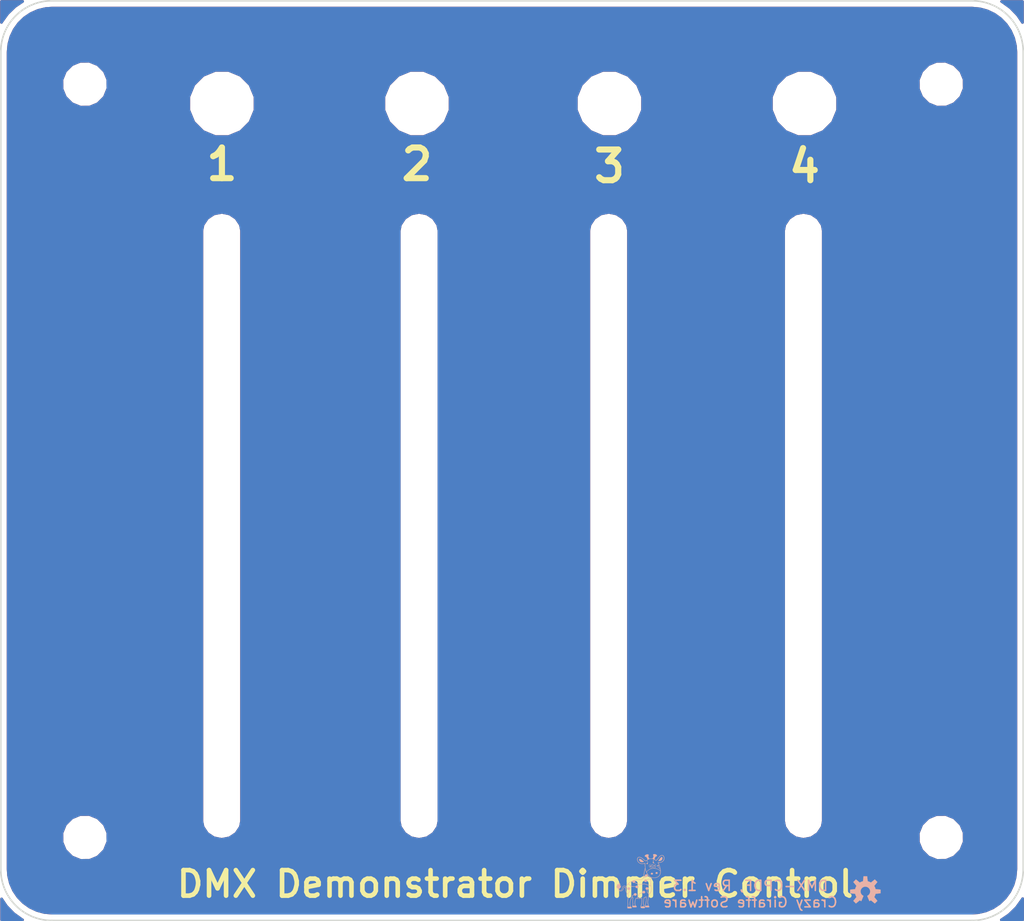
<source format=kicad_pcb>
(kicad_pcb (version 20171130) (host pcbnew "(5.0.0)")

  (general
    (thickness 1.6)
    (drawings 88)
    (tracks 0)
    (zones 0)
    (modules 14)
    (nets 1)
  )

  (page A4)
  (title_block
    (title "DMX Demonstrator - Control-Pro Dimmer (DMX-CPDF)")
    (date 2023-12-04)
    (rev 1.3)
    (company "Crazy Giraffe Software")
    (comment 2 "Designed by: SparkyBobo")
    (comment 3 https://creativecommons.org/licenses/by-sa/4.0/)
    (comment 4 "Released under the Creative Commons Attribution Share-Alike 4.0m License")
  )

  (layers
    (0 F.Cu signal)
    (31 B.Cu signal)
    (32 B.Adhes user hide)
    (33 F.Adhes user hide)
    (34 B.Paste user hide)
    (35 F.Paste user hide)
    (36 B.SilkS user)
    (37 F.SilkS user)
    (38 B.Mask user hide)
    (39 F.Mask user hide)
    (40 Dwgs.User user)
    (41 Cmts.User user hide)
    (42 Eco1.User user hide)
    (43 Eco2.User user hide)
    (44 Edge.Cuts user)
    (45 Margin user hide)
    (46 B.CrtYd user hide)
    (47 F.CrtYd user hide)
    (48 B.Fab user hide)
    (49 F.Fab user hide)
  )

  (setup
    (last_trace_width 0.25)
    (trace_clearance 0.2)
    (zone_clearance 0.508)
    (zone_45_only no)
    (trace_min 0.2)
    (segment_width 0.1524)
    (edge_width 0.1524)
    (via_size 0.8)
    (via_drill 0.4)
    (via_min_size 0.4)
    (via_min_drill 0.3)
    (uvia_size 0.3)
    (uvia_drill 0.1)
    (uvias_allowed no)
    (uvia_min_size 0.2)
    (uvia_min_drill 0.1)
    (pcb_text_width 0.3)
    (pcb_text_size 1.5 1.5)
    (mod_edge_width 0.15)
    (mod_text_size 1 1)
    (mod_text_width 0.15)
    (pad_size 3.2 3.2)
    (pad_drill 3.2)
    (pad_to_mask_clearance 0.2)
    (aux_axis_origin 0 0)
    (visible_elements 7FFFFFFF)
    (pcbplotparams
      (layerselection 0x010fc_ffffffff)
      (usegerberextensions true)
      (usegerberattributes false)
      (usegerberadvancedattributes false)
      (creategerberjobfile false)
      (excludeedgelayer true)
      (linewidth 0.100000)
      (plotframeref false)
      (viasonmask false)
      (mode 1)
      (useauxorigin false)
      (hpglpennumber 1)
      (hpglpenspeed 20)
      (hpglpendiameter 15.000000)
      (psnegative false)
      (psa4output false)
      (plotreference true)
      (plotvalue false)
      (plotinvisibletext false)
      (padsonsilk false)
      (subtractmaskfromsilk true)
      (outputformat 1)
      (mirror false)
      (drillshape 0)
      (scaleselection 1)
      (outputdirectory "grb"))
  )

  (net 0 "")

  (net_class Default "This is the default net class."
    (clearance 0.2)
    (trace_width 0.25)
    (via_dia 0.8)
    (via_drill 0.4)
    (uvia_dia 0.3)
    (uvia_drill 0.1)
  )

  (module MountingHole:MountingHole_3.2mm_M3 (layer F.Cu) (tedit 63195CAE) (tstamp 6319615E)
    (at 165.608 100.076)
    (descr "Mounting Hole 3.2mm, no annular, M3")
    (tags "mounting hole 3.2mm no annular m3")
    (path /5F63A8E4)
    (attr virtual)
    (fp_text reference MH12 (at 0 -4.2) (layer F.SilkS) hide
      (effects (font (size 1 1) (thickness 0.15)))
    )
    (fp_text value MountingHole (at 0 4.2) (layer F.Fab)
      (effects (font (size 1 1) (thickness 0.15)))
    )
    (fp_circle (center 0 0) (end 3.45 0) (layer F.CrtYd) (width 0.05))
    (fp_circle (center 0 0) (end 3.2 0) (layer Cmts.User) (width 0.15))
    (fp_text user %R (at 0.3 0) (layer F.Fab)
      (effects (font (size 1 1) (thickness 0.15)))
    )
    (pad "" np_thru_hole oval (at 0 0) (size 2.6 60) (drill oval 2.6 60) (layers *.Cu *.Mask))
  )

  (module MountingHole:MountingHole_3.2mm_M3 (layer F.Cu) (tedit 63195CA8) (tstamp 63196156)
    (at 146.558 100.076)
    (descr "Mounting Hole 3.2mm, no annular, M3")
    (tags "mounting hole 3.2mm no annular m3")
    (path /5F63A9E0)
    (attr virtual)
    (fp_text reference MH11 (at 0 -4.2) (layer F.SilkS) hide
      (effects (font (size 1 1) (thickness 0.15)))
    )
    (fp_text value MountingHole (at 0 4.2) (layer F.Fab)
      (effects (font (size 1 1) (thickness 0.15)))
    )
    (fp_text user %R (at 0.3 0) (layer F.Fab)
      (effects (font (size 1 1) (thickness 0.15)))
    )
    (fp_circle (center 0 0) (end 3.2 0) (layer Cmts.User) (width 0.15))
    (fp_circle (center 0 0) (end 3.45 0) (layer F.CrtYd) (width 0.05))
    (pad "" np_thru_hole oval (at 0 0) (size 2.6 60) (drill oval 2.6 60) (layers *.Cu *.Mask))
  )

  (module MountingHole:MountingHole_3.2mm_M3 (layer F.Cu) (tedit 63195C9F) (tstamp 63195F14)
    (at 128.016 100.076)
    (descr "Mounting Hole 3.2mm, no annular, M3")
    (tags "mounting hole 3.2mm no annular m3")
    (path /5F39C9CC)
    (attr virtual)
    (fp_text reference MH10 (at 0 -4.2) (layer F.SilkS) hide
      (effects (font (size 1 1) (thickness 0.15)))
    )
    (fp_text value MountingHole (at 0 4.2) (layer F.Fab)
      (effects (font (size 1 1) (thickness 0.15)))
    )
    (fp_circle (center 0 0) (end 3.45 0) (layer F.CrtYd) (width 0.05))
    (fp_circle (center 0 0) (end 3.2 0) (layer Cmts.User) (width 0.15))
    (fp_text user %R (at 0.3 0) (layer F.Fab)
      (effects (font (size 1 1) (thickness 0.15)))
    )
    (pad "" np_thru_hole oval (at 0 0) (size 2.6 60) (drill oval 2.6 60) (layers *.Cu *.Mask))
  )

  (module MountingHole:MountingHole_3.2mm_M3 (layer F.Cu) (tedit 63195CA4) (tstamp 63195F0C)
    (at 108.712 100.076)
    (descr "Mounting Hole 3.2mm, no annular, M3")
    (tags "mounting hole 3.2mm no annular m3")
    (path /5F63A879)
    (attr virtual)
    (fp_text reference MH9 (at 0 -4.2) (layer F.SilkS) hide
      (effects (font (size 1 1) (thickness 0.15)))
    )
    (fp_text value MountingHole (at 0 4.2) (layer F.Fab)
      (effects (font (size 1 1) (thickness 0.15)))
    )
    (fp_text user %R (at 0.3 0) (layer F.Fab)
      (effects (font (size 1 1) (thickness 0.15)))
    )
    (fp_circle (center 0 0) (end 3.2 0) (layer Cmts.User) (width 0.15))
    (fp_circle (center 0 0) (end 3.45 0) (layer F.CrtYd) (width 0.05))
    (pad "" np_thru_hole oval (at 0 0) (size 2.6 60) (drill oval 2.6 60) (layers *.Cu *.Mask))
  )

  (module MountingHole:MountingHole_3.2mm_M3 (layer F.Cu) (tedit 5F63C199) (tstamp 5F71D0CD)
    (at 165.712 58.742)
    (descr "Mounting Hole 3.2mm, no annular, M3")
    (tags "mounting hole 3.2mm no annular m3")
    (path /5F39C9C6)
    (attr virtual)
    (fp_text reference MH8 (at 0 -4.2) (layer F.SilkS) hide
      (effects (font (size 1 1) (thickness 0.15)))
    )
    (fp_text value MountingHole (at 0 4.2) (layer F.Fab)
      (effects (font (size 1 1) (thickness 0.15)))
    )
    (fp_circle (center 0 0) (end 3.45 0) (layer F.CrtYd) (width 0.05))
    (fp_circle (center 0 0) (end 3.2 0) (layer Cmts.User) (width 0.15))
    (fp_text user %R (at 0.3 0) (layer F.Fab)
      (effects (font (size 1 1) (thickness 0.15)))
    )
    (pad "" np_thru_hole circle (at 0 0) (size 5.2 5.2) (drill 5.2) (layers *.Cu *.Mask))
  )

  (module MountingHole:MountingHole_3.2mm_M3 (layer F.Cu) (tedit 5F63C19E) (tstamp 5F71D0C5)
    (at 146.634 58.742)
    (descr "Mounting Hole 3.2mm, no annular, M3")
    (tags "mounting hole 3.2mm no annular m3")
    (path /5F63A872)
    (attr virtual)
    (fp_text reference MH7 (at 0 -4.2) (layer F.SilkS) hide
      (effects (font (size 1 1) (thickness 0.15)))
    )
    (fp_text value MountingHole (at 0 4.2) (layer F.Fab)
      (effects (font (size 1 1) (thickness 0.15)))
    )
    (fp_text user %R (at 0.3 0) (layer F.Fab)
      (effects (font (size 1 1) (thickness 0.15)))
    )
    (fp_circle (center 0 0) (end 3.2 0) (layer Cmts.User) (width 0.15))
    (fp_circle (center 0 0) (end 3.45 0) (layer F.CrtYd) (width 0.05))
    (pad "" np_thru_hole circle (at 0 0) (size 5.2 5.2) (drill 5.2) (layers *.Cu *.Mask))
  )

  (module MountingHole:MountingHole_3.2mm_M3 (layer F.Cu) (tedit 5F63C1C2) (tstamp 5F71D0BD)
    (at 127.81 58.742)
    (descr "Mounting Hole 3.2mm, no annular, M3")
    (tags "mounting hole 3.2mm no annular m3")
    (path /5F63A8D6)
    (attr virtual)
    (fp_text reference MH6 (at 0 -4.2) (layer F.SilkS) hide
      (effects (font (size 1 1) (thickness 0.15)))
    )
    (fp_text value MountingHole (at 0 4.2) (layer F.Fab)
      (effects (font (size 1 1) (thickness 0.15)))
    )
    (fp_circle (center 0 0) (end 3.45 0) (layer F.CrtYd) (width 0.05))
    (fp_circle (center 0 0) (end 3.2 0) (layer Cmts.User) (width 0.15))
    (fp_text user %R (at 0.3 0) (layer F.Fab)
      (effects (font (size 1 1) (thickness 0.15)))
    )
    (pad "" np_thru_hole circle (at 0 0) (size 5.2 5.2) (drill 5.2) (layers *.Cu *.Mask))
  )

  (module MountingHole:MountingHole_3.2mm_M3 (layer F.Cu) (tedit 5F6FACAA) (tstamp 5F71D0B5)
    (at 108.732 58.742)
    (descr "Mounting Hole 3.2mm, no annular, M3")
    (tags "mounting hole 3.2mm no annular m3")
    (path /5F63A9D2)
    (attr virtual)
    (fp_text reference MH5 (at 0 -4.2) (layer F.SilkS) hide
      (effects (font (size 1 1) (thickness 0.15)))
    )
    (fp_text value MountingHole (at 0 4.2) (layer F.Fab)
      (effects (font (size 1 1) (thickness 0.15)))
    )
    (fp_text user %R (at 0.3 0) (layer F.Fab)
      (effects (font (size 1 1) (thickness 0.15)))
    )
    (fp_circle (center 0 0) (end 3.2 0) (layer Cmts.User) (width 0.15))
    (fp_circle (center 0 0) (end 3.45 0) (layer F.CrtYd) (width 0.05))
    (pad "" np_thru_hole circle (at 0 0) (size 5.2 5.2) (drill 5.2) (layers *.Cu *.Mask))
  )

  (module MountingHole:MountingHole_3.2mm_M3 (layer F.Cu) (tedit 5F63C255) (tstamp 5F430363)
    (at 179.088 130.566)
    (descr "Mounting Hole 3.2mm, no annular, M3")
    (tags "mounting hole 3.2mm no annular m3")
    (path /5F39C9C0)
    (attr virtual)
    (fp_text reference MH4 (at 0 -4.2) (layer F.SilkS) hide
      (effects (font (size 1 1) (thickness 0.15)))
    )
    (fp_text value MountingHole (at 0 4.2) (layer F.Fab)
      (effects (font (size 1 1) (thickness 0.15)))
    )
    (fp_circle (center 0 0) (end 3.45 0) (layer F.CrtYd) (width 0.05))
    (fp_circle (center 0 0) (end 3.2 0) (layer Cmts.User) (width 0.15))
    (fp_text user %R (at 0.3 0) (layer F.Fab)
      (effects (font (size 1 1) (thickness 0.15)))
    )
    (pad 1 np_thru_hole circle (at 0 0) (size 3.2 3.2) (drill 3.2) (layers *.Cu *.Mask))
  )

  (module MountingHole:MountingHole_3.2mm_M3 (layer F.Cu) (tedit 5F63C250) (tstamp 5F4302CA)
    (at 179.088 56.856)
    (descr "Mounting Hole 3.2mm, no annular, M3")
    (tags "mounting hole 3.2mm no annular m3")
    (path /5F63A86B)
    (attr virtual)
    (fp_text reference MH3 (at 0 -4.2) (layer F.SilkS) hide
      (effects (font (size 1 1) (thickness 0.15)))
    )
    (fp_text value MountingHole (at 0 4.2) (layer F.Fab)
      (effects (font (size 1 1) (thickness 0.15)))
    )
    (fp_text user %R (at 0.3 0) (layer F.Fab)
      (effects (font (size 1 1) (thickness 0.15)))
    )
    (fp_circle (center 0 0) (end 3.2 0) (layer Cmts.User) (width 0.15))
    (fp_circle (center 0 0) (end 3.45 0) (layer F.CrtYd) (width 0.05))
    (pad 1 np_thru_hole circle (at 0 0) (size 3.2 3.2) (drill 3.2) (layers *.Cu *.Mask))
  )

  (module MountingHole:MountingHole_3.2mm_M3 (layer F.Cu) (tedit 63195CCF) (tstamp 5F4D5F6B)
    (at 95.382 130.566)
    (descr "Mounting Hole 3.2mm, no annular, M3")
    (tags "mounting hole 3.2mm no annular m3")
    (path /5F63A8CF)
    (attr virtual)
    (fp_text reference MH2 (at 0 -4.2) (layer F.SilkS) hide
      (effects (font (size 1 1) (thickness 0.15)))
    )
    (fp_text value MountingHole (at 0 4.2) (layer F.Fab)
      (effects (font (size 1 1) (thickness 0.15)))
    )
    (fp_circle (center 0 0) (end 3.45 0) (layer F.CrtYd) (width 0.05))
    (fp_circle (center 0 0) (end 3.2 0) (layer Cmts.User) (width 0.15))
    (fp_text user %R (at 0.3 0) (layer F.Fab)
      (effects (font (size 1 1) (thickness 0.15)))
    )
    (pad "" np_thru_hole circle (at -0.052 0) (size 3.2 3.2) (drill 3.2) (layers *.Cu *.Mask))
  )

  (module MountingHole:MountingHole_3.2mm_M3 (layer F.Cu) (tedit 63195CDD) (tstamp 5F6258A6)
    (at 95.482 56.856)
    (descr "Mounting Hole 3.2mm, no annular, M3")
    (tags "mounting hole 3.2mm no annular m3")
    (path /5F63A9CB)
    (attr virtual)
    (fp_text reference MH1 (at 0 -4.2) (layer F.SilkS) hide
      (effects (font (size 1 1) (thickness 0.15)))
    )
    (fp_text value MountingHole (at 0 4.2) (layer F.Fab)
      (effects (font (size 1 1) (thickness 0.15)))
    )
    (fp_text user %R (at 0.3 0) (layer F.Fab)
      (effects (font (size 1 1) (thickness 0.15)))
    )
    (fp_circle (center 0 0) (end 3.2 0) (layer Cmts.User) (width 0.15))
    (fp_circle (center 0 0) (end 3.45 0) (layer F.CrtYd) (width 0.05))
    (pad "" np_thru_hole circle (at -0.152 0) (size 3.2 3.2) (drill 3.2) (layers *.Cu *.Mask))
  )

  (module footprints:logo_cr_5x5 (layer B.Cu) (tedit 0) (tstamp 631A9E6F)
    (at 149.664 134.852 180)
    (fp_text reference G*** (at 0 0 180) (layer B.SilkS) hide
      (effects (font (size 1.524 1.524) (thickness 0.3)) (justify mirror))
    )
    (fp_text value LOGO (at 0.75 0 180) (layer B.SilkS) hide
      (effects (font (size 1.524 1.524) (thickness 0.3)) (justify mirror))
    )
    (fp_poly (pts (xy -1.00174 1.539357) (xy -0.989414 1.537163) (xy -0.979007 1.533269) (xy -0.970707 1.528099)
      (xy -0.963328 1.521274) (xy -0.957047 1.513208) (xy -0.952043 1.504317) (xy -0.948493 1.495016)
      (xy -0.946575 1.485721) (xy -0.946466 1.476845) (xy -0.948343 1.468805) (xy -0.949974 1.465415)
      (xy -0.954322 1.458612) (xy -0.959282 1.451955) (xy -0.964312 1.446104) (xy -0.968868 1.44172)
      (xy -0.970367 1.440573) (xy -0.974356 1.438297) (xy -0.97962 1.435917) (xy -0.983808 1.434363)
      (xy -0.988679 1.432624) (xy -0.992874 1.430882) (xy -0.995213 1.429673) (xy -0.99774 1.428921)
      (xy -1.002232 1.42839) (xy -1.00799 1.428093) (xy -1.014313 1.428043) (xy -1.020501 1.428252)
      (xy -1.025855 1.428732) (xy -1.028031 1.429084) (xy -1.031464 1.430347) (xy -1.036535 1.432969)
      (xy -1.04277 1.436672) (xy -1.049693 1.441179) (xy -1.054614 1.444606) (xy -1.062953 1.452065)
      (xy -1.069053 1.460707) (xy -1.072895 1.470226) (xy -1.074463 1.480319) (xy -1.073739 1.490683)
      (xy -1.070706 1.501014) (xy -1.065348 1.511008) (xy -1.058808 1.519166) (xy -1.049541 1.527087)
      (xy -1.038739 1.533149) (xy -1.026864 1.537269) (xy -1.014377 1.539365) (xy -1.00174 1.539357)) (layer B.SilkS) (width 0.01))
    (fp_poly (pts (xy -1.323432 1.556563) (xy -1.312242 1.552681) (xy -1.302317 1.546749) (xy -1.295426 1.540485)
      (xy -1.28838 1.531464) (xy -1.283038 1.521874) (xy -1.279496 1.512112) (xy -1.277853 1.502572)
      (xy -1.278206 1.493651) (xy -1.280653 1.485744) (xy -1.28151 1.484131) (xy -1.285859 1.477328)
      (xy -1.290819 1.470671) (xy -1.295849 1.46482) (xy -1.300405 1.460435) (xy -1.301904 1.459288)
      (xy -1.305893 1.457013) (xy -1.311157 1.454633) (xy -1.315345 1.453079) (xy -1.320216 1.451339)
      (xy -1.324411 1.449598) (xy -1.32675 1.448389) (xy -1.329277 1.447636) (xy -1.333769 1.447106)
      (xy -1.339527 1.446809) (xy -1.34585 1.446759) (xy -1.352038 1.446967) (xy -1.357392 1.447448)
      (xy -1.359568 1.4478) (xy -1.363001 1.449063) (xy -1.368072 1.451685) (xy -1.374307 1.455388)
      (xy -1.38123 1.459895) (xy -1.386151 1.463322) (xy -1.394426 1.470672) (xy -1.400432 1.479033)
      (xy -1.404245 1.488128) (xy -1.405939 1.497678) (xy -1.40559 1.507408) (xy -1.403272 1.51704)
      (xy -1.39906 1.526299) (xy -1.39303 1.534905) (xy -1.385256 1.542584) (xy -1.375813 1.549057)
      (xy -1.364776 1.554048) (xy -1.361284 1.55518) (xy -1.348284 1.557887) (xy -1.335556 1.558324)
      (xy -1.323432 1.556563)) (layer B.SilkS) (width 0.01))
    (fp_poly (pts (xy -2.08694 2.377093) (xy -2.077414 2.374577) (xy -2.066844 2.369829) (xy -2.055084 2.362822)
      (xy -2.05185 2.360652) (xy -2.024284 2.340686) (xy -1.998163 2.319582) (xy -1.973699 2.29755)
      (xy -1.9511 2.274798) (xy -1.930575 2.251537) (xy -1.912333 2.227974) (xy -1.898676 2.2077)
      (xy -1.895862 2.203081) (xy -1.892099 2.196721) (xy -1.887734 2.189214) (xy -1.883114 2.181158)
      (xy -1.878898 2.173705) (xy -1.861644 2.143962) (xy -1.844613 2.116619) (xy -1.827635 2.091433)
      (xy -1.810541 2.068162) (xy -1.793161 2.04656) (xy -1.780025 2.031516) (xy -1.773758 2.024521)
      (xy -1.769104 2.01913) (xy -1.765835 2.015012) (xy -1.763719 2.011838) (xy -1.762525 2.009277)
      (xy -1.762023 2.006998) (xy -1.761958 2.00564) (xy -1.763077 1.999922) (xy -1.766112 1.993678)
      (xy -1.770581 1.987562) (xy -1.775999 1.982227) (xy -1.781885 1.978329) (xy -1.78227 1.978142)
      (xy -1.784443 1.977277) (xy -1.787016 1.976646) (xy -1.790272 1.976255) (xy -1.794492 1.976109)
      (xy -1.799958 1.976215) (xy -1.806952 1.976577) (xy -1.815755 1.977201) (xy -1.826649 1.978093)
      (xy -1.839917 1.979258) (xy -1.84014 1.979278) (xy -1.860896 1.981232) (xy -1.879298 1.983181)
      (xy -1.895663 1.985178) (xy -1.910311 1.987279) (xy -1.923559 1.989536) (xy -1.935726 1.992006)
      (xy -1.947131 1.994741) (xy -1.958092 1.997797) (xy -1.968927 2.001228) (xy -1.969168 2.001309)
      (xy -1.991576 2.009929) (xy -2.01333 2.020476) (xy -2.034069 2.032708) (xy -2.053436 2.046386)
      (xy -2.07107 2.061266) (xy -2.086612 2.07711) (xy -2.09237 2.083921) (xy -2.107427 2.104586)
      (xy -2.120586 2.126776) (xy -2.131656 2.150086) (xy -2.140447 2.174113) (xy -2.146767 2.198452)
      (xy -2.147035 2.199774) (xy -2.149137 2.2132) (xy -2.150414 2.227939) (xy -2.150899 2.243526)
      (xy -2.150627 2.259498) (xy -2.149633 2.275392) (xy -2.147949 2.290745) (xy -2.145611 2.305092)
      (xy -2.142652 2.317972) (xy -2.139107 2.328919) (xy -2.13719 2.333388) (xy -2.133402 2.340681)
      (xy -2.128892 2.348294) (xy -2.124031 2.355694) (xy -2.119189 2.362346) (xy -2.114737 2.367716)
      (xy -2.111045 2.371272) (xy -2.11072 2.371516) (xy -2.103446 2.375535) (xy -2.095568 2.377403)
      (xy -2.08694 2.377093)) (layer B.SilkS) (width 0.01))
    (fp_poly (pts (xy 0.087808 2.189746) (xy 0.090941 2.189084) (xy 0.093817 2.187832) (xy 0.09716 2.185874)
      (xy 0.102425 2.181765) (xy 0.107169 2.176516) (xy 0.110784 2.170919) (xy 0.112659 2.16577)
      (xy 0.112674 2.165684) (xy 0.113406 2.162265) (xy 0.113993 2.160337) (xy 0.118217 2.146225)
      (xy 0.120411 2.130975) (xy 0.120589 2.114384) (xy 0.118762 2.096247) (xy 0.118225 2.092827)
      (xy 0.117602 2.088662) (xy 0.116987 2.083997) (xy 0.116951 2.083702) (xy 0.11639 2.080116)
      (xy 0.115781 2.077741) (xy 0.115664 2.077496) (xy 0.115052 2.07553) (xy 0.114449 2.072167)
      (xy 0.114387 2.071699) (xy 0.113739 2.068626) (xy 0.112409 2.063619) (xy 0.110577 2.057264)
      (xy 0.108427 2.050145) (xy 0.106141 2.04285) (xy 0.103901 2.035961) (xy 0.10189 2.030066)
      (xy 0.100291 2.02575) (xy 0.099512 2.023979) (xy 0.098118 2.021196) (xy 0.095997 2.016835)
      (xy 0.093557 2.011738) (xy 0.093023 2.010611) (xy 0.089288 2.002948) (xy 0.086034 1.996719)
      (xy 0.08343 1.992229) (xy 0.081644 1.989778) (xy 0.081213 1.989444) (xy 0.080296 1.987905)
      (xy 0.080211 1.987105) (xy 0.079452 1.985398) (xy 0.078874 1.985211) (xy 0.077669 1.984136)
      (xy 0.077537 1.983317) (xy 0.076898 1.981319) (xy 0.076466 1.980977) (xy 0.075253 1.979748)
      (xy 0.072944 1.976857) (xy 0.069962 1.972841) (xy 0.068779 1.971187) (xy 0.065666 1.967213)
      (xy 0.061056 1.961867) (xy 0.055394 1.955614) (xy 0.049123 1.94892) (xy 0.042688 1.942251)
      (xy 0.036534 1.936075) (xy 0.031103 1.930857) (xy 0.026841 1.927063) (xy 0.026408 1.926708)
      (xy 0.009301 1.913831) (xy -0.007908 1.902878) (xy -0.02599 1.893416) (xy -0.045717 1.88501)
      (xy -0.051468 1.882849) (xy -0.055238 1.881581) (xy -0.059503 1.880449) (xy -0.059823 1.880371)
      (xy -0.061797 1.879798) (xy -0.062163 1.8796) (xy -0.06325 1.879164) (xy -0.064502 1.87883)
      (xy -0.067979 1.877988) (xy -0.069181 1.877697) (xy -0.071155 1.877125) (xy -0.071521 1.876927)
      (xy -0.072625 1.876549) (xy -0.074022 1.87625) (xy -0.076813 1.875663) (xy -0.080913 1.874736)
      (xy -0.082711 1.874315) (xy -0.088865 1.872882) (xy -0.093247 1.871932) (xy -0.096681 1.871297)
      (xy -0.099929 1.87082) (xy -0.104382 1.870194) (xy -0.109143 1.869478) (xy -0.109287 1.869455)
      (xy -0.11191 1.869218) (xy -0.116524 1.868976) (xy -0.122674 1.868739) (xy -0.129905 1.868515)
      (xy -0.13776 1.868315) (xy -0.145785 1.868147) (xy -0.153524 1.86802) (xy -0.16052 1.867945)
      (xy -0.16632 1.86793) (xy -0.170467 1.867985) (xy -0.172505 1.868118) (xy -0.17263 1.868163)
      (xy -0.174122 1.868548) (xy -0.177449 1.869053) (xy -0.180473 1.869412) (xy -0.188084 1.870239)
      (xy -0.193794 1.870904) (xy -0.198367 1.871505) (xy -0.202561 1.872144) (xy -0.20714 1.872921)
      (xy -0.207271 1.872944) (xy -0.212188 1.873798) (xy -0.216349 1.87451) (xy -0.218573 1.87488)
      (xy -0.221302 1.875365) (xy -0.22559 1.876179) (xy -0.229268 1.8769) (xy -0.234345 1.87785)
      (xy -0.238974 1.878615) (xy -0.2413 1.878931) (xy -0.245691 1.879782) (xy -0.249165 1.880855)
      (xy -0.253214 1.882053) (xy -0.257819 1.882945) (xy -0.25812 1.882984) (xy -0.26258 1.883793)
      (xy -0.266558 1.884897) (xy -0.266817 1.884992) (xy -0.26959 1.88579) (xy -0.271017 1.885755)
      (xy -0.272527 1.885786) (xy -0.275599 1.886581) (xy -0.276962 1.887036) (xy -0.281527 1.888408)
      (xy -0.28589 1.88936) (xy -0.286533 1.889453) (xy -0.292666 1.890531) (xy -0.300824 1.892441)
      (xy -0.31053 1.895067) (xy -0.313056 1.895797) (xy -0.319009 1.897897) (xy -0.323243 1.900389)
      (xy -0.326222 1.903237) (xy -0.330912 1.909851) (xy -0.334208 1.917125) (xy -0.335938 1.924416)
      (xy -0.335933 1.931084) (xy -0.33471 1.935245) (xy -0.333057 1.938176) (xy -0.331685 1.939698)
      (xy -0.33148 1.939758) (xy -0.329724 1.940601) (xy -0.328549 1.9416) (xy -0.326459 1.943166)
      (xy -0.322813 1.945444) (xy -0.318761 1.94774) (xy -0.312024 1.951456) (xy -0.305801 1.955019)
      (xy -0.300763 1.95804) (xy -0.298116 1.959749) (xy -0.295931 1.961207) (xy -0.292388 1.963529)
      (xy -0.289426 1.965452) (xy -0.285778 1.967929) (xy -0.283172 1.969917) (xy -0.282296 1.970809)
      (xy -0.280766 1.971827) (xy -0.280536 1.971842) (xy -0.278724 1.972593) (xy -0.275812 1.974466)
      (xy -0.27484 1.975184) (xy -0.271761 1.977292) (xy -0.269455 1.97845) (xy -0.269056 1.978527)
      (xy -0.267407 1.979595) (xy -0.266885 1.980532) (xy -0.26516 1.982309) (xy -0.264179 1.982537)
      (xy -0.262158 1.98313) (xy -0.261798 1.98355) (xy -0.260579 1.98487) (xy -0.258018 1.987095)
      (xy -0.254882 1.989615) (xy -0.251936 1.991823) (xy -0.249946 1.99311) (xy -0.2496 1.993232)
      (xy -0.248236 1.994046) (xy -0.245531 1.996142) (xy -0.242122 1.999) (xy -0.238642 2.0021)
      (xy -0.23776 2.002924) (xy -0.235433 2.00471) (xy -0.234059 2.005263) (xy -0.232448 2.00615)
      (xy -0.232388 2.006266) (xy -0.23118 2.007564) (xy -0.228472 2.009956) (xy -0.225258 2.012594)
      (xy -0.219024 2.017734) (xy -0.212588 2.023328) (xy -0.207051 2.028415) (xy -0.206451 2.028992)
      (xy -0.204617 2.030423) (xy -0.203988 2.030663) (xy -0.20267 2.031509) (xy -0.200171 2.033652)
      (xy -0.19872 2.035008) (xy -0.196002 2.037581) (xy -0.191862 2.041459) (xy -0.186841 2.046136)
      (xy -0.181484 2.051105) (xy -0.180982 2.051569) (xy -0.175228 2.056906) (xy -0.169381 2.062357)
      (xy -0.164131 2.067275) (xy -0.160236 2.070953) (xy -0.155628 2.075227) (xy -0.150855 2.079483)
      (xy -0.147033 2.08273) (xy -0.143565 2.085601) (xy -0.140833 2.08795) (xy -0.139865 2.088841)
      (xy -0.137822 2.090598) (xy -0.134266 2.093382) (xy -0.129659 2.096857) (xy -0.124462 2.100691)
      (xy -0.119136 2.104549) (xy -0.11414 2.108097) (xy -0.109937 2.111001) (xy -0.106987 2.112927)
      (xy -0.105781 2.113548) (xy -0.103899 2.114532) (xy -0.103337 2.115219) (xy -0.101951 2.116778)
      (xy -0.099424 2.118613) (xy -0.09527 2.121047) (xy -0.091573 2.123047) (xy -0.087822 2.125191)
      (xy -0.084857 2.127141) (xy -0.084221 2.127644) (xy -0.082261 2.128951) (xy -0.078494 2.131144)
      (xy -0.073496 2.133896) (xy -0.068847 2.136359) (xy -0.06191 2.139975) (xy -0.054392 2.143897)
      (xy -0.047461 2.147515) (xy -0.04445 2.149088) (xy -0.039679 2.151515) (xy -0.035947 2.153283)
      (xy -0.033769 2.154157) (xy -0.033421 2.154168) (xy -0.032384 2.154311) (xy -0.029773 2.155475)
      (xy -0.028408 2.156185) (xy -0.024512 2.158093) (xy -0.018897 2.160601) (xy -0.012224 2.163438)
      (xy -0.005152 2.166336) (xy 0.001656 2.169026) (xy 0.00754 2.171237) (xy 0.011839 2.1727)
      (xy 0.0127 2.172947) (xy 0.015099 2.173717) (xy 0.016042 2.17406) (xy 0.019882 2.17549)
      (xy 0.024198 2.177065) (xy 0.028201 2.1785) (xy 0.031099 2.179512) (xy 0.032084 2.179825)
      (xy 0.033757 2.180352) (xy 0.035092 2.180839) (xy 0.039291 2.182404) (xy 0.041933 2.183288)
      (xy 0.043949 2.183789) (xy 0.044784 2.183948) (xy 0.048073 2.184784) (xy 0.049463 2.185285)
      (xy 0.052506 2.186258) (xy 0.054142 2.186622) (xy 0.057431 2.187459) (xy 0.058821 2.18796)
      (xy 0.061115 2.188811) (xy 0.063637 2.189371) (xy 0.067026 2.189709) (xy 0.071922 2.189894)
      (xy 0.077551 2.18998) (xy 0.083613 2.189989) (xy 0.087808 2.189746)) (layer B.SilkS) (width 0.01))
    (fp_poly (pts (xy -1.300028 1.707702) (xy -1.278809 1.704363) (xy -1.259124 1.698848) (xy -1.240947 1.691144)
      (xy -1.224255 1.68124) (xy -1.209024 1.669126) (xy -1.195228 1.654791) (xy -1.19054 1.648995)
      (xy -1.179936 1.634488) (xy -1.171474 1.621141) (xy -1.165014 1.608716) (xy -1.160883 1.598382)
      (xy -1.158035 1.591144) (xy -1.155273 1.586492) (xy -1.152541 1.584339) (xy -1.151476 1.584158)
      (xy -1.149909 1.585034) (xy -1.146812 1.587445) (xy -1.142577 1.591063) (xy -1.137591 1.595562)
      (xy -1.135306 1.597694) (xy -1.117808 1.613388) (xy -1.101065 1.626749) (xy -1.084862 1.637934)
      (xy -1.06898 1.647099) (xy -1.062538 1.650297) (xy -1.041691 1.658973) (xy -1.021253 1.665055)
      (xy -1.00109 1.668564) (xy -0.981069 1.669524) (xy -0.961054 1.667957) (xy -0.95995 1.667798)
      (xy -0.939272 1.663579) (xy -0.920049 1.657262) (xy -0.902391 1.648899) (xy -0.886403 1.638542)
      (xy -0.872194 1.62624) (xy -0.871255 1.625295) (xy -0.866558 1.620334) (xy -0.862879 1.615902)
      (xy -0.859704 1.611245) (xy -0.856519 1.605611) (xy -0.8529 1.598434) (xy -0.844841 1.579084)
      (xy -0.839437 1.55942) (xy -0.836687 1.539442) (xy -0.836594 1.519153) (xy -0.839155 1.498554)
      (xy -0.841527 1.487761) (xy -0.847926 1.467355) (xy -0.856687 1.447137) (xy -0.867544 1.427482)
      (xy -0.880234 1.408766) (xy -0.894492 1.391367) (xy -0.910053 1.375659) (xy -0.926653 1.362019)
      (xy -0.933197 1.357443) (xy -0.946589 1.349313) (xy -0.961396 1.341704) (xy -0.977129 1.334784)
      (xy -0.993302 1.328717) (xy -1.009426 1.32367) (xy -1.025013 1.319809) (xy -1.039576 1.3173)
      (xy -1.052627 1.316309) (xy -1.0541 1.3163) (xy -1.066291 1.317123) (xy -1.079219 1.319407)
      (xy -1.092474 1.322966) (xy -1.105642 1.327615) (xy -1.118313 1.333167) (xy -1.130074 1.339439)
      (xy -1.140513 1.346243) (xy -1.14922 1.353394) (xy -1.155782 1.360707) (xy -1.157186 1.36277)
      (xy -1.161088 1.36873) (xy -1.165455 1.375033) (xy -1.169921 1.381189) (xy -1.174118 1.386705)
      (xy -1.177678 1.39109) (xy -1.180235 1.393852) (xy -1.180675 1.394231) (xy -1.185793 1.39716)
      (xy -1.190446 1.397495) (xy -1.19468 1.395218) (xy -1.198542 1.390311) (xy -1.200439 1.38667)
      (xy -1.204009 1.38082) (xy -1.209601 1.374028) (xy -1.216866 1.366584) (xy -1.225453 1.358779)
      (xy -1.235014 1.350904) (xy -1.245199 1.343249) (xy -1.255657 1.336107) (xy -1.26604 1.329769)
      (xy -1.273798 1.325601) (xy -1.288368 1.318853) (xy -1.302003 1.313812) (xy -1.315514 1.310279)
      (xy -1.32971 1.308055) (xy -1.345401 1.30694) (xy -1.35021 1.306799) (xy -1.357932 1.306672)
      (xy -1.364988 1.30663) (xy -1.370824 1.306672) (xy -1.374887 1.306794) (xy -1.376279 1.306911)
      (xy -1.397954 1.31111) (xy -1.417718 1.317082) (xy -1.435742 1.324923) (xy -1.452197 1.334729)
      (xy -1.467255 1.346594) (xy -1.481086 1.360614) (xy -1.488477 1.369595) (xy -1.499973 1.385866)
      (xy -1.50932 1.40231) (xy -1.516684 1.419371) (xy -1.522233 1.43749) (xy -1.526132 1.45711)
      (xy -1.528245 1.474954) (xy -1.52875 1.491137) (xy -1.510459 1.491137) (xy -1.510324 1.483818)
      (xy -1.509713 1.476804) (xy -1.508533 1.469583) (xy -1.506691 1.461647) (xy -1.504097 1.452485)
      (xy -1.500656 1.441586) (xy -1.498708 1.435679) (xy -1.493314 1.420091) (xy -1.488223 1.406774)
      (xy -1.483246 1.39537) (xy -1.478192 1.385521) (xy -1.472871 1.37687) (xy -1.467093 1.369059)
      (xy -1.460668 1.361731) (xy -1.45786 1.35884) (xy -1.445365 1.347696) (xy -1.431826 1.338381)
      (xy -1.416961 1.330767) (xy -1.400485 1.324723) (xy -1.382117 1.320121) (xy -1.367589 1.317632)
      (xy -1.361061 1.317099) (xy -1.352836 1.317017) (xy -1.343848 1.31736) (xy -1.335032 1.3181)
      (xy -1.330158 1.318731) (xy -1.318529 1.320862) (xy -1.307927 1.323684) (xy -1.297366 1.327515)
      (xy -1.285861 1.33267) (xy -1.284037 1.333555) (xy -1.265984 1.343822) (xy -1.248802 1.35641)
      (xy -1.23268 1.371054) (xy -1.21781 1.387489) (xy -1.204381 1.40545) (xy -1.193919 1.422496)
      (xy -1.170281 1.422496) (xy -1.169962 1.41596) (xy -1.168558 1.40957) (xy -1.166076 1.402756)
      (xy -1.165435 1.401253) (xy -1.160203 1.390156) (xy -1.154859 1.380882) (xy -1.148888 1.372609)
      (xy -1.143844 1.366738) (xy -1.130701 1.354251) (xy -1.116163 1.344043) (xy -1.100255 1.336129)
      (xy -1.083006 1.330525) (xy -1.078831 1.32956) (xy -1.071991 1.328538) (xy -1.06329 1.327895)
      (xy -1.053514 1.327629) (xy -1.043448 1.32774) (xy -1.033879 1.328229) (xy -1.025592 1.329094)
      (xy -1.022596 1.329586) (xy -1.000481 1.335131) (xy -0.979189 1.343212) (xy -0.958752 1.353811)
      (xy -0.939203 1.366908) (xy -0.920575 1.382486) (xy -0.909721 1.393155) (xy -0.894643 1.410566)
      (xy -0.881674 1.429111) (xy -0.870937 1.44855) (xy -0.862555 1.468643) (xy -0.856652 1.489149)
      (xy -0.854392 1.501274) (xy -0.853411 1.509676) (xy -0.852689 1.519502) (xy -0.852247 1.529963)
      (xy -0.852105 1.540269) (xy -0.852284 1.549629) (xy -0.852804 1.557254) (xy -0.852917 1.558232)
      (xy -0.856387 1.575729) (xy -0.862315 1.592205) (xy -0.87064 1.60754) (xy -0.881305 1.621611)
      (xy -0.885658 1.626296) (xy -0.89949 1.638691) (xy -0.914314 1.648618) (xy -0.930146 1.656081)
      (xy -0.947001 1.661084) (xy -0.964896 1.663632) (xy -0.983844 1.663729) (xy -1.003863 1.661379)
      (xy -1.009567 1.660303) (xy -1.030872 1.654607) (xy -1.051644 1.646307) (xy -1.071838 1.635431)
      (xy -1.091409 1.622003) (xy -1.11031 1.60605) (xy -1.117708 1.598932) (xy -1.126218 1.589937)
      (xy -1.133185 1.581288) (xy -1.138784 1.572555) (xy -1.143192 1.563303) (xy -1.146584 1.553101)
      (xy -1.149135 1.541514) (xy -1.151022 1.528111) (xy -1.152338 1.513577) (xy -1.154259 1.494679)
      (xy -1.157249 1.476968) (xy -1.161549 1.459171) (xy -1.164624 1.44868) (xy -1.167622 1.438286)
      (xy -1.169504 1.429748) (xy -1.170281 1.422496) (xy -1.193919 1.422496) (xy -1.192584 1.424671)
      (xy -1.18261 1.444889) (xy -1.174648 1.465838) (xy -1.168891 1.487252) (xy -1.167226 1.496019)
      (xy -1.165631 1.507458) (xy -1.16448 1.519621) (xy -1.163794 1.531871) (xy -1.163595 1.543565)
      (xy -1.163903 1.554066) (xy -1.164739 1.562732) (xy -1.164998 1.564341) (xy -1.168114 1.577394)
      (xy -1.172923 1.591546) (xy -1.179124 1.606213) (xy -1.186414 1.620813) (xy -1.194493 1.634762)
      (xy -1.203058 1.647477) (xy -1.21181 1.658374) (xy -1.215709 1.66251) (xy -1.229467 1.674395)
      (xy -1.244822 1.684204) (xy -1.261626 1.691884) (xy -1.279728 1.69738) (xy -1.298978 1.700641)
      (xy -1.319226 1.701613) (xy -1.325465 1.701451) (xy -1.346842 1.699313) (xy -1.367154 1.694754)
      (xy -1.386466 1.687745) (xy -1.404845 1.678257) (xy -1.422354 1.666259) (xy -1.439058 1.651723)
      (xy -1.441784 1.649036) (xy -1.451676 1.638597) (xy -1.460223 1.62834) (xy -1.46781 1.617684)
      (xy -1.474821 1.606051) (xy -1.481642 1.59286) (xy -1.487498 1.580168) (xy -1.494169 1.564525)
      (xy -1.499499 1.550669) (xy -1.503613 1.538153) (xy -1.506636 1.52653) (xy -1.508694 1.515352)
      (xy -1.509912 1.504172) (xy -1.510209 1.499269) (xy -1.510459 1.491137) (xy -1.52875 1.491137)
      (xy -1.528966 1.498031) (xy -1.527051 1.520696) (xy -1.522497 1.542953) (xy -1.515305 1.564806)
      (xy -1.505472 1.58626) (xy -1.492997 1.607317) (xy -1.477879 1.627982) (xy -1.469381 1.638108)
      (xy -1.452998 1.655255) (xy -1.436017 1.669884) (xy -1.41823 1.68212) (xy -1.399426 1.69209)
      (xy -1.379396 1.699919) (xy -1.35793 1.705735) (xy -1.356895 1.705959) (xy -1.349897 1.707299)
      (xy -1.343263 1.708181) (xy -1.336121 1.70868) (xy -1.327599 1.70887) (xy -1.322805 1.708874)
      (xy -1.300028 1.707702)) (layer B.SilkS) (width 0.01))
    (fp_poly (pts (xy -1.569432 0.894624) (xy -1.561093 0.893887) (xy -1.554333 0.892559) (xy -1.554079 0.892484)
      (xy -1.540331 0.887064) (xy -1.527229 0.879326) (xy -1.51519 0.86962) (xy -1.504626 0.85829)
      (xy -1.495953 0.845685) (xy -1.494053 0.842231) (xy -1.489045 0.831338) (xy -1.485676 0.82065)
      (xy -1.483689 0.809182) (xy -1.482951 0.799432) (xy -1.483106 0.785025) (xy -1.484968 0.772584)
      (xy -1.488614 0.761961) (xy -1.494116 0.753006) (xy -1.501549 0.745569) (xy -1.510989 0.7395)
      (xy -1.513379 0.738316) (xy -1.530005 0.731798) (xy -1.547634 0.727351) (xy -1.565684 0.725055)
      (xy -1.583576 0.724989) (xy -1.597987 0.726703) (xy -1.61367 0.730581) (xy -1.62977 0.736484)
      (xy -1.645483 0.744061) (xy -1.660004 0.752958) (xy -1.663229 0.755256) (xy -1.670435 0.761699)
      (xy -1.675921 0.769293) (xy -1.679758 0.778267) (xy -1.682018 0.788851) (xy -1.682771 0.801274)
      (xy -1.682089 0.815765) (xy -1.682076 0.815913) (xy -1.680475 0.828263) (xy -1.677926 0.838513)
      (xy -1.674191 0.84714) (xy -1.669035 0.85462) (xy -1.662222 0.861429) (xy -1.657754 0.865007)
      (xy -1.651747 0.868948) (xy -1.64378 0.873342) (xy -1.634465 0.877919) (xy -1.624418 0.882408)
      (xy -1.61425 0.886537) (xy -1.604575 0.890038) (xy -1.596008 0.892638) (xy -1.594033 0.893134)
      (xy -1.58689 0.894264) (xy -1.57836 0.894755) (xy -1.569432 0.894624)) (layer B.SilkS) (width 0.01))
    (fp_poly (pts (xy -1.119396 0.825578) (xy -1.109855 0.824982) (xy -1.101195 0.8239) (xy -1.094474 0.822443)
      (xy -1.078448 0.816602) (xy -1.06405 0.808691) (xy -1.051169 0.798627) (xy -1.039693 0.786326)
      (xy -1.031804 0.775369) (xy -1.024785 0.763009) (xy -1.019881 0.751016) (xy -1.017166 0.739644)
      (xy -1.016711 0.729143) (xy -1.017301 0.724569) (xy -1.020595 0.714093) (xy -1.02628 0.70375)
      (xy -1.03408 0.693798) (xy -1.043714 0.684496) (xy -1.054905 0.676104) (xy -1.067374 0.668881)
      (xy -1.080842 0.663086) (xy -1.084847 0.661724) (xy -1.091355 0.660217) (xy -1.099914 0.659095)
      (xy -1.109925 0.658385) (xy -1.120787 0.658113) (xy -1.131903 0.658307) (xy -1.142674 0.658995)
      (xy -1.143487 0.65907) (xy -1.157876 0.660962) (xy -1.170259 0.663814) (xy -1.181199 0.667844)
      (xy -1.191261 0.673273) (xy -1.201007 0.680319) (xy -1.203557 0.682442) (xy -1.213383 0.691638)
      (xy -1.220741 0.700512) (xy -1.225677 0.709338) (xy -1.228234 0.718392) (xy -1.228458 0.727949)
      (xy -1.226394 0.738284) (xy -1.222085 0.749674) (xy -1.216324 0.761055) (xy -1.206474 0.77735)
      (xy -1.196242 0.791407) (xy -1.185748 0.803075) (xy -1.176421 0.811226) (xy -1.171586 0.814332)
      (xy -1.165078 0.817714) (xy -1.157799 0.82093) (xy -1.152358 0.822976) (xy -1.1463 0.824388)
      (xy -1.13832 0.825288) (xy -1.129118 0.825682) (xy -1.119396 0.825578)) (layer B.SilkS) (width 0.01))
    (fp_poly (pts (xy -1.36631 2.655905) (xy -1.345626 2.654439) (xy -1.324978 2.651765) (xy -1.305126 2.647964)
      (xy -1.286833 2.643115) (xy -1.284003 2.642215) (xy -1.271018 2.636707) (xy -1.259838 2.629334)
      (xy -1.250589 2.620269) (xy -1.243399 2.609686) (xy -1.238396 2.597758) (xy -1.235707 2.584656)
      (xy -1.235258 2.576187) (xy -1.236275 2.562853) (xy -1.239409 2.550648) (xy -1.244841 2.539058)
      (xy -1.252102 2.528395) (xy -1.263119 2.512659) (xy -1.271546 2.496991) (xy -1.277455 2.481204)
      (xy -1.280918 2.465104) (xy -1.282008 2.448817) (xy -1.281818 2.442219) (xy -1.281216 2.435597)
      (xy -1.280117 2.428618) (xy -1.278437 2.420946) (xy -1.276091 2.41225) (xy -1.272994 2.402195)
      (xy -1.269062 2.390448) (xy -1.264209 2.376676) (xy -1.262439 2.371761) (xy -1.255755 2.354328)
      (xy -1.247856 2.335489) (xy -1.239094 2.316007) (xy -1.229823 2.296642) (xy -1.220394 2.278156)
      (xy -1.211901 2.262612) (xy -1.20839 2.256179) (xy -1.204995 2.249537) (xy -1.202188 2.243624)
      (xy -1.200875 2.240554) (xy -1.196564 2.230388) (xy -1.192557 2.222398) (xy -1.188939 2.216741)
      (xy -1.186316 2.213947) (xy -1.182247 2.212017) (xy -1.176246 2.211187) (xy -1.168164 2.211455)
      (xy -1.157856 2.212821) (xy -1.152754 2.213735) (xy -1.124249 2.218296) (xy -1.095332 2.22115)
      (xy -1.065563 2.222317) (xy -1.034501 2.221816) (xy -1.005973 2.220028) (xy -0.987035 2.218358)
      (xy -0.970364 2.216637) (xy -0.955553 2.214801) (xy -0.942196 2.212785) (xy -0.929885 2.210526)
      (xy -0.918216 2.20796) (xy -0.90678 2.205023) (xy -0.902077 2.203701) (xy -0.893491 2.201346)
      (xy -0.886985 2.199889) (xy -0.882131 2.199307) (xy -0.878498 2.199575) (xy -0.875658 2.20067)
      (xy -0.873682 2.202113) (xy -0.87229 2.203971) (xy -0.869803 2.207983) (xy -0.866345 2.213924)
      (xy -0.862037 2.221567) (xy -0.857 2.230686) (xy -0.851357 2.241054) (xy -0.845229 2.252445)
      (xy -0.838738 2.264634) (xy -0.832007 2.277392) (xy -0.825157 2.290495) (xy -0.818309 2.303716)
      (xy -0.811587 2.316828) (xy -0.806201 2.327442) (xy -0.798699 2.342412) (xy -0.792377 2.355328)
      (xy -0.787135 2.366485) (xy -0.782876 2.376176) (xy -0.779501 2.384698) (xy -0.776912 2.392343)
      (xy -0.775011 2.399408) (xy -0.7737 2.406187) (xy -0.77288 2.412974) (xy -0.772453 2.420064)
      (xy -0.772321 2.427752) (xy -0.77232 2.429042) (xy -0.772407 2.437544) (xy -0.772695 2.444169)
      (xy -0.773268 2.44971) (xy -0.774209 2.454962) (xy -0.775602 2.460718) (xy -0.77571 2.461127)
      (xy -0.779962 2.475381) (xy -0.785018 2.488654) (xy -0.791318 2.502023) (xy -0.795955 2.510677)
      (xy -0.801129 2.520446) (xy -0.80485 2.528728) (xy -0.807314 2.536139) (xy -0.808715 2.543296)
      (xy -0.80925 2.550818) (xy -0.809271 2.5527) (xy -0.80813 2.565114) (xy -0.804817 2.577162)
      (xy -0.799566 2.588308) (xy -0.792611 2.598015) (xy -0.787282 2.603302) (xy -0.780208 2.608314)
      (xy -0.770926 2.613247) (xy -0.759897 2.617912) (xy -0.747585 2.622118) (xy -0.734451 2.625674)
      (xy -0.731198 2.626416) (xy -0.724459 2.627487) (xy -0.715603 2.628285) (xy -0.705174 2.628809)
      (xy -0.693714 2.62906) (xy -0.681767 2.629038) (xy -0.669875 2.628743) (xy -0.658582 2.628174)
      (xy -0.64843 2.627333) (xy -0.641016 2.62639) (xy -0.613661 2.621078) (xy -0.587188 2.613889)
      (xy -0.561828 2.60493) (xy -0.537808 2.59431) (xy -0.515357 2.582139) (xy -0.494703 2.568525)
      (xy -0.476076 2.553576) (xy -0.464457 2.542472) (xy -0.454938 2.532132) (xy -0.447116 2.522342)
      (xy -0.440393 2.512277) (xy -0.434171 2.501113) (xy -0.433443 2.499686) (xy -0.430623 2.494031)
      (xy -0.428798 2.489869) (xy -0.427751 2.48631) (xy -0.427267 2.482466) (xy -0.427128 2.477445)
      (xy -0.427121 2.473724) (xy -0.427168 2.467491) (xy -0.427457 2.46299) (xy -0.428203 2.459283)
      (xy -0.429626 2.455429) (xy -0.431942 2.450489) (xy -0.433007 2.448324) (xy -0.436543 2.441704)
      (xy -0.440261 2.436115) (xy -0.444851 2.430616) (xy -0.449717 2.425547) (xy -0.455478 2.420175)
      (xy -0.461485 2.415488) (xy -0.468127 2.411291) (xy -0.475791 2.407388) (xy -0.484866 2.403585)
      (xy -0.495739 2.399687) (xy -0.508799 2.395498) (xy -0.510673 2.394924) (xy -0.526253 2.389893)
      (xy -0.539591 2.384927) (xy -0.551104 2.379799) (xy -0.561209 2.374278) (xy -0.570322 2.368138)
      (xy -0.578858 2.361149) (xy -0.587235 2.353082) (xy -0.587646 2.352657) (xy -0.592435 2.347573)
      (xy -0.596643 2.342754) (xy -0.600494 2.337845) (xy -0.604213 2.332492) (xy -0.608026 2.326339)
      (xy -0.612158 2.319033) (xy -0.616832 2.310217) (xy -0.622274 2.299538) (xy -0.6259 2.292292)
      (xy -0.636493 2.270859) (xy -0.646305 2.250661) (xy -0.655266 2.231848) (xy -0.663308 2.214575)
      (xy -0.67036 2.198991) (xy -0.676353 2.18525) (xy -0.681218 2.173503) (xy -0.684885 2.163903)
      (xy -0.685726 2.161508) (xy -0.690264 2.150394) (xy -0.695463 2.141528) (xy -0.695986 2.140813)
      (xy -0.699427 2.135783) (xy -0.701406 2.131506) (xy -0.701785 2.127654) (xy -0.700422 2.123902)
      (xy -0.697179 2.119924) (xy -0.691915 2.115394) (xy -0.68449 2.109985) (xy -0.68203 2.108286)
      (xy -0.675095 2.103265) (xy -0.666596 2.096679) (xy -0.656881 2.08883) (xy -0.646302 2.08002)
      (xy -0.635207 2.070551) (xy -0.623946 2.060724) (xy -0.612869 2.050841) (xy -0.602326 2.041204)
      (xy -0.592665 2.032116) (xy -0.584238 2.023878) (xy -0.584102 2.023741) (xy -0.577854 2.017543)
      (xy -0.572903 2.013071) (xy -0.568658 2.010157) (xy -0.564531 2.008632) (xy -0.55993 2.00833)
      (xy -0.554265 2.00908) (xy -0.546947 2.010716) (xy -0.542347 2.011847) (xy -0.514073 2.019667)
      (xy -0.486989 2.028803) (xy -0.461417 2.039123) (xy -0.437677 2.050493) (xy -0.416092 2.062781)
      (xy -0.410464 2.066377) (xy -0.404923 2.070041) (xy -0.400032 2.073371) (xy -0.395487 2.076612)
      (xy -0.390988 2.08001) (xy -0.386229 2.083811) (xy -0.38091 2.088261) (xy -0.374728 2.093606)
      (xy -0.367379 2.100093) (xy -0.35856 2.107966) (xy -0.351589 2.11422) (xy -0.324927 2.137789)
      (xy -0.297978 2.160875) (xy -0.270992 2.183285) (xy -0.244217 2.204826) (xy -0.217901 2.225305)
      (xy -0.192293 2.244529) (xy -0.167642 2.262304) (xy -0.144196 2.278438) (xy -0.122203 2.292737)
      (xy -0.120408 2.293863) (xy -0.089259 2.312347) (xy -0.058763 2.328477) (xy -0.028966 2.342239)
      (xy 0.000087 2.353617) (xy 0.028349 2.362597) (xy 0.055774 2.369165) (xy 0.082317 2.373305)
      (xy 0.10793 2.375003) (xy 0.132348 2.374263) (xy 0.156245 2.371303) (xy 0.178294 2.366449)
      (xy 0.198574 2.35966) (xy 0.217163 2.350894) (xy 0.234141 2.34011) (xy 0.249587 2.327267)
      (xy 0.26358 2.312323) (xy 0.271907 2.301501) (xy 0.277678 2.292971) (xy 0.282679 2.284512)
      (xy 0.287124 2.275629) (xy 0.29123 2.265832) (xy 0.295211 2.254626) (xy 0.299284 2.241521)
      (xy 0.301444 2.234027) (xy 0.307196 2.212058) (xy 0.31154 2.191581) (xy 0.31448 2.172118)
      (xy 0.316021 2.153194) (xy 0.316169 2.13433) (xy 0.314927 2.115049) (xy 0.312301 2.094875)
      (xy 0.308295 2.07333) (xy 0.303286 2.051439) (xy 0.296255 2.024662) (xy 0.288833 2.000184)
      (xy 0.280841 1.97764) (xy 0.272102 1.956663) (xy 0.262437 1.936888) (xy 0.251668 1.917948)
      (xy 0.239616 1.899479) (xy 0.226104 1.881113) (xy 0.21164 1.863296) (xy 0.189839 1.8395)
      (xy 0.165901 1.81703) (xy 0.140121 1.796095) (xy 0.11279 1.776907) (xy 0.084201 1.759675)
      (xy 0.05465 1.744609) (xy 0.032753 1.735146) (xy 0.012036 1.727399) (xy -0.00991 1.720175)
      (xy -0.03248 1.71363) (xy -0.05507 1.707918) (xy -0.077075 1.703195) (xy -0.097893 1.699616)
      (xy -0.112963 1.697714) (xy -0.124587 1.696893) (xy -0.138525 1.696546) (xy -0.154465 1.696658)
      (xy -0.172093 1.697213) (xy -0.191094 1.698198) (xy -0.211156 1.699595) (xy -0.231965 1.701391)
      (xy -0.253207 1.70357) (xy -0.266702 1.705137) (xy -0.280168 1.706802) (xy -0.294422 1.708618)
      (xy -0.309152 1.710542) (xy -0.324047 1.712529) (xy -0.338794 1.714536) (xy -0.35308 1.716519)
      (xy -0.366594 1.718434) (xy -0.379024 1.720238) (xy -0.390057 1.721887) (xy -0.399382 1.723336)
      (xy -0.406685 1.724543) (xy -0.411656 1.725462) (xy -0.411747 1.725481) (xy -0.421057 1.727399)
      (xy -0.428098 1.728721) (xy -0.433225 1.729373) (xy -0.436791 1.729279) (xy -0.439152 1.728364)
      (xy -0.440662 1.726553) (xy -0.441673 1.723771) (xy -0.442541 1.719943) (xy -0.442758 1.718908)
      (xy -0.44334 1.715635) (xy -0.443528 1.712609) (xy -0.44325 1.709199) (xy -0.442436 1.704775)
      (xy -0.441018 1.698706) (xy -0.440103 1.695029) (xy -0.434495 1.667916) (xy -0.430854 1.639117)
      (xy -0.429178 1.608755) (xy -0.429467 1.576957) (xy -0.43172 1.543847) (xy -0.435938 1.50955)
      (xy -0.440589 1.482069) (xy -0.442401 1.470911) (xy -0.443659 1.45926) (xy -0.444454 1.446198)
      (xy -0.444639 1.441116) (xy -0.4451 1.431344) (xy -0.44588 1.420064) (xy -0.446885 1.408408)
      (xy -0.448024 1.397509) (xy -0.448576 1.39299) (xy -0.450354 1.379082) (xy -0.451782 1.367402)
      (xy -0.452899 1.357532) (xy -0.45374 1.349053) (xy -0.454343 1.341548) (xy -0.454744 1.334599)
      (xy -0.45498 1.327787) (xy -0.455087 1.320695) (xy -0.455099 1.318795) (xy -0.455015 1.310226)
      (xy -0.454623 1.302415) (xy -0.45383 1.294894) (xy -0.452545 1.287191) (xy -0.450676 1.278837)
      (xy -0.448132 1.269362) (xy -0.444822 1.258295) (xy -0.440946 1.246073) (xy -0.437454 1.235045)
      (xy -0.434309 1.224615) (xy -0.431415 1.214392) (xy -0.42868 1.203984) (xy -0.426009 1.193002)
      (xy -0.423307 1.181052) (xy -0.420482 1.167746) (xy -0.417438 1.152692) (xy -0.414082 1.135498)
      (xy -0.413084 1.1303) (xy -0.411397 1.12213) (xy -0.409161 1.112223) (xy -0.406573 1.101411)
      (xy -0.403833 1.090523) (xy -0.401139 1.080391) (xy -0.401078 1.080169) (xy -0.398952 1.07239)
      (xy -0.397112 1.065484) (xy -0.395484 1.059094) (xy -0.393996 1.052865) (xy -0.392575 1.046443)
      (xy -0.391146 1.039471) (xy -0.389638 1.031594) (xy -0.387977 1.022457) (xy -0.386089 1.011705)
      (xy -0.383903 0.998982) (xy -0.381681 0.985921) (xy -0.378763 0.968858) (xy -0.376177 0.954057)
      (xy -0.373853 0.941137) (xy -0.371716 0.929716) (xy -0.369695 0.919414) (xy -0.367717 0.90985)
      (xy -0.36571 0.900642) (xy -0.364282 0.894348) (xy -0.361487 0.881926) (xy -0.358941 0.86996)
      (xy -0.356583 0.858084) (xy -0.354354 0.845936) (xy -0.352194 0.833152) (xy -0.350041 0.819366)
      (xy -0.347837 0.804217) (xy -0.345522 0.787339) (xy -0.343034 0.768369) (xy -0.341538 0.756653)
      (xy -0.339107 0.737834) (xy -0.336819 0.720953) (xy -0.334564 0.705288) (xy -0.332234 0.690115)
      (xy -0.329718 0.674711) (xy -0.326908 0.658354) (xy -0.325498 0.650374) (xy -0.322159 0.630944)
      (xy -0.319276 0.612586) (xy -0.316788 0.594767) (xy -0.314636 0.576953) (xy -0.312761 0.558609)
      (xy -0.311103 0.539203) (xy -0.309604 0.5182) (xy -0.308203 0.495068) (xy -0.308178 0.494632)
      (xy -0.307126 0.476772) (xy -0.306081 0.461253) (xy -0.304989 0.447742) (xy -0.303798 0.435909)
      (xy -0.302452 0.42542) (xy -0.300898 0.415943) (xy -0.299082 0.407147) (xy -0.29695 0.398699)
      (xy -0.294448 0.390268) (xy -0.291523 0.381521) (xy -0.288437 0.372979) (xy -0.279508 0.350313)
      (xy -0.270311 0.329931) (xy -0.260603 0.311443) (xy -0.250141 0.294461) (xy -0.238683 0.278594)
      (xy -0.225987 0.263454) (xy -0.211809 0.24865) (xy -0.209698 0.246588) (xy -0.188253 0.227601)
      (xy -0.165411 0.210873) (xy -0.141139 0.196388) (xy -0.115403 0.184125) (xy -0.088169 0.174068)
      (xy -0.063823 0.167241) (xy -0.057623 0.165745) (xy -0.052109 0.164463) (xy -0.047021 0.16338)
      (xy -0.042103 0.162479) (xy -0.037096 0.161746) (xy -0.031743 0.161166) (xy -0.025787 0.160723)
      (xy -0.018968 0.160402) (xy -0.01103 0.160188) (xy -0.001715 0.160064) (xy 0.009235 0.160017)
      (xy 0.022077 0.16003) (xy 0.03707 0.160089) (xy 0.054471 0.160177) (xy 0.055037 0.16018)
      (xy 0.111228 0.160043) (xy 0.165109 0.159012) (xy 0.216896 0.157064) (xy 0.266805 0.154176)
      (xy 0.315053 0.150325) (xy 0.361857 0.145489) (xy 0.407434 0.139645) (xy 0.452 0.13277)
      (xy 0.495772 0.124842) (xy 0.538966 0.115837) (xy 0.5818 0.105733) (xy 0.587542 0.10429)
      (xy 0.63526 0.091569) (xy 0.68067 0.078123) (xy 0.724066 0.063836) (xy 0.765743 0.048593)
      (xy 0.805996 0.032278) (xy 0.84512 0.014775) (xy 0.88341 -0.00403) (xy 0.92116 -0.024254)
      (xy 0.934077 -0.031562) (xy 0.952127 -0.042067) (xy 0.969131 -0.052313) (xy 0.98554 -0.0626)
      (xy 1.001806 -0.073228) (xy 1.01838 -0.084495) (xy 1.035715 -0.096702) (xy 1.054261 -0.110147)
      (xy 1.069474 -0.121401) (xy 1.085042 -0.133062) (xy 1.098764 -0.143495) (xy 1.110987 -0.152998)
      (xy 1.122061 -0.161869) (xy 1.132334 -0.170405) (xy 1.142155 -0.178905) (xy 1.151872 -0.187666)
      (xy 1.161834 -0.196986) (xy 1.17239 -0.207164) (xy 1.183888 -0.218497) (xy 1.188581 -0.223172)
      (xy 1.212313 -0.247333) (xy 1.234373 -0.270808) (xy 1.255293 -0.29421) (xy 1.275606 -0.31815)
      (xy 1.295845 -0.343244) (xy 1.31654 -0.370103) (xy 1.31921 -0.373647) (xy 1.329054 -0.386802)
      (xy 1.337457 -0.39819) (xy 1.34463 -0.40815) (xy 1.350783 -0.417019) (xy 1.356124 -0.425135)
      (xy 1.360865 -0.432837) (xy 1.365213 -0.440461) (xy 1.36938 -0.448345) (xy 1.373575 -0.456827)
      (xy 1.378007 -0.466246) (xy 1.381655 -0.474218) (xy 1.384197 -0.479126) (xy 1.387013 -0.483529)
      (xy 1.389141 -0.486097) (xy 1.39174 -0.488013) (xy 1.394804 -0.488966) (xy 1.398683 -0.488894)
      (xy 1.403724 -0.487737) (xy 1.410276 -0.485432) (xy 1.418687 -0.481919) (xy 1.422468 -0.480244)
      (xy 1.445492 -0.470646) (xy 1.467409 -0.463062) (xy 1.488727 -0.457374) (xy 1.509957 -0.453469)
      (xy 1.531611 -0.451229) (xy 1.553813 -0.45054) (xy 1.57017 -0.450876) (xy 1.585117 -0.451931)
      (xy 1.599311 -0.453829) (xy 1.613409 -0.456694) (xy 1.628068 -0.460651) (xy 1.643944 -0.465824)
      (xy 1.654342 -0.469568) (xy 1.675451 -0.478447) (xy 1.694573 -0.488767) (xy 1.71185 -0.500673)
      (xy 1.727424 -0.514309) (xy 1.741434 -0.529819) (xy 1.754022 -0.547349) (xy 1.76533 -0.567041)
      (xy 1.775499 -0.589042) (xy 1.778517 -0.596544) (xy 1.781748 -0.605131) (xy 1.784613 -0.613445)
      (xy 1.787194 -0.621842) (xy 1.789573 -0.630673) (xy 1.791832 -0.640296) (xy 1.794051 -0.651062)
      (xy 1.796313 -0.663328) (xy 1.7987 -0.677447) (xy 1.801293 -0.693774) (xy 1.802023 -0.6985)
      (xy 1.804855 -0.71642) (xy 1.807518 -0.731979) (xy 1.810106 -0.745475) (xy 1.812715 -0.757209)
      (xy 1.815442 -0.767479) (xy 1.81838 -0.776584) (xy 1.821627 -0.784824) (xy 1.825278 -0.792497)
      (xy 1.829429 -0.799903) (xy 1.834175 -0.807341) (xy 1.839101 -0.814404) (xy 1.843377 -0.81981)
      (xy 1.849116 -0.826327) (xy 1.855733 -0.833348) (xy 1.862641 -0.840269) (xy 1.869251 -0.846485)
      (xy 1.874967 -0.851381) (xy 1.885724 -0.859039) (xy 1.898172 -0.86641) (xy 1.911422 -0.873044)
      (xy 1.924586 -0.878492) (xy 1.935236 -0.881906) (xy 1.940666 -0.88328) (xy 1.945469 -0.884254)
      (xy 1.950326 -0.884898) (xy 1.955916 -0.885281) (xy 1.962921 -0.885475) (xy 1.970505 -0.885542)
      (xy 1.979352 -0.88553) (xy 1.986154 -0.885366) (xy 1.991537 -0.884997) (xy 1.996128 -0.884368)
      (xy 2.000554 -0.883424) (xy 2.003374 -0.882689) (xy 2.020804 -0.876811) (xy 2.037119 -0.869085)
      (xy 2.052023 -0.859719) (xy 2.065217 -0.848918) (xy 2.076402 -0.83689) (xy 2.083267 -0.827229)
      (xy 2.088339 -0.81786) (xy 2.09305 -0.80689) (xy 2.096999 -0.795391) (xy 2.099782 -0.784434)
      (xy 2.100224 -0.782052) (xy 2.10093 -0.776505) (xy 2.10151 -0.769314) (xy 2.101894 -0.761507)
      (xy 2.102013 -0.75569) (xy 2.102003 -0.74864) (xy 2.101837 -0.74371) (xy 2.101442 -0.740347)
      (xy 2.100743 -0.737998) (xy 2.099666 -0.73611) (xy 2.099331 -0.735648) (xy 2.096249 -0.732761)
      (xy 2.092707 -0.731005) (xy 2.09269 -0.731001) (xy 2.089695 -0.730295) (xy 2.084903 -0.729188)
      (xy 2.079125 -0.727867) (xy 2.076116 -0.727184) (xy 2.058948 -0.722301) (xy 2.042139 -0.715619)
      (xy 2.026313 -0.707443) (xy 2.012098 -0.698077) (xy 2.005263 -0.692592) (xy 2.001158 -0.689177)
      (xy 1.997433 -0.686316) (xy 1.994887 -0.684622) (xy 1.994868 -0.684612) (xy 1.992314 -0.682615)
      (xy 1.989183 -0.679323) (xy 1.987516 -0.677249) (xy 1.984581 -0.673482) (xy 1.980633 -0.668602)
      (xy 1.976408 -0.663518) (xy 1.975356 -0.662275) (xy 1.969271 -0.654609) (xy 1.962525 -0.645245)
      (xy 1.955595 -0.634905) (xy 1.948961 -0.624312) (xy 1.943099 -0.614186) (xy 1.941345 -0.610937)
      (xy 1.932211 -0.591763) (xy 1.923721 -0.57009) (xy 1.91591 -0.546024) (xy 1.908812 -0.519667)
      (xy 1.90246 -0.491125) (xy 1.902359 -0.490621) (xy 1.90053 -0.481638) (xy 1.898659 -0.472653)
      (xy 1.896887 -0.464336) (xy 1.895359 -0.457359) (xy 1.894297 -0.452732) (xy 1.892718 -0.445032)
      (xy 1.892249 -0.43938) (xy 1.892942 -0.435368) (xy 1.89485 -0.432587) (xy 1.897079 -0.43108)
      (xy 1.900527 -0.42985) (xy 1.903929 -0.430029) (xy 1.907732 -0.431806) (xy 1.912382 -0.435369)
      (xy 1.91675 -0.439381) (xy 1.922258 -0.444354) (xy 1.928582 -0.449603) (xy 1.934483 -0.454106)
      (xy 1.935292 -0.45468) (xy 1.943385 -0.461302) (xy 1.952152 -0.470333) (xy 1.956552 -0.475461)
      (xy 1.96354 -0.483507) (xy 1.969973 -0.490185) (xy 1.975623 -0.495289) (xy 1.980261 -0.498616)
      (xy 1.983657 -0.49996) (xy 1.983994 -0.499979) (xy 1.985689 -0.498746) (xy 1.986599 -0.495224)
      (xy 1.986738 -0.489671) (xy 1.986121 -0.48235) (xy 1.984761 -0.47352) (xy 1.982673 -0.463444)
      (xy 1.981828 -0.459895) (xy 1.976163 -0.433633) (xy 1.972471 -0.408826) (xy 1.970744 -0.385134)
      (xy 1.970972 -0.362218) (xy 1.973147 -0.339738) (xy 1.977259 -0.317355) (xy 1.977959 -0.314336)
      (xy 1.979566 -0.307387) (xy 1.981471 -0.298879) (xy 1.983438 -0.289874) (xy 1.985234 -0.281434)
      (xy 1.985288 -0.281177) (xy 1.990472 -0.259439) (xy 1.996481 -0.24003) (xy 2.003389 -0.222717)
      (xy 2.005644 -0.217905) (xy 2.008018 -0.213482) (xy 2.011531 -0.207516) (xy 2.015781 -0.200647)
      (xy 2.020365 -0.193517) (xy 2.024881 -0.186767) (xy 2.027783 -0.182616) (xy 2.033945 -0.174427)
      (xy 2.04096 -0.165808) (xy 2.048513 -0.157083) (xy 2.056292 -0.148578) (xy 2.063982 -0.14062)
      (xy 2.07127 -0.133534) (xy 2.077842 -0.127646) (xy 2.083385 -0.123282) (xy 2.08711 -0.120986)
      (xy 2.093425 -0.117917) (xy 2.092457 -0.126135) (xy 2.092222 -0.129497) (xy 2.092011 -0.135134)
      (xy 2.091834 -0.142649) (xy 2.091695 -0.151642) (xy 2.091603 -0.161717) (xy 2.091564 -0.172475)
      (xy 2.091566 -0.1778) (xy 2.0916 -0.189994) (xy 2.091667 -0.199886) (xy 2.091789 -0.207846)
      (xy 2.091985 -0.214245) (xy 2.092274 -0.219454) (xy 2.092678 -0.223844) (xy 2.093214 -0.227786)
      (xy 2.093905 -0.23165) (xy 2.094656 -0.235284) (xy 2.096598 -0.242944) (xy 2.099198 -0.251353)
      (xy 2.102004 -0.259096) (xy 2.103078 -0.26168) (xy 2.105669 -0.267111) (xy 2.10883 -0.273002)
      (xy 2.112262 -0.278879) (xy 2.115666 -0.284269) (xy 2.118742 -0.288696) (xy 2.121191 -0.291687)
      (xy 2.1227 -0.292768) (xy 2.124432 -0.293854) (xy 2.127201 -0.296819) (xy 2.130706 -0.301231)
      (xy 2.134649 -0.306653) (xy 2.138728 -0.31265) (xy 2.142645 -0.318788) (xy 2.146098 -0.324631)
      (xy 2.14879 -0.329745) (xy 2.149883 -0.332205) (xy 2.154059 -0.342371) (xy 2.158144 -0.351827)
      (xy 2.161997 -0.360282) (xy 2.165477 -0.367447) (xy 2.168442 -0.373031) (xy 2.17075 -0.376745)
      (xy 2.172259 -0.378297) (xy 2.172409 -0.378326) (xy 2.172986 -0.377758) (xy 2.173713 -0.375907)
      (xy 2.174641 -0.372554) (xy 2.175819 -0.36748) (xy 2.177299 -0.360467) (xy 2.179131 -0.351295)
      (xy 2.181364 -0.339745) (xy 2.181783 -0.337552) (xy 2.18426 -0.324973) (xy 2.18651 -0.314608)
      (xy 2.188678 -0.306023) (xy 2.19091 -0.298783) (xy 2.193352 -0.292455) (xy 2.196147 -0.286605)
      (xy 2.199443 -0.280799) (xy 2.202331 -0.276211) (xy 2.205599 -0.270845) (xy 2.208795 -0.26506)
      (xy 2.210712 -0.261197) (xy 2.213014 -0.2565) (xy 2.214864 -0.253868) (xy 2.216751 -0.252865)
      (xy 2.219162 -0.253051) (xy 2.219654 -0.253169) (xy 2.221982 -0.254748) (xy 2.225251 -0.258344)
      (xy 2.229216 -0.263576) (xy 2.233629 -0.270066) (xy 2.238245 -0.277434) (xy 2.242817 -0.285301)
      (xy 2.247098 -0.293288) (xy 2.250842 -0.301015) (xy 2.251042 -0.301458) (xy 2.262224 -0.327495)
      (xy 2.271576 -0.351922) (xy 2.27918 -0.374995) (xy 2.285117 -0.396971) (xy 2.289469 -0.418109)
      (xy 2.290794 -0.426452) (xy 2.29183 -0.434718) (xy 2.292347 -0.442234) (xy 2.292386 -0.450117)
      (xy 2.291984 -0.459486) (xy 2.291961 -0.459873) (xy 2.291518 -0.468756) (xy 2.291143 -0.478782)
      (xy 2.290883 -0.488585) (xy 2.290788 -0.495279) (xy 2.290788 -0.502531) (xy 2.290924 -0.50752)
      (xy 2.29124 -0.510655) (xy 2.291782 -0.512346) (xy 2.292594 -0.513003) (xy 2.292727 -0.513034)
      (xy 2.294484 -0.512459) (xy 2.298027 -0.510615) (xy 2.302936 -0.507744) (xy 2.308791 -0.504088)
      (xy 2.312978 -0.501357) (xy 2.321195 -0.496061) (xy 2.327557 -0.492348) (xy 2.332295 -0.49013)
      (xy 2.335643 -0.489319) (xy 2.337834 -0.489829) (xy 2.339088 -0.491543) (xy 2.339424 -0.494332)
      (xy 2.339281 -0.499299) (xy 2.338722 -0.506003) (xy 2.337806 -0.514003) (xy 2.336596 -0.522858)
      (xy 2.335154 -0.532127) (xy 2.33354 -0.54137) (xy 2.331817 -0.550145) (xy 2.330046 -0.558012)
      (xy 2.329513 -0.560137) (xy 2.327239 -0.567649) (xy 2.323949 -0.576804) (xy 2.319932 -0.586912)
      (xy 2.315477 -0.597282) (xy 2.310872 -0.607223) (xy 2.306408 -0.616045) (xy 2.305184 -0.618289)
      (xy 2.298012 -0.62974) (xy 2.289051 -0.641776) (xy 2.278819 -0.653837) (xy 2.267835 -0.665359)
      (xy 2.256617 -0.67578) (xy 2.245685 -0.684538) (xy 2.241173 -0.687671) (xy 2.235631 -0.691319)
      (xy 2.230386 -0.694775) (xy 2.226173 -0.697553) (xy 2.224374 -0.698741) (xy 2.220101 -0.701194)
      (xy 2.214984 -0.703635) (xy 2.213011 -0.704444) (xy 2.202741 -0.708535) (xy 2.194762 -0.712076)
      (xy 2.188796 -0.715251) (xy 2.184561 -0.718243) (xy 2.18178 -0.721236) (xy 2.180172 -0.724414)
      (xy 2.179686 -0.726307) (xy 2.179468 -0.728722) (xy 2.179246 -0.733428) (xy 2.179032 -0.740041)
      (xy 2.178836 -0.748179) (xy 2.178667 -0.757458) (xy 2.178537 -0.767496) (xy 2.178518 -0.769352)
      (xy 2.178398 -0.780736) (xy 2.178258 -0.789849) (xy 2.178069 -0.797093) (xy 2.177802 -0.802872)
      (xy 2.177429 -0.807588) (xy 2.176919 -0.811644) (xy 2.176245 -0.815443) (xy 2.175377 -0.819387)
      (xy 2.17471 -0.822158) (xy 2.168132 -0.84448) (xy 2.159777 -0.864857) (xy 2.149559 -0.883415)
      (xy 2.137393 -0.900279) (xy 2.123193 -0.915574) (xy 2.106875 -0.929425) (xy 2.096837 -0.93656)
      (xy 2.08684 -0.943037) (xy 2.077989 -0.94826) (xy 2.069386 -0.952698) (xy 2.060134 -0.956818)
      (xy 2.051384 -0.960309) (xy 2.024407 -0.969398) (xy 1.997686 -0.975825) (xy 1.971218 -0.979591)
      (xy 1.945003 -0.980696) (xy 1.919041 -0.979139) (xy 1.893329 -0.974921) (xy 1.867868 -0.968041)
      (xy 1.844071 -0.959109) (xy 1.838426 -0.956737) (xy 1.833681 -0.954814) (xy 1.830375 -0.953556)
      (xy 1.829084 -0.953168) (xy 1.827302 -0.952422) (xy 1.825396 -0.951123) (xy 1.823086 -0.949555)
      (xy 1.819141 -0.947109) (xy 1.814258 -0.944214) (xy 1.81209 -0.942964) (xy 1.800294 -0.935972)
      (xy 1.789469 -0.928972) (xy 1.778804 -0.9214) (xy 1.767486 -0.912696) (xy 1.76195 -0.908248)
      (xy 1.743613 -0.891682) (xy 1.726599 -0.87289) (xy 1.711018 -0.852027) (xy 1.696977 -0.829247)
      (xy 1.684584 -0.804707) (xy 1.676926 -0.786506) (xy 1.674121 -0.779056) (xy 1.671534 -0.771651)
      (xy 1.669036 -0.763851) (xy 1.666499 -0.755216) (xy 1.663794 -0.745306) (xy 1.660791 -0.733682)
      (xy 1.657362 -0.719904) (xy 1.657194 -0.719221) (xy 1.653739 -0.705596) (xy 1.650516 -0.693976)
      (xy 1.647313 -0.683729) (xy 1.643919 -0.674222) (xy 1.640121 -0.664822) (xy 1.635707 -0.6549)
      (xy 1.635469 -0.654384) (xy 1.632311 -0.647539) (xy 1.629202 -0.64078) (xy 1.626502 -0.634887)
      (xy 1.624578 -0.63066) (xy 1.620431 -0.62315) (xy 1.61536 -0.617238) (xy 1.609084 -0.612802)
      (xy 1.601325 -0.60972) (xy 1.591803 -0.60787) (xy 1.580239 -0.607131) (xy 1.57079 -0.60721)
      (xy 1.562923 -0.607515) (xy 1.556946 -0.60796) (xy 1.552072 -0.608668) (xy 1.547516 -0.60976)
      (xy 1.542495 -0.611359) (xy 1.54112 -0.611837) (xy 1.529007 -0.617011) (xy 1.516931 -0.623844)
      (xy 1.506015 -0.631673) (xy 1.502698 -0.634507) (xy 1.499368 -0.637809) (xy 1.494915 -0.64266)
      (xy 1.489844 -0.648488) (xy 1.48466 -0.654722) (xy 1.482921 -0.656883) (xy 1.477252 -0.663809)
      (xy 1.470971 -0.671184) (xy 1.464785 -0.678192) (xy 1.459402 -0.684021) (xy 1.458661 -0.684792)
      (xy 1.454536 -0.689055) (xy 1.451441 -0.692512) (xy 1.449276 -0.695626) (xy 1.447945 -0.698858)
      (xy 1.447348 -0.70267) (xy 1.447386 -0.707524) (xy 1.447963 -0.713881) (xy 1.448978 -0.722203)
      (xy 1.449619 -0.727242) (xy 1.450887 -0.739568) (xy 1.451859 -0.753833) (xy 1.452519 -0.769318)
      (xy 1.45285 -0.785303) (xy 1.452836 -0.801069) (xy 1.45246 -0.815896) (xy 1.451916 -0.826168)
      (xy 1.4483 -0.864181) (xy 1.442662 -0.902162) (xy 1.43509 -0.939838) (xy 1.425673 -0.976937)
      (xy 1.414499 -1.013187) (xy 1.401654 -1.048315) (xy 1.387228 -1.082048) (xy 1.371308 -1.114113)
      (xy 1.353982 -1.144239) (xy 1.344671 -1.15871) (xy 1.333864 -1.174187) (xy 1.321866 -1.190156)
      (xy 1.309002 -1.206247) (xy 1.2956 -1.222091) (xy 1.281986 -1.23732) (xy 1.268486 -1.251565)
      (xy 1.255427 -1.264458) (xy 1.243135 -1.275629) (xy 1.235644 -1.281846) (xy 1.230162 -1.28628)
      (xy 1.225906 -1.290109) (xy 1.222701 -1.293766) (xy 1.220373 -1.297688) (xy 1.218751 -1.302306)
      (xy 1.217661 -1.308056) (xy 1.216929 -1.315371) (xy 1.216383 -1.324685) (xy 1.216098 -1.330826)
      (xy 1.215551 -1.345939) (xy 1.215167 -1.362875) (xy 1.214939 -1.381279) (xy 1.214861 -1.400796)
      (xy 1.214927 -1.421071) (xy 1.215129 -1.441748) (xy 1.215463 -1.462471) (xy 1.21592 -1.482886)
      (xy 1.216495 -1.502636) (xy 1.217181 -1.521368) (xy 1.217972 -1.538724) (xy 1.218861 -1.55435)
      (xy 1.219842 -1.56789) (xy 1.220527 -1.575415) (xy 1.221329 -1.58428) (xy 1.222159 -1.595043)
      (xy 1.222964 -1.606928) (xy 1.223695 -1.61916) (xy 1.224301 -1.630964) (xy 1.224534 -1.636295)
      (xy 1.22524 -1.651792) (xy 1.226046 -1.665305) (xy 1.227024 -1.677522) (xy 1.228244 -1.689133)
      (xy 1.229778 -1.700825) (xy 1.231698 -1.713289) (xy 1.233837 -1.725863) (xy 1.235864 -1.7375)
      (xy 1.237466 -1.747051) (xy 1.238715 -1.755055) (xy 1.239677 -1.762053) (xy 1.240423 -1.768586)
      (xy 1.241019 -1.775196) (xy 1.241536 -1.782423) (xy 1.242011 -1.79029) (xy 1.242669 -1.799858)
      (xy 1.243576 -1.81049) (xy 1.244625 -1.821039) (xy 1.245708 -1.830357) (xy 1.245977 -1.8324)
      (xy 1.247305 -1.843231) (xy 1.248442 -1.854843) (xy 1.249397 -1.867478) (xy 1.25018 -1.881375)
      (xy 1.250801 -1.896777) (xy 1.25127 -1.913922) (xy 1.251598 -1.933052) (xy 1.251793 -1.954408)
      (xy 1.251863 -1.974516) (xy 1.251863 -1.991997) (xy 1.251809 -2.007137) (xy 1.251692 -2.020265)
      (xy 1.251505 -2.031713) (xy 1.25124 -2.041812) (xy 1.250891 -2.050892) (xy 1.250448 -2.059285)
      (xy 1.249904 -2.067321) (xy 1.249636 -2.070768) (xy 1.248943 -2.079954) (xy 1.248177 -2.091113)
      (xy 1.24738 -2.103545) (xy 1.246598 -2.116552) (xy 1.245872 -2.129435) (xy 1.245274 -2.140952)
      (xy 1.244334 -2.159594) (xy 1.243461 -2.175965) (xy 1.24263 -2.190466) (xy 1.241815 -2.203497)
      (xy 1.240989 -2.215459) (xy 1.240127 -2.226754) (xy 1.239202 -2.237783) (xy 1.23836 -2.247106)
      (xy 1.237563 -2.256241) (xy 1.237103 -2.263047) (xy 1.236973 -2.267847) (xy 1.237163 -2.270965)
      (xy 1.237666 -2.272722) (xy 1.237725 -2.272822) (xy 1.238152 -2.274512) (xy 1.238507 -2.278177)
      (xy 1.238795 -2.283934) (xy 1.239018 -2.291898) (xy 1.239179 -2.302188) (xy 1.239282 -2.31492)
      (xy 1.23933 -2.329763) (xy 1.239362 -2.343679) (xy 1.239423 -2.355201) (xy 1.239523 -2.364609)
      (xy 1.239672 -2.372184) (xy 1.239881 -2.378206) (xy 1.240161 -2.382955) (xy 1.240522 -2.386711)
      (xy 1.240974 -2.389753) (xy 1.241528 -2.392363) (xy 1.241704 -2.393056) (xy 1.244979 -2.402431)
      (xy 1.249881 -2.411196) (xy 1.25673 -2.419834) (xy 1.264767 -2.427848) (xy 1.270682 -2.433633)
      (xy 1.275731 -2.439267) (xy 1.279368 -2.444122) (xy 1.280141 -2.445405) (xy 1.281955 -2.448906)
      (xy 1.2831 -2.451997) (xy 1.283728 -2.455475) (xy 1.283989 -2.460134) (xy 1.284037 -2.465805)
      (xy 1.283871 -2.472803) (xy 1.28321 -2.478649) (xy 1.281813 -2.483759) (xy 1.279439 -2.488551)
      (xy 1.275845 -2.493442) (xy 1.270791 -2.498849) (xy 1.264033 -2.50519) (xy 1.258232 -2.510344)
      (xy 1.253684 -2.514441) (xy 1.250833 -2.517386) (xy 1.249296 -2.519705) (xy 1.248689 -2.521923)
      (xy 1.248611 -2.523533) (xy 1.249193 -2.527069) (xy 1.251064 -2.531124) (xy 1.254411 -2.535957)
      (xy 1.259422 -2.541826) (xy 1.266284 -2.548987) (xy 1.269307 -2.551994) (xy 1.27745 -2.560676)
      (xy 1.283382 -2.568636) (xy 1.287317 -2.576278) (xy 1.289467 -2.584008) (xy 1.290053 -2.591385)
      (xy 1.289276 -2.59997) (xy 1.286762 -2.607543) (xy 1.282234 -2.614675) (xy 1.275416 -2.621936)
      (xy 1.275131 -2.622201) (xy 1.267526 -2.628361) (xy 1.258801 -2.633683) (xy 1.248627 -2.638302)
      (xy 1.236672 -2.642354) (xy 1.222608 -2.645973) (xy 1.211574 -2.648275) (xy 1.20417 -2.64967)
      (xy 1.197286 -2.65087) (xy 1.190654 -2.651891) (xy 1.184003 -2.652749) (xy 1.177063 -2.653458)
      (xy 1.169563 -2.654035) (xy 1.161234 -2.654494) (xy 1.151805 -2.654852) (xy 1.141007 -2.655122)
      (xy 1.128569 -2.655321) (xy 1.114221 -2.655464) (xy 1.097693 -2.655567) (xy 1.082174 -2.655632)
      (xy 1.067513 -2.655676) (xy 1.05345 -2.655703) (xy 1.040247 -2.655712) (xy 1.028166 -2.655705)
      (xy 1.017471 -2.655682) (xy 1.008425 -2.655643) (xy 1.00129 -2.655589) (xy 0.99633 -2.65552)
      (xy 0.993942 -2.655447) (xy 0.983461 -2.654744) (xy 0.971597 -2.65381) (xy 0.959047 -2.65271)
      (xy 0.946509 -2.651511) (xy 0.934679 -2.650279) (xy 0.924254 -2.649079) (xy 0.91729 -2.648173)
      (xy 0.905345 -2.646253) (xy 0.895458 -2.644025) (xy 0.887017 -2.641239) (xy 0.879406 -2.637647)
      (xy 0.872013 -2.633) (xy 0.864222 -2.627049) (xy 0.863299 -2.626292) (xy 0.857377 -2.621044)
      (xy 0.853423 -2.616465) (xy 0.851081 -2.6119) (xy 0.849996 -2.606696) (xy 0.849793 -2.601495)
      (xy 0.85098 -2.589755) (xy 0.85446 -2.577958) (xy 0.860316 -2.565909) (xy 0.868631 -2.55341)
      (xy 0.872493 -2.548453) (xy 0.885806 -2.533502) (xy 0.899409 -2.521209) (xy 0.913305 -2.511571)
      (xy 0.927495 -2.504588) (xy 0.927656 -2.504525) (xy 0.932108 -2.502675) (xy 0.935243 -2.500871)
      (xy 0.937362 -2.498594) (xy 0.938766 -2.495327) (xy 0.939756 -2.490553) (xy 0.940633 -2.483754)
      (xy 0.940851 -2.481847) (xy 0.942441 -2.471838) (xy 0.944985 -2.462422) (xy 0.948696 -2.453153)
      (xy 0.953786 -2.44359) (xy 0.960469 -2.433287) (xy 0.968956 -2.421802) (xy 0.970738 -2.419516)
      (xy 0.976365 -2.412156) (xy 0.981032 -2.405497) (xy 0.984885 -2.399137) (xy 0.98807 -2.392674)
      (xy 0.990733 -2.385705) (xy 0.99302 -2.377829) (xy 0.995079 -2.368642) (xy 0.997055 -2.357744)
      (xy 0.999096 -2.344731) (xy 0.999871 -2.339473) (xy 1.002477 -2.320881) (xy 1.00465 -2.303634)
      (xy 1.006398 -2.287366) (xy 1.007727 -2.271708) (xy 1.008647 -2.256293) (xy 1.009166 -2.240752)
      (xy 1.009292 -2.224719) (xy 1.009033 -2.207826) (xy 1.008397 -2.189704) (xy 1.007392 -2.169986)
      (xy 1.006026 -2.148304) (xy 1.004553 -2.127584) (xy 1.002102 -2.097506) (xy 0.999325 -2.069517)
      (xy 0.996132 -2.043045) (xy 0.992435 -2.017515) (xy 0.988143 -1.992356) (xy 0.983169 -1.966992)
      (xy 0.977422 -1.940851) (xy 0.971908 -1.917771) (xy 0.969214 -1.906957) (xy 0.966738 -1.897329)
      (xy 0.964353 -1.888469) (xy 0.961928 -1.87996) (xy 0.959335 -1.871382) (xy 0.956444 -1.862319)
      (xy 0.953125 -1.852352) (xy 0.949249 -1.841063) (xy 0.944687 -1.828035) (xy 0.940226 -1.815431)
      (xy 0.934432 -1.799233) (xy 0.929282 -1.785161) (xy 0.924593 -1.772801) (xy 0.92018 -1.761735)
      (xy 0.915859 -1.751549) (xy 0.911446 -1.741828) (xy 0.906758 -1.732154) (xy 0.901609 -1.722113)
      (xy 0.895817 -1.71129) (xy 0.889197 -1.699267) (xy 0.887256 -1.695784) (xy 0.880158 -1.682744)
      (xy 0.872516 -1.668136) (xy 0.864681 -1.652666) (xy 0.857002 -1.637038) (xy 0.849829 -1.621958)
      (xy 0.84351 -1.608134) (xy 0.840907 -1.602205) (xy 0.836849 -1.593261) (xy 0.833298 -1.586631)
      (xy 0.829996 -1.58207) (xy 0.826682 -1.579331) (xy 0.823097 -1.578168) (xy 0.81898 -1.578335)
      (xy 0.816346 -1.578918) (xy 0.813122 -1.579974) (xy 0.808058 -1.581865) (xy 0.801763 -1.584356)
      (xy 0.794845 -1.587208) (xy 0.792322 -1.588277) (xy 0.784621 -1.591461) (xy 0.776626 -1.594595)
      (xy 0.769195 -1.597351) (xy 0.763183 -1.599406) (xy 0.762259 -1.599694) (xy 0.756677 -1.601515)
      (xy 0.75177 -1.603326) (xy 0.748334 -1.604827) (xy 0.747576 -1.605255) (xy 0.743535 -1.609444)
      (xy 0.741162 -1.615393) (xy 0.740611 -1.620664) (xy 0.740814 -1.624362) (xy 0.741386 -1.63031)
      (xy 0.742275 -1.63812) (xy 0.743427 -1.647401) (xy 0.744788 -1.657765) (xy 0.746305 -1.668822)
      (xy 0.747923 -1.680183) (xy 0.749589 -1.691458) (xy 0.75125 -1.702258) (xy 0.752852 -1.712194)
      (xy 0.754342 -1.720876) (xy 0.754638 -1.722521) (xy 0.756233 -1.731643) (xy 0.757751 -1.741)
      (xy 0.759079 -1.749835) (xy 0.760102 -1.757395) (xy 0.760618 -1.761958) (xy 0.761598 -1.774079)
      (xy 0.76245 -1.788715) (xy 0.763169 -1.805708) (xy 0.763751 -1.824903) (xy 0.764192 -1.846141)
      (xy 0.764488 -1.869268) (xy 0.764633 -1.894126) (xy 0.764648 -1.906337) (xy 0.764611 -1.928113)
      (xy 0.764491 -1.947656) (xy 0.764268 -1.965406) (xy 0.763923 -1.981801) (xy 0.763433 -1.997282)
      (xy 0.762779 -2.012289) (xy 0.76194 -2.02726) (xy 0.760896 -2.042636) (xy 0.759626 -2.058856)
      (xy 0.758109 -2.07636) (xy 0.756325 -2.095588) (xy 0.755306 -2.106195) (xy 0.753529 -2.124971)
      (xy 0.752063 -2.141588) (xy 0.750879 -2.156539) (xy 0.749953 -2.170315) (xy 0.749257 -2.183411)
      (xy 0.748764 -2.196318) (xy 0.748448 -2.209529) (xy 0.748283 -2.223538) (xy 0.748241 -2.237205)
      (xy 0.748252 -2.249782) (xy 0.748293 -2.259995) (xy 0.748377 -2.268155) (xy 0.748521 -2.274571)
      (xy 0.74874 -2.279555) (xy 0.749048 -2.283416) (xy 0.74946 -2.286465) (xy 0.749992 -2.289012)
      (xy 0.750659 -2.291366) (xy 0.750912 -2.292155) (xy 0.753156 -2.297966) (xy 0.756182 -2.303757)
      (xy 0.760265 -2.309924) (xy 0.765681 -2.316864) (xy 0.772704 -2.324975) (xy 0.77673 -2.329404)
      (xy 0.784885 -2.338727) (xy 0.791037 -2.346886) (xy 0.79538 -2.354242) (xy 0.798108 -2.361155)
      (xy 0.799415 -2.367985) (xy 0.799599 -2.371936) (xy 0.798723 -2.381213) (xy 0.796961 -2.386785)
      (xy 0.792328 -2.394464) (xy 0.785353 -2.402142) (xy 0.776351 -2.409536) (xy 0.76564 -2.416367)
      (xy 0.760737 -2.418985) (xy 0.753457 -2.422667) (xy 0.758551 -2.425145) (xy 0.766606 -2.429976)
      (xy 0.773537 -2.436285) (xy 0.778302 -2.442159) (xy 0.78163 -2.446671) (xy 0.785873 -2.452378)
      (xy 0.79033 -2.458341) (xy 0.792352 -2.461033) (xy 0.798549 -2.470201) (xy 0.802498 -2.478496)
      (xy 0.804267 -2.48638) (xy 0.803926 -2.494315) (xy 0.801542 -2.502762) (xy 0.799324 -2.507924)
      (xy 0.793426 -2.517358) (xy 0.78525 -2.525779) (xy 0.775065 -2.532992) (xy 0.763141 -2.5388)
      (xy 0.751974 -2.54245) (xy 0.74296 -2.544574) (xy 0.732145 -2.546745) (xy 0.720394 -2.548812)
      (xy 0.708573 -2.550621) (xy 0.697832 -2.551989) (xy 0.68832 -2.552884) (xy 0.67657 -2.553718)
      (xy 0.662976 -2.554483) (xy 0.647933 -2.55517) (xy 0.631836 -2.55577) (xy 0.615079 -2.556275)
      (xy 0.598056 -2.556675) (xy 0.581161 -2.556963) (xy 0.56479 -2.557129) (xy 0.549337 -2.557164)
      (xy 0.535196 -2.557061) (xy 0.522762 -2.55681) (xy 0.512429 -2.556402) (xy 0.508669 -2.556172)
      (xy 0.493877 -2.555003) (xy 0.478905 -2.553576) (xy 0.4641 -2.551939) (xy 0.449807 -2.550143)
      (xy 0.436371 -2.548237) (xy 0.424138 -2.546272) (xy 0.413455 -2.544296) (xy 0.404665 -2.54236)
      (xy 0.398115 -2.540513) (xy 0.396902 -2.540083) (xy 0.386193 -2.534941) (xy 0.37736 -2.528358)
      (xy 0.370539 -2.52058) (xy 0.365868 -2.511849) (xy 0.363484 -2.50241) (xy 0.363524 -2.492506)
      (xy 0.365456 -2.484229) (xy 0.367586 -2.479379) (xy 0.371089 -2.473015) (xy 0.375611 -2.465665)
      (xy 0.380799 -2.457858) (xy 0.386301 -2.450121) (xy 0.391762 -2.442983) (xy 0.39683 -2.436972)
      (xy 0.397607 -2.436124) (xy 0.406872 -2.426919) (xy 0.416331 -2.419288) (xy 0.426833 -2.412613)
      (xy 0.437972 -2.40687) (xy 0.44377 -2.403977) (xy 0.448655 -2.401276) (xy 0.452122 -2.399063)
      (xy 0.453668 -2.397636) (xy 0.45368 -2.397609) (xy 0.454086 -2.395263) (xy 0.454386 -2.391077)
      (xy 0.454523 -2.385885) (xy 0.454527 -2.384958) (xy 0.455768 -2.372115) (xy 0.459525 -2.359656)
      (xy 0.465849 -2.347456) (xy 0.474792 -2.335395) (xy 0.475639 -2.334413) (xy 0.483009 -2.325684)
      (xy 0.488824 -2.318108) (xy 0.493519 -2.311053) (xy 0.497531 -2.303889) (xy 0.499433 -2.300037)
      (xy 0.502929 -2.292177) (xy 0.50585 -2.284349) (xy 0.508365 -2.275953) (xy 0.510644 -2.266389)
      (xy 0.512857 -2.255057) (xy 0.513986 -2.248568) (xy 0.517001 -2.229982) (xy 0.519438 -2.213095)
      (xy 0.521318 -2.197416) (xy 0.522662 -2.182456) (xy 0.523489 -2.167723) (xy 0.523819 -2.152729)
      (xy 0.523674 -2.136981) (xy 0.523073 -2.119991) (xy 0.522037 -2.101267) (xy 0.520818 -2.083468)
      (xy 0.518921 -2.058158) (xy 0.517076 -2.035191) (xy 0.515228 -2.014242) (xy 0.513322 -1.994983)
      (xy 0.511302 -1.977087) (xy 0.509113 -1.960226) (xy 0.506699 -1.944074) (xy 0.504005 -1.928304)
      (xy 0.500975 -1.912587) (xy 0.497555 -1.896598) (xy 0.493688 -1.880009) (xy 0.489319 -1.862492)
      (xy 0.484393 -1.843721) (xy 0.478854 -1.823368) (xy 0.473452 -1.803971) (xy 0.469187 -1.789033)
      (xy 0.465413 -1.776379) (xy 0.462024 -1.765689) (xy 0.458916 -1.756639) (xy 0.455982 -1.748908)
      (xy 0.453848 -1.743813) (xy 0.45118 -1.737676) (xy 0.448163 -1.730664) (xy 0.444971 -1.723188)
      (xy 0.441775 -1.715658) (xy 0.43875 -1.708485) (xy 0.436068 -1.702077) (xy 0.433902 -1.696845)
      (xy 0.432424 -1.6932) (xy 0.431808 -1.691551) (xy 0.4318 -1.691506) (xy 0.430751 -1.690738)
      (xy 0.428191 -1.689308) (xy 0.427856 -1.689134) (xy 0.422788 -1.687598) (xy 0.41569 -1.687226)
      (xy 0.406432 -1.688021) (xy 0.396374 -1.689691) (xy 0.37886 -1.692816) (xy 0.361056 -1.695434)
      (xy 0.342491 -1.697593) (xy 0.3227 -1.69934) (xy 0.301212 -1.700722) (xy 0.277561 -1.701788)
      (xy 0.276058 -1.701843) (xy 0.264339 -1.702303) (xy 0.251706 -1.702864) (xy 0.238935 -1.703484)
      (xy 0.226804 -1.704127) (xy 0.21609 -1.704753) (xy 0.210553 -1.705112) (xy 0.193217 -1.70624)
      (xy 0.177995 -1.707095) (xy 0.164341 -1.707685) (xy 0.151709 -1.708016) (xy 0.139555 -1.708095)
      (xy 0.127332 -1.70793) (xy 0.114496 -1.707527) (xy 0.1005 -1.706894) (xy 0.094916 -1.706602)
      (xy 0.066523 -1.705) (xy 0.040583 -1.703367) (xy 0.016876 -1.701682) (xy -0.004819 -1.699924)
      (xy -0.024723 -1.698071) (xy -0.043055 -1.6961) (xy -0.060036 -1.693991) (xy -0.075886 -1.691721)
      (xy -0.090827 -1.689268) (xy -0.10265 -1.687087) (xy -0.110314 -1.685662) (xy -0.11584 -1.68483)
      (xy -0.119695 -1.684588) (xy -0.122348 -1.684933) (xy -0.124265 -1.685859) (xy -0.125463 -1.686894)
      (xy -0.125896 -1.687426) (xy -0.126278 -1.688212) (xy -0.126615 -1.689422) (xy -0.12691 -1.691225)
      (xy -0.127168 -1.693788) (xy -0.127395 -1.697281) (xy -0.127595 -1.701872) (xy -0.127774 -1.70773)
      (xy -0.127935 -1.715024) (xy -0.128084 -1.723923) (xy -0.128226 -1.734594) (xy -0.128365 -1.747208)
      (xy -0.128507 -1.761932) (xy -0.128656 -1.778935) (xy -0.128817 -1.798386) (xy -0.128875 -1.805539)
      (xy -0.129052 -1.828567) (xy -0.129184 -1.849193) (xy -0.12926 -1.867688) (xy -0.12927 -1.884325)
      (xy -0.129202 -1.899373) (xy -0.129047 -1.913106) (xy -0.128794 -1.925794) (xy -0.128432 -1.937709)
      (xy -0.127951 -1.949123) (xy -0.12734 -1.960306) (xy -0.126589 -1.971531) (xy -0.125686 -1.983068)
      (xy -0.124623 -1.99519) (xy -0.123387 -2.008167) (xy -0.121969 -2.022272) (xy -0.120358 -2.037775)
      (xy -0.119558 -2.045368) (xy -0.116972 -2.068452) (xy -0.11421 -2.090152) (xy -0.111152 -2.111254)
      (xy -0.107677 -2.132546) (xy -0.103663 -2.154814) (xy -0.098988 -2.178846) (xy -0.098947 -2.179052)
      (xy -0.095342 -2.197312) (xy -0.092244 -2.213677) (xy -0.089539 -2.228856) (xy -0.08711 -2.243554)
      (xy -0.084843 -2.258479) (xy -0.082622 -2.274336) (xy -0.080332 -2.291832) (xy -0.079632 -2.297363)
      (xy -0.077723 -2.311459) (xy -0.075785 -2.323353) (xy -0.073712 -2.333517) (xy -0.071398 -2.342419)
      (xy -0.068737 -2.350532) (xy -0.066218 -2.356935) (xy -0.059259 -2.370818) (xy -0.050578 -2.383312)
      (xy -0.039864 -2.394801) (xy -0.026804 -2.405669) (xy -0.026465 -2.405921) (xy -0.01774 -2.413023)
      (xy -0.011348 -2.419806) (xy -0.007046 -2.426675) (xy -0.004593 -2.434035) (xy -0.003748 -2.44229)
      (xy -0.003749 -2.443965) (xy -0.005191 -2.453721) (xy -0.009112 -2.462944) (xy -0.015325 -2.471299)
      (xy -0.022555 -2.477678) (xy -0.026206 -2.480147) (xy -0.031469 -2.483463) (xy -0.037617 -2.487177)
      (xy -0.043447 -2.49057) (xy -0.049053 -2.493778) (xy -0.053769 -2.4965) (xy -0.057134 -2.498467)
      (xy -0.058688 -2.499413) (xy -0.058729 -2.499444) (xy -0.058259 -2.500608) (xy -0.0564 -2.50298)
      (xy -0.055244 -2.504259) (xy -0.050982 -2.509283) (xy -0.046174 -2.515748) (xy -0.041101 -2.52319)
      (xy -0.036043 -2.531141) (xy -0.031281 -2.539135) (xy -0.027096 -2.546707) (xy -0.023769 -2.55339)
      (xy -0.02158 -2.558717) (xy -0.020889 -2.561309) (xy -0.020809 -2.57013) (xy -0.0233 -2.579019)
      (xy -0.028272 -2.587773) (xy -0.035634 -2.596191) (xy -0.036909 -2.597385) (xy -0.042774 -2.602217)
      (xy -0.04923 -2.60641) (xy -0.056634 -2.610103) (xy -0.065342 -2.613435) (xy -0.075708 -2.616544)
      (xy -0.088088 -2.61957) (xy -0.100263 -2.622142) (xy -0.113773 -2.62468) (xy -0.127274 -2.626857)
      (xy -0.141029 -2.628688) (xy -0.1553 -2.630185) (xy -0.170353 -2.631363) (xy -0.186449 -2.632235)
      (xy -0.203852 -2.632815) (xy -0.222826 -2.633117) (xy -0.243634 -2.633154) (xy -0.266538 -2.632942)
      (xy -0.291803 -2.632492) (xy -0.295949 -2.632402) (xy -0.310167 -2.632066) (xy -0.32392 -2.631701)
      (xy -0.336912 -2.631319) (xy -0.348847 -2.630928) (xy -0.35943 -2.630541) (xy -0.368366 -2.630166)
      (xy -0.37536 -2.629816) (xy -0.380114 -2.6295) (xy -0.381495 -2.629365) (xy -0.396333 -2.626628)
      (xy -0.409408 -2.622061) (xy -0.421034 -2.615519) (xy -0.431526 -2.606857) (xy -0.432874 -2.605516)
      (xy -0.439542 -2.597701) (xy -0.444083 -2.589794) (xy -0.446511 -2.581518) (xy -0.446838 -2.572596)
      (xy -0.44508 -2.562751) (xy -0.44125 -2.551708) (xy -0.436111 -2.540651) (xy -0.427825 -2.526729)
      (xy -0.417517 -2.513268) (xy -0.405682 -2.50077) (xy -0.392815 -2.489737) (xy -0.37941 -2.480672)
      (xy -0.374029 -2.477719) (xy -0.370176 -2.475431) (xy -0.367297 -2.473145) (xy -0.36644 -2.472093)
      (xy -0.365869 -2.469926) (xy -0.365197 -2.465655) (xy -0.364497 -2.459842) (xy -0.363844 -2.453051)
      (xy -0.363678 -2.451036) (xy -0.362637 -2.439287) (xy -0.36137 -2.42783) (xy -0.359817 -2.416373)
      (xy -0.357916 -2.404623) (xy -0.355608 -2.392289) (xy -0.352833 -2.379079) (xy -0.349529 -2.364701)
      (xy -0.345636 -2.348863) (xy -0.341094 -2.331273) (xy -0.335842 -2.311639) (xy -0.331574 -2.296026)
      (xy -0.325771 -2.274033) (xy -0.320993 -2.253752) (xy -0.317127 -2.234479) (xy -0.314056 -2.21551)
      (xy -0.311666 -2.196139) (xy -0.309841 -2.175661) (xy -0.308566 -2.155321) (xy -0.307873 -2.133964)
      (xy -0.307897 -2.110394) (xy -0.308628 -2.084969) (xy -0.310055 -2.058049) (xy -0.312055 -2.031331)
      (xy -0.312854 -2.021625) (xy -0.313703 -2.010774) (xy -0.314514 -1.999938) (xy -0.3152 -1.990274)
      (xy -0.31536 -1.987884) (xy -0.316088 -1.979546) (xy -0.317304 -1.968905) (xy -0.318967 -1.956279)
      (xy -0.321033 -1.941985) (xy -0.323459 -1.926342) (xy -0.324752 -1.918368) (xy -0.329758 -1.88734)
      (xy -0.334357 -1.857655) (xy -0.338511 -1.829589) (xy -0.342177 -1.803418) (xy -0.345318 -1.779419)
      (xy -0.346878 -1.766637) (xy -0.348724 -1.75175) (xy -0.350533 -1.738826) (xy -0.352431 -1.727155)
      (xy -0.354544 -1.716032) (xy -0.356996 -1.704749) (xy -0.359914 -1.692598) (xy -0.360287 -1.691105)
      (xy -0.363728 -1.677136) (xy -0.366507 -1.665266) (xy -0.368722 -1.655034) (xy -0.370472 -1.645976)
      (xy -0.371854 -1.637629) (xy -0.372308 -1.634512) (xy -0.373305 -1.628528) (xy -0.374462 -1.623268)
      (xy -0.375602 -1.619487) (xy -0.376164 -1.618299) (xy -0.378822 -1.615978) (xy -0.38376 -1.613418)
      (xy -0.38861 -1.611505) (xy -0.424586 -1.597711) (xy -0.460432 -1.582041) (xy -0.496635 -1.564277)
      (xy -0.516321 -1.553835) (xy -0.523726 -1.549942) (xy -0.529925 -1.54695) (xy -0.534579 -1.545012)
      (xy -0.537351 -1.544279) (xy -0.537643 -1.544289) (xy -0.539791 -1.545085) (xy -0.541658 -1.546987)
      (xy -0.543341 -1.550272) (xy -0.544939 -1.555222) (xy -0.54655 -1.562115) (xy -0.548273 -1.571231)
      (xy -0.549334 -1.577473) (xy -0.552271 -1.596682) (xy -0.554698 -1.61583) (xy -0.556633 -1.635264)
      (xy -0.558092 -1.655329) (xy -0.559092 -1.676368) (xy -0.559651 -1.698728) (xy -0.559785 -1.722753)
      (xy -0.559512 -1.748788) (xy -0.558974 -1.772652) (xy -0.55831 -1.795266) (xy -0.5576 -1.815543)
      (xy -0.556815 -1.833818) (xy -0.555928 -1.850428) (xy -0.554912 -1.865709) (xy -0.553739 -1.879998)
      (xy -0.552382 -1.89363) (xy -0.550814 -1.906941) (xy -0.549006 -1.920268) (xy -0.546932 -1.933947)
      (xy -0.544654 -1.947779) (xy -0.542502 -1.960523) (xy -0.540717 -1.97135) (xy -0.539218 -1.980852)
      (xy -0.537924 -1.989619) (xy -0.536753 -1.998241) (xy -0.535624 -2.00731) (xy -0.534457 -2.017416)
      (xy -0.533171 -2.029151) (xy -0.532081 -2.039352) (xy -0.530577 -2.052858) (xy -0.528851 -2.06725)
      (xy -0.526959 -2.082117) (xy -0.524962 -2.097048) (xy -0.522916 -2.111632) (xy -0.520881 -2.125459)
      (xy -0.518915 -2.138118) (xy -0.517077 -2.149197) (xy -0.515425 -2.158286) (xy -0.514508 -2.162795)
      (xy -0.512941 -2.16953) (xy -0.510891 -2.177607) (xy -0.508674 -2.185816) (xy -0.507313 -2.190573)
      (xy -0.504941 -2.198903) (xy -0.502958 -2.206576) (xy -0.501255 -2.214162) (xy -0.499722 -2.222229)
      (xy -0.49825 -2.231349) (xy -0.496727 -2.24209) (xy -0.495356 -2.252579) (xy -0.493649 -2.265303)
      (xy -0.491969 -2.275754) (xy -0.490118 -2.28432) (xy -0.4879 -2.291393) (xy -0.485119 -2.297362)
      (xy -0.481579 -2.302618) (xy -0.477083 -2.30755) (xy -0.471436 -2.31255) (xy -0.464441 -2.318007)
      (xy -0.461253 -2.320381) (xy -0.45608 -2.324772) (xy -0.449817 -2.331014) (xy -0.442822 -2.338713)
      (xy -0.435454 -2.347473) (xy -0.428071 -2.356898) (xy -0.427702 -2.357387) (xy -0.424537 -2.363708)
      (xy -0.423758 -2.370735) (xy -0.425415 -2.377874) (xy -0.425898 -2.378962) (xy -0.427884 -2.381919)
      (xy -0.431431 -2.386084) (xy -0.436034 -2.390966) (xy -0.441192 -2.396071) (xy -0.4464 -2.400908)
      (xy -0.451157 -2.404984) (xy -0.454958 -2.407808) (xy -0.45602 -2.408436) (xy -0.459612 -2.410124)
      (xy -0.464617 -2.412237) (xy -0.469757 -2.414243) (xy -0.475631 -2.416834) (xy -0.479947 -2.419554)
      (xy -0.48156 -2.421146) (xy -0.483185 -2.423744) (xy -0.483344 -2.426029) (xy -0.482242 -2.429167)
      (xy -0.480245 -2.432358) (xy -0.476862 -2.4363) (xy -0.472941 -2.440036) (xy -0.466408 -2.446433)
      (xy -0.461043 -2.453661) (xy -0.45646 -2.462337) (xy -0.45232 -2.472938) (xy -0.448952 -2.48513)
      (xy -0.4478 -2.495886) (xy -0.448902 -2.505319) (xy -0.452294 -2.513542) (xy -0.458014 -2.520667)
      (xy -0.466099 -2.526807) (xy -0.470888 -2.529467) (xy -0.478197 -2.532733) (xy -0.487387 -2.536196)
      (xy -0.497702 -2.539612) (xy -0.508385 -2.542741) (xy -0.518679 -2.54534) (xy -0.524042 -2.546483)
      (xy -0.53347 -2.548245) (xy -0.542591 -2.549753) (xy -0.551762 -2.551039) (xy -0.561337 -2.552133)
      (xy -0.57167 -2.553066) (xy -0.583119 -2.553867) (xy -0.596036 -2.554568) (xy -0.610778 -2.555199)
      (xy -0.627699 -2.555791) (xy -0.635 -2.556018) (xy -0.645985 -2.556366) (xy -0.656374 -2.556725)
      (xy -0.665797 -2.557078) (xy -0.673884 -2.557411) (xy -0.680267 -2.557709) (xy -0.684576 -2.557958)
      (xy -0.686045 -2.55808) (xy -0.688475 -2.558237) (xy -0.692164 -2.558287) (xy -0.697271 -2.558225)
      (xy -0.703951 -2.558043) (xy -0.712361 -2.557736) (xy -0.72266 -2.557297) (xy -0.735002 -2.556721)
      (xy -0.749547 -2.556) (xy -0.76645 -2.555129) (xy -0.785395 -2.554126) (xy -0.797258 -2.553458)
      (xy -0.806874 -2.552802) (xy -0.814666 -2.552077) (xy -0.821059 -2.551199) (xy -0.826478 -2.550088)
      (xy -0.831345 -2.54866) (xy -0.836087 -2.546835) (xy -0.841126 -2.544529) (xy -0.845048 -2.542591)
      (xy -0.853383 -2.537723) (xy -0.85961 -2.532358) (xy -0.863964 -2.526075) (xy -0.866682 -2.518451)
      (xy -0.868002 -2.509063) (xy -0.86822 -2.501231) (xy -0.867733 -2.490439) (xy -0.866211 -2.481033)
      (xy -0.8634 -2.471843) (xy -0.860122 -2.464013) (xy -0.852126 -2.44961) (xy -0.841811 -2.436373)
      (xy -0.829135 -2.424261) (xy -0.814058 -2.413236) (xy -0.800934 -2.405539) (xy -0.796838 -2.403233)
      (xy -0.793885 -2.401052) (xy -0.791895 -2.398521) (xy -0.790688 -2.395164) (xy -0.790083 -2.390506)
      (xy -0.7899 -2.38407) (xy -0.789945 -2.37654) (xy -0.789768 -2.362328) (xy -0.788838 -2.348614)
      (xy -0.787065 -2.33488) (xy -0.784358 -2.320606) (xy -0.780625 -2.305273) (xy -0.775777 -2.288362)
      (xy -0.772861 -2.279013) (xy -0.770659 -2.271695) (xy -0.768072 -2.262416) (xy -0.765269 -2.251834)
      (xy -0.762422 -2.240601) (xy -0.759701 -2.229374) (xy -0.758038 -2.222197) (xy -0.755711 -2.212077)
      (xy -0.753377 -2.20218) (xy -0.751157 -2.192996) (xy -0.749169 -2.185018) (xy -0.747535 -2.178734)
      (xy -0.746499 -2.175042) (xy -0.745245 -2.170479) (xy -0.744231 -2.165727) (xy -0.743392 -2.16029)
      (xy -0.742663 -2.153669) (xy -0.741981 -2.145369) (xy -0.741282 -2.134937) (xy -0.740545 -2.124337)
      (xy -0.739607 -2.112684) (xy -0.738555 -2.100941) (xy -0.737474 -2.090073) (xy -0.736584 -2.082131)
      (xy -0.735134 -2.067277) (xy -0.734389 -2.052926) (xy -0.734345 -2.039548) (xy -0.734998 -2.027611)
      (xy -0.736344 -2.017585) (xy -0.737142 -2.013952) (xy -0.738254 -2.007495) (xy -0.738946 -1.998518)
      (xy -0.739221 -1.986962) (xy -0.739226 -1.98578) (xy -0.739466 -1.9709) (xy -0.740098 -1.953896)
      (xy -0.741085 -1.935286) (xy -0.742388 -1.915584) (xy -0.743972 -1.895308) (xy -0.745797 -1.874972)
      (xy -0.747829 -1.855094) (xy -0.750028 -1.836188) (xy -0.750032 -1.836152) (xy -0.752878 -1.81431)
      (xy -0.756239 -1.790271) (xy -0.760047 -1.764447) (xy -0.764233 -1.73725) (xy -0.768729 -1.709092)
      (xy -0.773466 -1.680387) (xy -0.778375 -1.651544) (xy -0.783389 -1.622978) (xy -0.788437 -1.5951)
      (xy -0.793453 -1.568322) (xy -0.798366 -1.543056) (xy -0.800987 -1.530016) (xy -0.803587 -1.517249)
      (xy -0.806599 -1.502461) (xy -0.809901 -1.486249) (xy -0.813372 -1.469212) (xy -0.816889 -1.451947)
      (xy -0.820331 -1.435054) (xy -0.823575 -1.419129) (xy -0.824921 -1.412523) (xy -0.827608 -1.39947)
      (xy -0.830217 -1.387053) (xy -0.832686 -1.37555) (xy -0.834952 -1.36524) (xy -0.836953 -1.356403)
      (xy -0.838626 -1.349317) (xy -0.83991 -1.344262) (xy -0.840743 -1.341516) (xy -0.84081 -1.341353)
      (xy -0.843511 -1.335915) (xy -0.84694 -1.330332) (xy -0.851345 -1.324289) (xy -0.856974 -1.317469)
      (xy -0.864076 -1.309558) (xy -0.8729 -1.300239) (xy -0.874314 -1.298777) (xy -0.881727 -1.290936)
      (xy -0.890485 -1.281359) (xy -0.900271 -1.270407) (xy -0.910771 -1.25844) (xy -0.921671 -1.245821)
      (xy -0.932654 -1.232909) (xy -0.943408 -1.220067) (xy -0.951285 -1.21051) (xy -0.961432 -1.197252)
      (xy -0.972071 -1.181772) (xy -0.983006 -1.16443) (xy -0.994044 -1.145589) (xy -1.004991 -1.125611)
      (xy -1.015654 -1.104856) (xy -1.025838 -1.083688) (xy -1.035351 -1.062468) (xy -1.043997 -1.041557)
      (xy -1.049437 -1.02728) (xy -1.054585 -1.012739) (xy -1.059254 -0.998431) (xy -1.063502 -0.984069)
      (xy -1.067385 -0.969371) (xy -1.070963 -0.954049) (xy -1.074292 -0.93782) (xy -1.077431 -0.920397)
      (xy -1.080437 -0.901497) (xy -1.083368 -0.880833) (xy -1.086282 -0.85812) (xy -1.089237 -0.833074)
      (xy -1.089791 -0.828173) (xy -1.091397 -0.810062) (xy -1.092418 -0.789713) (xy -1.092857 -0.767498)
      (xy -1.092747 -0.749441) (xy -1.059722 -0.749441) (xy -1.05951 -0.786127) (xy -1.058211 -0.820846)
      (xy -1.055779 -0.853854) (xy -1.052171 -0.885409) (xy -1.047342 -0.915765) (xy -1.041247 -0.945181)
      (xy -1.033844 -0.973912) (xy -1.025086 -1.002215) (xy -1.01493 -1.030346) (xy -1.003332 -1.058562)
      (xy -0.995881 -1.075165) (xy -0.978636 -1.110103) (xy -0.96005 -1.143071) (xy -0.939817 -1.174563)
      (xy -0.917634 -1.205073) (xy -0.909425 -1.215522) (xy -0.904637 -1.221358) (xy -0.900052 -1.226696)
      (xy -0.896094 -1.231055) (xy -0.89319 -1.233959) (xy -0.892463 -1.234572) (xy -0.888336 -1.236978)
      (xy -0.884144 -1.23773) (xy -0.879605 -1.236713) (xy -0.874434 -1.233813) (xy -0.868348 -1.228915)
      (xy -0.861072 -1.221914) (xy -0.856975 -1.218135) (xy -0.851341 -1.213455) (xy -0.844873 -1.208436)
      (xy -0.838272 -1.203638) (xy -0.837403 -1.203033) (xy -0.830192 -1.19801) (xy -0.823478 -1.19324)
      (xy -0.816879 -1.188437) (xy -0.810013 -1.183312) (xy -0.8025 -1.17758) (xy -0.79396 -1.170953)
      (xy -0.78401 -1.163144) (xy -0.775368 -1.15632) (xy -0.759544 -1.143884) (xy -0.745497 -1.133027)
      (xy -0.732988 -1.123573) (xy -0.721782 -1.115343) (xy -0.711639 -1.10816) (xy -0.704234 -1.103116)
      (xy -0.698214 -1.099025) (xy -0.694066 -1.095977) (xy -0.691394 -1.093601) (xy -0.689802 -1.091526)
      (xy -0.688893 -1.089381) (xy -0.688658 -1.088529) (xy -0.688303 -1.086088) (xy -0.687833 -1.081303)
      (xy -0.687275 -1.074501) (xy -0.68665 -1.066008) (xy -0.685983 -1.056152) (xy -0.685299 -1.045257)
      (xy -0.68462 -1.033652) (xy -0.68453 -1.032042) (xy -0.683716 -1.017718) (xy -0.682774 -1.001535)
      (xy -0.68175 -0.984301) (xy -0.680694 -0.966824) (xy -0.679654 -0.949912) (xy -0.678679 -0.934374)
      (xy -0.678257 -0.927768) (xy -0.677478 -0.915326) (xy -0.676751 -0.903017) (xy -0.676098 -0.89126)
      (xy -0.675539 -0.880473) (xy -0.675096 -0.871078) (xy -0.674792 -0.863493) (xy -0.674648 -0.858137)
      (xy -0.674646 -0.857957) (xy -0.674437 -0.840951) (xy -0.678521 -0.836853) (xy -0.682396 -0.833976)
      (xy -0.68837 -0.830849) (xy -0.694993 -0.828094) (xy -0.714744 -0.819538) (xy -0.732219 -0.809589)
      (xy -0.747433 -0.798236) (xy -0.760398 -0.785466) (xy -0.771127 -0.771268) (xy -0.779595 -0.755722)
      (xy -0.784384 -0.742466) (xy -0.787457 -0.728016) (xy -0.788722 -0.713191) (xy -0.788088 -0.698807)
      (xy -0.786841 -0.691114) (xy -0.782404 -0.675942) (xy -0.775689 -0.660793) (xy -0.767045 -0.646191)
      (xy -0.756821 -0.632658) (xy -0.745365 -0.620716) (xy -0.733579 -0.611268) (xy -0.720416 -0.603085)
      (xy -0.707255 -0.596817) (xy -0.693576 -0.592312) (xy -0.678859 -0.589422) (xy -0.662585 -0.587994)
      (xy -0.652379 -0.587777) (xy -0.630273 -0.588773) (xy -0.609639 -0.59179) (xy -0.590552 -0.596793)
      (xy -0.573092 -0.603747) (xy -0.557336 -0.612617) (xy -0.54336 -0.623368) (xy -0.531244 -0.635967)
      (xy -0.524471 -0.645026) (xy -0.517603 -0.656326) (xy -0.511537 -0.668502) (xy -0.50653 -0.680902)
      (xy -0.50284 -0.69287) (xy -0.500722 -0.703753) (xy -0.500482 -0.706071) (xy -0.50062 -0.719605)
      (xy -0.503131 -0.733667) (xy -0.50786 -0.74791) (xy -0.514653 -0.761986) (xy -0.523357 -0.775547)
      (xy -0.533819 -0.788246) (xy -0.5393 -0.793819) (xy -0.554658 -0.806857) (xy -0.571037 -0.817436)
      (xy -0.588529 -0.825601) (xy -0.607226 -0.8314) (xy -0.616967 -0.833411) (xy -0.624527 -0.834891)
      (xy -0.629947 -0.836575) (xy -0.633617 -0.838917) (xy -0.635927 -0.842372) (xy -0.637265 -0.847394)
      (xy -0.638022 -0.854437) (xy -0.638268 -0.858252) (xy -0.640053 -0.88913) (xy -0.641616 -0.917347)
      (xy -0.642956 -0.942908) (xy -0.644075 -0.965816) (xy -0.644971 -0.986076) (xy -0.645647 -1.00369)
      (xy -0.645687 -1.004872) (xy -0.646112 -1.015717) (xy -0.646635 -1.026544) (xy -0.647225 -1.036819)
      (xy -0.647848 -1.046004) (xy -0.648471 -1.053564) (xy -0.649035 -1.058779) (xy -0.649986 -1.06686)
      (xy -0.650857 -1.075838) (xy -0.651518 -1.084318) (xy -0.651743 -1.088189) (xy -0.652087 -1.094243)
      (xy -0.652481 -1.099439) (xy -0.652868 -1.103107) (xy -0.653105 -1.104405) (xy -0.653933 -1.105493)
      (xy -0.656064 -1.107521) (xy -0.659581 -1.110551) (xy -0.664564 -1.114647) (xy -0.671093 -1.119873)
      (xy -0.67925 -1.126292) (xy -0.689114 -1.133968) (xy -0.700768 -1.142963) (xy -0.714292 -1.153341)
      (xy -0.729766 -1.165166) (xy -0.747271 -1.178501) (xy -0.754647 -1.18411) (xy -0.765173 -1.192143)
      (xy -0.77541 -1.200018) (xy -0.785083 -1.207518) (xy -0.793918 -1.214428) (xy -0.801639 -1.220531)
      (xy -0.807971 -1.225612) (xy -0.812639 -1.229455) (xy -0.814805 -1.231325) (xy -0.823606 -1.239031)
      (xy -0.831163 -1.245145) (xy -0.838016 -1.250064) (xy -0.844708 -1.254186) (xy -0.849255 -1.25664)
      (xy -0.854185 -1.259447) (xy -0.858442 -1.262352) (xy -0.861212 -1.264792) (xy -0.861462 -1.2651)
      (xy -0.863123 -1.267673) (xy -0.863312 -1.269792) (xy -0.862117 -1.27281) (xy -0.861992 -1.273073)
      (xy -0.85932 -1.276659) (xy -0.854546 -1.280908) (xy -0.850292 -1.283996) (xy -0.839424 -1.292524)
      (xy -0.830364 -1.30232) (xy -0.822659 -1.313912) (xy -0.819255 -1.320381) (xy -0.817118 -1.324924)
      (xy -0.815206 -1.329462) (xy -0.813392 -1.334402) (xy -0.811548 -1.340153) (xy -0.809546 -1.347126)
      (xy -0.807259 -1.355727) (xy -0.804557 -1.366367) (xy -0.803358 -1.371181) (xy -0.798403 -1.391467)
      (xy -0.794099 -1.409844) (xy -0.790307 -1.426959) (xy -0.78689 -1.443458) (xy -0.78371 -1.459987)
      (xy -0.78063 -1.477194) (xy -0.779996 -1.480876) (xy -0.778206 -1.49071) (xy -0.775928 -1.502265)
      (xy -0.773346 -1.514673) (xy -0.770639 -1.527065) (xy -0.767991 -1.538576) (xy -0.767304 -1.541444)
      (xy -0.764811 -1.551939) (xy -0.762728 -1.561254) (xy -0.760947 -1.569991) (xy -0.759362 -1.578753)
      (xy -0.757867 -1.588141) (xy -0.756356 -1.598759) (xy -0.754721 -1.611207) (xy -0.754052 -1.616494)
      (xy -0.752013 -1.632499) (xy -0.750183 -1.646308) (xy -0.748486 -1.658382) (xy -0.746846 -1.669182)
      (xy -0.745185 -1.679171) (xy -0.743429 -1.688809) (xy -0.7415 -1.698559) (xy -0.739323 -1.708883)
      (xy -0.737208 -1.71851) (xy -0.733911 -1.733741) (xy -0.731083 -1.747838) (xy -0.728619 -1.76145)
      (xy -0.726416 -1.775223) (xy -0.724369 -1.789806) (xy -0.722373 -1.805846) (xy -0.720592 -1.821536)
      (xy -0.719292 -1.833385) (xy -0.717877 -1.846307) (xy -0.716433 -1.859489) (xy -0.715051 -1.872114)
      (xy -0.71382 -1.88337) (xy -0.713209 -1.888958) (xy -0.711995 -1.90144) (xy -0.71089 -1.915394)
      (xy -0.709972 -1.929647) (xy -0.709322 -1.943024) (xy -0.70912 -1.949116) (xy -0.708745 -1.959436)
      (xy -0.708178 -1.970352) (xy -0.70747 -1.981063) (xy -0.706676 -1.99077) (xy -0.705848 -1.998672)
      (xy -0.705777 -1.999247) (xy -0.704323 -2.011712) (xy -0.703242 -2.02352) (xy -0.702542 -2.035033)
      (xy -0.702232 -2.046614) (xy -0.702321 -2.058624) (xy -0.702819 -2.071426) (xy -0.703735 -2.085382)
      (xy -0.705077 -2.100854) (xy -0.706855 -2.118206) (xy -0.709078 -2.137798) (xy -0.709292 -2.139614)
      (xy -0.711178 -2.15519) (xy -0.712957 -2.168828) (xy -0.71473 -2.18103) (xy -0.716601 -2.192297)
      (xy -0.718671 -2.203133) (xy -0.721043 -2.21404) (xy -0.723818 -2.22552) (xy -0.727099 -2.238075)
      (xy -0.730987 -2.252207) (xy -0.735261 -2.267284) (xy -0.740313 -2.285216) (xy -0.744568 -2.300939)
      (xy -0.7481 -2.314774) (xy -0.750985 -2.32704) (xy -0.753296 -2.338057) (xy -0.755107 -2.348144)
      (xy -0.756495 -2.35762) (xy -0.756674 -2.359031) (xy -0.757431 -2.368653) (xy -0.756934 -2.376239)
      (xy -0.75501 -2.381924) (xy -0.751489 -2.385838) (xy -0.746197 -2.388115) (xy -0.738965 -2.388888)
      (xy -0.729619 -2.388288) (xy -0.720558 -2.386918) (xy -0.703917 -2.384627) (xy -0.685572 -2.383283)
      (xy -0.666332 -2.382921) (xy -0.647099 -2.383574) (xy -0.633245 -2.384536) (xy -0.618926 -2.385727)
      (xy -0.604573 -2.387099) (xy -0.590615 -2.388602) (xy -0.577484 -2.390185) (xy -0.565611 -2.391798)
      (xy -0.555425 -2.393393) (xy -0.547356 -2.394919) (xy -0.545517 -2.395331) (xy -0.537641 -2.39704)
      (xy -0.530802 -2.398132) (xy -0.523889 -2.398727) (xy -0.515793 -2.39895) (xy -0.512609 -2.398963)
      (xy -0.495161 -2.398963) (xy -0.484963 -2.393923) (xy -0.4786 -2.390302) (xy -0.47239 -2.385934)
      (xy -0.466837 -2.381258) (xy -0.462444 -2.376718) (xy -0.459715 -2.372754) (xy -0.459179 -2.371337)
      (xy -0.45901 -2.367584) (xy -0.460427 -2.363508) (xy -0.463609 -2.358854) (xy -0.468732 -2.353362)
      (xy -0.475974 -2.346776) (xy -0.476258 -2.346531) (xy -0.48836 -2.335741) (xy -0.498339 -2.325933)
      (xy -0.506402 -2.316777) (xy -0.512755 -2.307942) (xy -0.517605 -2.299098) (xy -0.521159 -2.289913)
      (xy -0.523622 -2.280058) (xy -0.525202 -2.269202) (xy -0.525329 -2.267952) (xy -0.526126 -2.260093)
      (xy -0.526956 -2.252623) (xy -0.527867 -2.245266) (xy -0.528906 -2.237743) (xy -0.530121 -2.229778)
      (xy -0.531557 -2.221092) (xy -0.533264 -2.211407) (xy -0.535287 -2.200447) (xy -0.537675 -2.187934)
      (xy -0.540474 -2.17359) (xy -0.543732 -2.157137) (xy -0.546831 -2.141621) (xy -0.549734 -2.126819)
      (xy -0.552456 -2.112274) (xy -0.555023 -2.097773) (xy -0.557463 -2.083102) (xy -0.559803 -2.068049)
      (xy -0.562069 -2.052399) (xy -0.564289 -2.035939) (xy -0.566491 -2.018457) (xy -0.5687 -1.999738)
      (xy -0.570945 -1.97957) (xy -0.573252 -1.957739) (xy -0.575649 -1.934032) (xy -0.578163 -1.908235)
      (xy -0.58082 -1.880135) (xy -0.5828 -1.858764) (xy -0.584674 -1.837702) (xy -0.586201 -1.818856)
      (xy -0.587403 -1.801792) (xy -0.588298 -1.786077) (xy -0.588907 -1.771278) (xy -0.58925 -1.756961)
      (xy -0.589346 -1.742693) (xy -0.589214 -1.728042) (xy -0.589086 -1.721184) (xy -0.588345 -1.695911)
      (xy -0.587201 -1.672076) (xy -0.585589 -1.648841) (xy -0.583444 -1.625367) (xy -0.580701 -1.600817)
      (xy -0.578072 -1.580147) (xy -0.576563 -1.56912) (xy -0.574898 -1.5575) (xy -0.573157 -1.545803)
      (xy -0.571421 -1.534544) (xy -0.569768 -1.524242) (xy -0.568279 -1.515412) (xy -0.567035 -1.508571)
      (xy -0.566739 -1.507073) (xy -0.565343 -1.500173) (xy -0.553987 -1.504631) (xy -0.549388 -1.506621)
      (xy -0.542989 -1.509647) (xy -0.535324 -1.513445) (xy -0.52693 -1.517746) (xy -0.518339 -1.522286)
      (xy -0.515623 -1.523752) (xy -0.492481 -1.536083) (xy -0.470909 -1.547063) (xy -0.45034 -1.556948)
      (xy -0.430208 -1.565995) (xy -0.409947 -1.574458) (xy -0.388991 -1.582596) (xy -0.371642 -1.588938)
      (xy -0.363237 -1.592112) (xy -0.356578 -1.59499) (xy -0.351978 -1.59743) (xy -0.350158 -1.598791)
      (xy -0.348866 -1.600413) (xy -0.347628 -1.602774) (xy -0.346392 -1.60611) (xy -0.345103 -1.610654)
      (xy -0.343707 -1.616639) (xy -0.342151 -1.624301) (xy -0.340381 -1.633873) (xy -0.338342 -1.64559)
      (xy -0.335981 -1.659685) (xy -0.335613 -1.661913) (xy -0.333797 -1.672373) (xy -0.331722 -1.683395)
      (xy -0.329542 -1.694227) (xy -0.32741 -1.704115) (xy -0.325479 -1.712305) (xy -0.325032 -1.71405)
      (xy -0.322955 -1.722277) (xy -0.320949 -1.730739) (xy -0.319206 -1.738588) (xy -0.317919 -1.744978)
      (xy -0.317634 -1.746584) (xy -0.316529 -1.753621) (xy -0.3152 -1.762897) (xy -0.313699 -1.773991)
      (xy -0.312079 -1.786481) (xy -0.31039 -1.799946) (xy -0.308686 -1.813966) (xy -0.307018 -1.82812)
      (xy -0.305438 -1.841986) (xy -0.303998 -1.855143) (xy -0.302777 -1.8669) (xy -0.301563 -1.878716)
      (xy -0.300436 -1.88891) (xy -0.299308 -1.898103) (xy -0.298086 -1.906914) (xy -0.296681 -1.915963)
      (xy -0.295003 -1.925871) (xy -0.292961 -1.937257) (xy -0.290893 -1.948447) (xy -0.288327 -1.96393)
      (xy -0.285947 -1.981779) (xy -0.283789 -2.00169) (xy -0.282106 -2.020637) (xy -0.281551 -2.027341)
      (xy -0.280809 -2.035997) (xy -0.279945 -2.045897) (xy -0.279019 -2.056329) (xy -0.278093 -2.066583)
      (xy -0.277894 -2.068763) (xy -0.276891 -2.08044) (xy -0.276185 -2.090652) (xy -0.275748 -2.100234)
      (xy -0.275553 -2.110019) (xy -0.275571 -2.120841) (xy -0.275762 -2.132931) (xy -0.276047 -2.143888)
      (xy -0.276468 -2.154341) (xy -0.277061 -2.1645) (xy -0.277864 -2.174571) (xy -0.278914 -2.184765)
      (xy -0.280248 -2.195289) (xy -0.281904 -2.206353) (xy -0.283917 -2.218164) (xy -0.286327 -2.230931)
      (xy -0.289169 -2.244862) (xy -0.292481 -2.260167) (xy -0.296301 -2.277054) (xy -0.300664 -2.295731)
      (xy -0.305609 -2.316406) (xy -0.311172 -2.339289) (xy -0.316143 -2.359526) (xy -0.320554 -2.377431)
      (xy -0.32436 -2.392926) (xy -0.327601 -2.406198) (xy -0.330315 -2.417433) (xy -0.33254 -2.426817)
      (xy -0.334315 -2.434536) (xy -0.335678 -2.440777) (xy -0.336669 -2.445725) (xy -0.337325 -2.449566)
      (xy -0.337684 -2.452486) (xy -0.337787 -2.454673) (xy -0.33767 -2.45631) (xy -0.337372 -2.457586)
      (xy -0.336932 -2.458686) (xy -0.336737 -2.459093) (xy -0.335436 -2.461491) (xy -0.333978 -2.463188)
      (xy -0.331965 -2.464229) (xy -0.329 -2.46466) (xy -0.324688 -2.464526) (xy -0.31863 -2.463872)
      (xy -0.310431 -2.462744) (xy -0.307924 -2.462383) (xy -0.300699 -2.461379) (xy -0.294215 -2.460601)
      (xy -0.287956 -2.460022) (xy -0.281406 -2.459613) (xy -0.274047 -2.459346) (xy -0.265363 -2.459195)
      (xy -0.254836 -2.45913) (xy -0.247316 -2.459121) (xy -0.232659 -2.459192) (xy -0.220181 -2.459421)
      (xy -0.209392 -2.459825) (xy -0.199801 -2.460426) (xy -0.190917 -2.461244) (xy -0.188495 -2.461513)
      (xy -0.179232 -2.46257) (xy -0.168905 -2.463726) (xy -0.158712 -2.464848) (xy -0.149853 -2.465805)
      (xy -0.149058 -2.465889) (xy -0.140227 -2.467025) (xy -0.130423 -2.468607) (xy -0.1209 -2.470418)
      (xy -0.113631 -2.472056) (xy -0.101963 -2.474635) (xy -0.09203 -2.475943) (xy -0.083185 -2.47592)
      (xy -0.074779 -2.474506) (xy -0.066163 -2.471641) (xy -0.05669 -2.467263) (xy -0.055483 -2.466643)
      (xy -0.046492 -2.461312) (xy -0.04016 -2.455953) (xy -0.036472 -2.450464) (xy -0.035415 -2.444742)
      (xy -0.036975 -2.438685) (xy -0.041137 -2.432189) (xy -0.047887 -2.425154) (xy -0.049605 -2.423622)
      (xy -0.059781 -2.414443) (xy -0.068752 -2.405737) (xy -0.07628 -2.397757) (xy -0.082127 -2.390759)
      (xy -0.086053 -2.384997) (xy -0.086469 -2.384243) (xy -0.088889 -2.378823) (xy -0.091663 -2.371177)
      (xy -0.094679 -2.361712) (xy -0.097827 -2.350836) (xy -0.100997 -2.338956) (xy -0.104078 -2.326479)
      (xy -0.106959 -2.313813) (xy -0.109531 -2.301364) (xy -0.110858 -2.294286) (xy -0.111709 -2.289044)
      (xy -0.112782 -2.281635) (xy -0.114013 -2.27255) (xy -0.115338 -2.262278) (xy -0.116693 -2.251311)
      (xy -0.118012 -2.24014) (xy -0.118318 -2.23747) (xy -0.12045 -2.21922) (xy -0.122453 -2.203205)
      (xy -0.124394 -2.188994) (xy -0.126344 -2.176154) (xy -0.128372 -2.164255) (xy -0.130547 -2.152865)
      (xy -0.132939 -2.141553) (xy -0.135603 -2.129949) (xy -0.138788 -2.116127) (xy -0.141633 -2.102861)
      (xy -0.144171 -2.089865) (xy -0.146436 -2.076852) (xy -0.148463 -2.063535) (xy -0.150284 -2.049627)
      (xy -0.151935 -2.034842) (xy -0.153449 -2.018894) (xy -0.154859 -2.001494) (xy -0.156201 -1.982358)
      (xy -0.157507 -1.961197) (xy -0.158813 -1.937727) (xy -0.159164 -1.931068) (xy -0.159622 -1.920742)
      (xy -0.160035 -1.908384) (xy -0.160402 -1.894349) (xy -0.160719 -1.878991) (xy -0.160984 -1.862665)
      (xy -0.161196 -1.845724) (xy -0.16135 -1.828523) (xy -0.161446 -1.811417) (xy -0.16148 -1.79476)
      (xy -0.161451 -1.778906) (xy -0.161355 -1.764209) (xy -0.16119 -1.751025) (xy -0.160954 -1.739706)
      (xy -0.160645 -1.730608) (xy -0.160547 -1.728537) (xy -0.159639 -1.712042) (xy -0.15872 -1.697561)
      (xy -0.157801 -1.68522) (xy -0.156892 -1.675144) (xy -0.156004 -1.667459) (xy -0.155147 -1.66229)
      (xy -0.15494 -1.661409) (xy -0.153182 -1.657077) (xy -0.150333 -1.654207) (xy -0.146089 -1.652721)
      (xy -0.140149 -1.65254) (xy -0.13221 -1.653584) (xy -0.128117 -1.654388) (xy -0.097107 -1.660317)
      (xy -0.064189 -1.6655) (xy -0.030049 -1.669853) (xy 0.004631 -1.673293) (xy 0.039168 -1.675736)
      (xy 0.052805 -1.676417) (xy 0.060826 -1.676695) (xy 0.070638 -1.676917) (xy 0.082009 -1.677084)
      (xy 0.094707 -1.677199) (xy 0.108501 -1.677265) (xy 0.123158 -1.677283) (xy 0.138446 -1.677257)
      (xy 0.154133 -1.677189) (xy 0.169987 -1.677082) (xy 0.185776 -1.676937) (xy 0.201267 -1.676757)
      (xy 0.21623 -1.676546) (xy 0.230431 -1.676304) (xy 0.243639 -1.676036) (xy 0.255622 -1.675742)
      (xy 0.266147 -1.675426) (xy 0.274983 -1.675091) (xy 0.281897 -1.674738) (xy 0.286658 -1.67437)
      (xy 0.289033 -1.67399) (xy 0.289222 -1.673897) (xy 0.290802 -1.671601) (xy 0.291309 -1.668098)
      (xy 0.290692 -1.663228) (xy 0.288901 -1.656832) (xy 0.285885 -1.648752) (xy 0.281594 -1.638829)
      (xy 0.275978 -1.626905) (xy 0.271231 -1.617283) (xy 0.266969 -1.60864) (xy 0.262829 -1.600016)
      (xy 0.259069 -1.591963) (xy 0.255944 -1.585034) (xy 0.253713 -1.579779) (xy 0.253291 -1.578704)
      (xy 0.249871 -1.569962) (xy 0.246024 -1.560573) (xy 0.241634 -1.550276) (xy 0.236587 -1.538811)
      (xy 0.230766 -1.525919) (xy 0.224056 -1.51134) (xy 0.216343 -1.494814) (xy 0.210255 -1.481889)
      (xy 0.205132 -1.470995) (xy 0.19911 -1.458109) (xy 0.192395 -1.443672) (xy 0.185191 -1.428128)
      (xy 0.177702 -1.41192) (xy 0.170134 -1.39549) (xy 0.162691 -1.379281) (xy 0.155578 -1.363736)
      (xy 0.153067 -1.358231) (xy 0.143871 -1.338061) (xy 0.135715 -1.32018) (xy 0.128529 -1.304447)
      (xy 0.122243 -1.290719) (xy 0.116789 -1.278852) (xy 0.112097 -1.268705) (xy 0.108097 -1.260135)
      (xy 0.104719 -1.252999) (xy 0.101895 -1.247155) (xy 0.099554 -1.242459) (xy 0.097628 -1.23877)
      (xy 0.096046 -1.235944) (xy 0.09474 -1.233838) (xy 0.09364 -1.232311) (xy 0.092675 -1.231219)
      (xy 0.091778 -1.230421) (xy 0.090878 -1.229772) (xy 0.090312 -1.229398) (xy 0.08845 -1.228613)
      (xy 0.084278 -1.227128) (xy 0.078042 -1.225025) (xy 0.069991 -1.222382) (xy 0.060371 -1.21928)
      (xy 0.049429 -1.215799) (xy 0.037413 -1.212019) (xy 0.02457 -1.20802) (xy 0.017812 -1.205932)
      (xy 0.00255 -1.201223) (xy -0.011069 -1.197012) (xy -0.023422 -1.193178) (xy -0.034889 -1.189602)
      (xy -0.045849 -1.186162) (xy -0.056681 -1.182739) (xy -0.067765 -1.179212) (xy -0.079478 -1.175461)
      (xy -0.0922 -1.171366) (xy -0.106311 -1.166807) (xy -0.122189 -1.161664) (xy -0.140214 -1.155816)
      (xy -0.141037 -1.155548) (xy -0.153195 -1.151631) (xy -0.163181 -1.148499) (xy -0.171352 -1.146065)
      (xy -0.178064 -1.144242) (xy -0.183673 -1.142945) (xy -0.188536 -1.142088) (xy -0.193008 -1.141584)
      (xy -0.197447 -1.141346) (xy -0.199858 -1.141299) (xy -0.211128 -1.142119) (xy -0.220775 -1.144943)
      (xy -0.229106 -1.149928) (xy -0.236428 -1.157229) (xy -0.23949 -1.161331) (xy -0.242154 -1.164588)
      (xy -0.245583 -1.167489) (xy -0.250155 -1.170237) (xy -0.256249 -1.173032) (xy -0.264246 -1.176076)
      (xy -0.272716 -1.178975) (xy -0.293734 -1.184866) (xy -0.313843 -1.188277) (xy -0.333163 -1.189194)
      (xy -0.351813 -1.187603) (xy -0.369913 -1.183491) (xy -0.387584 -1.176845) (xy -0.404946 -1.167652)
      (xy -0.411409 -1.163539) (xy -0.425859 -1.152728) (xy -0.437862 -1.141069) (xy -0.447574 -1.128339)
      (xy -0.455149 -1.114314) (xy -0.460741 -1.098771) (xy -0.46328 -1.088266) (xy -0.464391 -1.081637)
      (xy -0.464967 -1.0749) (xy -0.465061 -1.067128) (xy -0.464852 -1.060214) (xy -0.463088 -1.042465)
      (xy -0.459292 -1.026315) (xy -0.45336 -1.011507) (xy -0.445185 -0.997786) (xy -0.434664 -0.984895)
      (xy -0.433274 -0.983428) (xy -0.422485 -0.973566) (xy -0.410265 -0.965032) (xy -0.39626 -0.95762)
      (xy -0.38012 -0.951125) (xy -0.374825 -0.94933) (xy -0.355371 -0.94416) (xy -0.336409 -0.941563)
      (xy -0.317695 -0.941538) (xy -0.298986 -0.944089) (xy -0.280039 -0.949216) (xy -0.27805 -0.949895)
      (xy -0.259045 -0.957547) (xy -0.242324 -0.966515) (xy -0.227799 -0.976887) (xy -0.215378 -0.988751)
      (xy -0.204971 -1.002196) (xy -0.19649 -1.017308) (xy -0.189843 -1.034177) (xy -0.188956 -1.037004)
      (xy -0.186651 -1.047117) (xy -0.185366 -1.058365) (xy -0.18512 -1.069844) (xy -0.185935 -1.080653)
      (xy -0.187726 -1.089526) (xy -0.189893 -1.097878) (xy -0.190873 -1.104021) (xy -0.190678 -1.108137)
      (xy -0.189318 -1.110409) (xy -0.188954 -1.110634) (xy -0.187104 -1.111307) (xy -0.183053 -1.112598)
      (xy -0.177143 -1.114407) (xy -0.16972 -1.116636) (xy -0.161126 -1.119184) (xy -0.151705 -1.121952)
      (xy -0.141802 -1.12484) (xy -0.131759 -1.127749) (xy -0.121922 -1.130579) (xy -0.112632 -1.13323)
      (xy -0.104235 -1.135602) (xy -0.097074 -1.137597) (xy -0.091493 -1.139115) (xy -0.087835 -1.140055)
      (xy -0.086489 -1.140326) (xy -0.084808 -1.140697) (xy -0.080815 -1.14176) (xy -0.07476 -1.143442)
      (xy -0.066894 -1.145671) (xy -0.057467 -1.148374) (xy -0.046728 -1.151477) (xy -0.034929 -1.154909)
      (xy -0.022319 -1.158595) (xy -0.009148 -1.162463) (xy 0.004334 -1.166441) (xy 0.017876 -1.170454)
      (xy 0.031229 -1.174431) (xy 0.044142 -1.178298) (xy 0.055479 -1.181714) (xy 0.065345 -1.184683)
      (xy 0.074987 -1.187557) (xy 0.083922 -1.190194) (xy 0.091669 -1.192453) (xy 0.097746 -1.194192)
      (xy 0.101212 -1.19515) (xy 0.11165 -1.198665) (xy 0.119617 -1.20298) (xy 0.125074 -1.208071)
      (xy 0.126785 -1.210776) (xy 0.128062 -1.213475) (xy 0.130196 -1.2182) (xy 0.132998 -1.22452)
      (xy 0.136274 -1.232) (xy 0.139835 -1.240209) (xy 0.141439 -1.243931) (xy 0.144983 -1.252031)
      (xy 0.149448 -1.262009) (xy 0.154591 -1.273336) (xy 0.16017 -1.285482) (xy 0.165941 -1.297917)
      (xy 0.171663 -1.310114) (xy 0.175143 -1.317458) (xy 0.184018 -1.336149) (xy 0.191895 -1.352848)
      (xy 0.198962 -1.367961) (xy 0.205405 -1.381894) (xy 0.211408 -1.395054) (xy 0.217159 -1.407845)
      (xy 0.222844 -1.420674) (xy 0.228647 -1.433946) (xy 0.230778 -1.438856) (xy 0.235105 -1.448836)
      (xy 0.238922 -1.457606) (xy 0.242392 -1.465526) (xy 0.245677 -1.472958) (xy 0.248941 -1.480261)
      (xy 0.252347 -1.487797) (xy 0.256057 -1.495925) (xy 0.260234 -1.505007) (xy 0.265043 -1.515403)
      (xy 0.270645 -1.527473) (xy 0.277204 -1.541579) (xy 0.277733 -1.542716) (xy 0.28511 -1.558602)
      (xy 0.291482 -1.572394) (xy 0.29699 -1.584412) (xy 0.301775 -1.594975) (xy 0.305979 -1.604404)
      (xy 0.309745 -1.61302) (xy 0.313213 -1.621141) (xy 0.316525 -1.629089) (xy 0.319824 -1.637184)
      (xy 0.322416 -1.643647) (xy 0.32611 -1.652691) (xy 0.329185 -1.659515) (xy 0.331892 -1.664424)
      (xy 0.334484 -1.667725) (xy 0.337213 -1.669724) (xy 0.340332 -1.670729) (xy 0.344092 -1.671045)
      (xy 0.344993 -1.671052) (xy 0.348238 -1.670834) (xy 0.353714 -1.670215) (xy 0.361016 -1.669254)
      (xy 0.36974 -1.668005) (xy 0.379481 -1.666526) (xy 0.389836 -1.664873) (xy 0.392899 -1.664368)
      (xy 0.403238 -1.662684) (xy 0.412971 -1.661156) (xy 0.421719 -1.659839) (xy 0.4291 -1.658789)
      (xy 0.434732 -1.658062) (xy 0.438234 -1.657712) (xy 0.438849 -1.657689) (xy 0.445483 -1.658886)
      (xy 0.451403 -1.662151) (xy 0.45529 -1.666332) (xy 0.456597 -1.668883) (xy 0.458674 -1.673632)
      (xy 0.4614 -1.680258) (xy 0.464656 -1.688437) (xy 0.46832 -1.697847) (xy 0.472271 -1.708166)
      (xy 0.47639 -1.71907) (xy 0.480555 -1.730239) (xy 0.484645 -1.741349) (xy 0.488541 -1.752078)
      (xy 0.492121 -1.762103) (xy 0.495264 -1.771102) (xy 0.497851 -1.778753) (xy 0.49976 -1.784733)
      (xy 0.500336 -1.786689) (xy 0.501773 -1.792034) (xy 0.50361 -1.79928) (xy 0.505674 -1.807721)
      (xy 0.507791 -1.816646) (xy 0.509359 -1.823452) (xy 0.511605 -1.832919) (xy 0.514176 -1.843062)
      (xy 0.516832 -1.852973) (xy 0.519331 -1.861742) (xy 0.520703 -1.866231) (xy 0.524541 -1.878577)
      (xy 0.52796 -1.890222) (xy 0.531005 -1.901447) (xy 0.533724 -1.912533) (xy 0.53616 -1.923761)
      (xy 0.53836 -1.93541) (xy 0.540369 -1.947761) (xy 0.542232 -1.961096) (xy 0.543996 -1.975694)
      (xy 0.545706 -1.991835) (xy 0.547407 -2.009801) (xy 0.549145 -2.029872) (xy 0.550966 -2.052328)
      (xy 0.550997 -2.052721) (xy 0.552078 -2.068372) (xy 0.55294 -2.084957) (xy 0.553582 -2.102078)
      (xy 0.554001 -2.119336) (xy 0.554197 -2.136335) (xy 0.554167 -2.152675) (xy 0.553908 -2.167958)
      (xy 0.55342 -2.181786) (xy 0.552701 -2.193762) (xy 0.551748 -2.203486) (xy 0.55171 -2.203784)
      (xy 0.548156 -2.228479) (xy 0.544129 -2.250766) (xy 0.539538 -2.270882) (xy 0.534296 -2.289065)
      (xy 0.528313 -2.305553) (xy 0.521499 -2.320584) (xy 0.513765 -2.334395) (xy 0.505021 -2.347224)
      (xy 0.495179 -2.359308) (xy 0.49192 -2.362909) (xy 0.486382 -2.369175) (xy 0.482731 -2.374121)
      (xy 0.480801 -2.378141) (xy 0.480428 -2.381628) (xy 0.481446 -2.384976) (xy 0.482109 -2.386204)
      (xy 0.484155 -2.389051) (xy 0.486712 -2.391224) (xy 0.490069 -2.39275) (xy 0.494515 -2.393657)
      (xy 0.50034 -2.393972) (xy 0.507832 -2.393723) (xy 0.517282 -2.392937) (xy 0.528979 -2.391643)
      (xy 0.5334 -2.391106) (xy 0.561463 -2.388172) (xy 0.587569 -2.386567) (xy 0.612091 -2.386305)
      (xy 0.635399 -2.387399) (xy 0.657864 -2.389863) (xy 0.679858 -2.393709) (xy 0.693821 -2.396893)
      (xy 0.70259 -2.399021) (xy 0.709318 -2.4005) (xy 0.714543 -2.401395) (xy 0.718801 -2.40177)
      (xy 0.722628 -2.401692) (xy 0.726561 -2.401224) (xy 0.727827 -2.40102) (xy 0.735081 -2.399157)
      (xy 0.743123 -2.396064) (xy 0.750951 -2.392203) (xy 0.757566 -2.388036) (xy 0.759809 -2.386247)
      (xy 0.765358 -2.380138) (xy 0.768727 -2.37363) (xy 0.769717 -2.367141) (xy 0.769596 -2.365761)
      (xy 0.768675 -2.361696) (xy 0.766852 -2.358027) (xy 0.763755 -2.354282) (xy 0.759012 -2.349988)
      (xy 0.754198 -2.346158) (xy 0.745141 -2.338347) (xy 0.737915 -2.33011) (xy 0.732303 -2.321013)
      (xy 0.728084 -2.310627) (xy 0.725039 -2.298519) (xy 0.72301 -2.284808) (xy 0.72222 -2.278279)
      (xy 0.721491 -2.273925) (xy 0.720688 -2.271256) (xy 0.719676 -2.269781) (xy 0.718707 -2.269167)
      (xy 0.717202 -2.268135) (xy 0.716022 -2.266364) (xy 0.71514 -2.263581) (xy 0.714528 -2.259509)
      (xy 0.71416 -2.253872) (xy 0.714006 -2.246397) (xy 0.71404 -2.236808) (xy 0.714234 -2.224828)
      (xy 0.71424 -2.224559) (xy 0.714924 -2.190524) (xy 0.718266 -2.18765) (xy 0.719704 -2.186231)
      (xy 0.720705 -2.184539) (xy 0.721391 -2.182036) (xy 0.721882 -2.178189) (xy 0.722301 -2.172462)
      (xy 0.722511 -2.16888) (xy 0.722791 -2.164142) (xy 0.723221 -2.157105) (xy 0.723778 -2.148136)
      (xy 0.72444 -2.137604) (xy 0.725182 -2.125876) (xy 0.725981 -2.113321) (xy 0.726815 -2.100307)
      (xy 0.727297 -2.092826) (xy 0.72914 -2.06374) (xy 0.730752 -2.037098) (xy 0.73214 -2.012682)
      (xy 0.73331 -1.990274) (xy 0.734271 -1.969654) (xy 0.735029 -1.950605) (xy 0.735591 -1.932907)
      (xy 0.735964 -1.916342) (xy 0.736157 -1.900692) (xy 0.736174 -1.885738) (xy 0.736025 -1.871261)
      (xy 0.735715 -1.857043) (xy 0.735344 -1.845339) (xy 0.734727 -1.829158) (xy 0.734108 -1.815161)
      (xy 0.73345 -1.802859) (xy 0.732714 -1.791764) (xy 0.731864 -1.781387) (xy 0.730862 -1.771238)
      (xy 0.729671 -1.760828) (xy 0.728253 -1.749669) (xy 0.727753 -1.745916) (xy 0.72591 -1.732149)
      (xy 0.724393 -1.720664) (xy 0.723157 -1.711093) (xy 0.722161 -1.703069) (xy 0.72136 -1.696226)
      (xy 0.720711 -1.690197) (xy 0.720171 -1.684615) (xy 0.719696 -1.679113) (xy 0.71937 -1.674986)
      (xy 0.717994 -1.662738) (xy 0.715769 -1.649618) (xy 0.713716 -1.640228) (xy 0.711675 -1.630579)
      (xy 0.710203 -1.621015) (xy 0.709329 -1.612016) (xy 0.709081 -1.604061) (xy 0.709488 -1.597631)
      (xy 0.710579 -1.593205) (xy 0.710866 -1.592631) (xy 0.712951 -1.590727) (xy 0.717404 -1.588265)
      (xy 0.724311 -1.585201) (xy 0.729566 -1.583096) (xy 0.740165 -1.578855) (xy 0.750516 -1.574504)
      (xy 0.760309 -1.570191) (xy 0.769236 -1.566063) (xy 0.776989 -1.562268) (xy 0.783258 -1.558954)
      (xy 0.787736 -1.556269) (xy 0.790113 -1.55436) (xy 0.790357 -1.553992) (xy 0.790912 -1.551428)
      (xy 0.790464 -1.547805) (xy 0.78895 -1.542515) (xy 0.787382 -1.537496) (xy 0.785784 -1.531911)
      (xy 0.78407 -1.525413) (xy 0.782155 -1.517656) (xy 0.779953 -1.508292) (xy 0.777378 -1.496975)
      (xy 0.774601 -1.484517) (xy 0.771878 -1.472064) (xy 0.76966 -1.461529) (xy 0.767817 -1.452233)
      (xy 0.766219 -1.443499) (xy 0.764736 -1.434648) (xy 0.763463 -1.426494) (xy 0.762365 -1.420878)
      (xy 0.760743 -1.416265) (xy 0.758259 -1.412294) (xy 0.754572 -1.408605) (xy 0.749345 -1.404838)
      (xy 0.742238 -1.400633) (xy 0.735891 -1.397197) (xy 0.729684 -1.393968) (xy 0.721592 -1.389848)
      (xy 0.712139 -1.385098) (xy 0.701851 -1.379982) (xy 0.691253 -1.374762) (xy 0.680871 -1.3697)
      (xy 0.680305 -1.369426) (xy 0.66886 -1.363918) (xy 0.659526 -1.359537) (xy 0.652031 -1.356199)
      (xy 0.646102 -1.353822) (xy 0.641466 -1.352321) (xy 0.637851 -1.351614) (xy 0.634984 -1.351616)
      (xy 0.632593 -1.352244) (xy 0.630404 -1.353416) (xy 0.629653 -1.353926) (xy 0.627376 -1.355796)
      (xy 0.623736 -1.359075) (xy 0.619257 -1.363283) (xy 0.615019 -1.367388) (xy 0.600316 -1.380208)
      (xy 0.584326 -1.391149) (xy 0.56736 -1.400095) (xy 0.549725 -1.406931) (xy 0.531733 -1.411541)
      (xy 0.513692 -1.413809) (xy 0.495913 -1.41362) (xy 0.492268 -1.413261) (xy 0.47353 -1.410109)
      (xy 0.456133 -1.405011) (xy 0.439664 -1.397786) (xy 0.42371 -1.388256) (xy 0.408591 -1.37685)
      (xy 0.394453 -1.363756) (xy 0.382768 -1.349983) (xy 0.373564 -1.335626) (xy 0.366871 -1.320779)
      (xy 0.362718 -1.305537) (xy 0.361134 -1.289994) (xy 0.362147 -1.274245) (xy 0.365787 -1.258385)
      (xy 0.369315 -1.248683) (xy 0.37473 -1.237787) (xy 0.382024 -1.226269) (xy 0.390699 -1.214735)
      (xy 0.400259 -1.203788) (xy 0.410206 -1.194034) (xy 0.420042 -1.186077) (xy 0.421774 -1.184875)
      (xy 0.438174 -1.175364) (xy 0.455442 -1.168365) (xy 0.473519 -1.163882) (xy 0.492348 -1.161918)
      (xy 0.511872 -1.162476) (xy 0.532034 -1.16556) (xy 0.552775 -1.171173) (xy 0.56687 -1.176311)
      (xy 0.584298 -1.184305) (xy 0.599421 -1.193438) (xy 0.612326 -1.203837) (xy 0.6231 -1.21563)
      (xy 0.631832 -1.228943) (xy 0.638608 -1.243905) (xy 0.643518 -1.260641) (xy 0.646649 -1.279281)
      (xy 0.647837 -1.293696) (xy 0.648295 -1.30136) (xy 0.648803 -1.306876) (xy 0.649449 -1.310769)
      (xy 0.650322 -1.313563) (xy 0.651511 -1.315786) (xy 0.651576 -1.315885) (xy 0.652704 -1.317304)
      (xy 0.654374 -1.318828) (xy 0.656798 -1.320571) (xy 0.660191 -1.322647) (xy 0.664765 -1.325171)
      (xy 0.670735 -1.328256) (xy 0.678313 -1.332017) (xy 0.687714 -1.336567) (xy 0.699151 -1.342022)
      (xy 0.710585 -1.347432) (xy 0.724332 -1.353923) (xy 0.735885 -1.359391) (xy 0.745466 -1.363953)
      (xy 0.753298 -1.367727) (xy 0.759606 -1.37083) (xy 0.764612 -1.373381) (xy 0.768539 -1.375497)
      (xy 0.771611 -1.377296) (xy 0.774051 -1.378896) (xy 0.776082 -1.380414) (xy 0.777927 -1.381968)
      (xy 0.779809 -1.383676) (xy 0.780484 -1.384299) (xy 0.786935 -1.39089) (xy 0.791861 -1.397528)
      (xy 0.795514 -1.404783) (xy 0.798147 -1.413224) (xy 0.800011 -1.423422) (xy 0.800819 -1.430153)
      (xy 0.802435 -1.442968) (xy 0.804527 -1.455276) (xy 0.806966 -1.466433) (xy 0.809621 -1.475797)
      (xy 0.810633 -1.478681) (xy 0.812425 -1.484674) (xy 0.814042 -1.492336) (xy 0.815277 -1.500664)
      (xy 0.815415 -1.501898) (xy 0.817168 -1.513331) (xy 0.819796 -1.522421) (xy 0.823434 -1.529394)
      (xy 0.828213 -1.534474) (xy 0.834266 -1.537886) (xy 0.837175 -1.538863) (xy 0.84103 -1.540176)
      (xy 0.843853 -1.541528) (xy 0.844397 -1.541932) (xy 0.845521 -1.543712) (xy 0.847371 -1.547384)
      (xy 0.849662 -1.552363) (xy 0.851494 -1.556591) (xy 0.856037 -1.56683) (xy 0.861948 -1.579279)
      (xy 0.869233 -1.593951) (xy 0.877899 -1.610859) (xy 0.887952 -1.630015) (xy 0.899399 -1.651432)
      (xy 0.901743 -1.655778) (xy 0.910661 -1.672361) (xy 0.918421 -1.686969) (xy 0.925187 -1.69995)
      (xy 0.931122 -1.711655) (xy 0.936389 -1.722432) (xy 0.941153 -1.73263) (xy 0.945577 -1.742598)
      (xy 0.949825 -1.752685) (xy 0.95406 -1.76324) (xy 0.958446 -1.774612) (xy 0.962478 -1.785352)
      (xy 0.968929 -1.802918) (xy 0.97444 -1.818454) (xy 0.979137 -1.832385) (xy 0.983148 -1.845131)
      (xy 0.986598 -1.857116) (xy 0.989615 -1.868763) (xy 0.992324 -1.880495) (xy 0.994853 -1.892733)
      (xy 0.995248 -1.894758) (xy 0.998093 -1.908674) (xy 1.001044 -1.921665) (xy 1.003971 -1.933189)
      (xy 1.006742 -1.942703) (xy 1.007235 -1.944221) (xy 1.010655 -1.954789) (xy 1.013714 -1.964812)
      (xy 1.016452 -1.974541) (xy 1.018909 -1.984228) (xy 1.021123 -1.994124) (xy 1.023135 -2.004481)
      (xy 1.024984 -2.015551) (xy 1.02671 -2.027584) (xy 1.028352 -2.040832) (xy 1.02995 -2.055546)
      (xy 1.031543 -2.071979) (xy 1.033171 -2.090381) (xy 1.034873 -2.111004) (xy 1.036287 -2.128921)
      (xy 1.037139 -2.141552) (xy 1.037865 -2.15572) (xy 1.038464 -2.171036) (xy 1.038931 -2.187113)
      (xy 1.039263 -2.203562) (xy 1.039458 -2.219995) (xy 1.039512 -2.236024) (xy 1.039421 -2.251261)
      (xy 1.039183 -2.265318) (xy 1.038794 -2.277807) (xy 1.038251 -2.288339) (xy 1.037677 -2.295358)
      (xy 1.034251 -2.322481) (xy 1.029734 -2.347389) (xy 1.02403 -2.370349) (xy 1.017044 -2.391626)
      (xy 1.008681 -2.411487) (xy 0.998845 -2.430197) (xy 0.987441 -2.448023) (xy 0.979003 -2.459443)
      (xy 0.973786 -2.46639) (xy 0.970221 -2.471844) (xy 0.968116 -2.476248) (xy 0.967279 -2.480044)
      (xy 0.967518 -2.483675) (xy 0.967848 -2.485092) (xy 0.970276 -2.490258) (xy 0.974268 -2.493304)
      (xy 0.97993 -2.494297) (xy 0.982381 -2.494167) (xy 0.98596 -2.49384) (xy 0.991534 -2.493364)
      (xy 0.998432 -2.492796) (xy 1.005984 -2.492191) (xy 1.008648 -2.491982) (xy 1.017229 -2.49119)
      (xy 1.026311 -2.490146) (xy 1.034884 -2.488978) (xy 1.041937 -2.487815) (xy 1.042737 -2.487662)
      (xy 1.057394 -2.485365) (xy 1.072677 -2.484155) (xy 1.088894 -2.484047) (xy 1.106352 -2.485057)
      (xy 1.125359 -2.487201) (xy 1.146223 -2.490495) (xy 1.163721 -2.493819) (xy 1.175247 -2.496135)
      (xy 1.184505 -2.497953) (xy 1.191848 -2.499312) (xy 1.197628 -2.500254) (xy 1.202197 -2.500818)
      (xy 1.205906 -2.501045) (xy 1.209107 -2.500976) (xy 1.212153 -2.500649) (xy 1.215394 -2.500107)
      (xy 1.216603 -2.49988) (xy 1.227213 -2.496985) (xy 1.23633 -2.492753) (xy 1.24381 -2.487425)
      (xy 1.249506 -2.481245) (xy 1.253273 -2.474456) (xy 1.254968 -2.467301) (xy 1.254443 -2.460023)
      (xy 1.251554 -2.452864) (xy 1.247767 -2.447739) (xy 1.243674 -2.443843) (xy 1.238976 -2.440231)
      (xy 1.237383 -2.439218) (xy 1.230707 -2.434464) (xy 1.225056 -2.428483) (xy 1.220217 -2.420928)
      (xy 1.215975 -2.411454) (xy 1.212117 -2.399716) (xy 1.211462 -2.397395) (xy 1.207837 -2.384258)
      (xy 1.207928 -2.321426) (xy 1.207953 -2.309624) (xy 1.207996 -2.298798) (xy 1.208068 -2.288712)
      (xy 1.208177 -2.279134) (xy 1.208335 -2.269828) (xy 1.208549 -2.260563) (xy 1.20883 -2.251103)
      (xy 1.209188 -2.241216) (xy 1.209631 -2.230666) (xy 1.210169 -2.219221) (xy 1.210813 -2.206646)
      (xy 1.21157 -2.192708) (xy 1.212452 -2.177172) (xy 1.213468 -2.159806) (xy 1.214626 -2.140375)
      (xy 1.215937 -2.118645) (xy 1.216773 -2.104858) (xy 1.218109 -2.082641) (xy 1.219273 -2.062562)
      (xy 1.220262 -2.044322) (xy 1.221073 -2.027624) (xy 1.221703 -2.01217) (xy 1.22215 -1.997662)
      (xy 1.222409 -1.983803) (xy 1.222479 -1.970295) (xy 1.222356 -1.956841) (xy 1.222037 -1.943143)
      (xy 1.221519 -1.928902) (xy 1.2208 -1.913823) (xy 1.219875 -1.897606) (xy 1.218743 -1.879955)
      (xy 1.217399 -1.860571) (xy 1.215842 -1.839157) (xy 1.214068 -1.815416) (xy 1.213817 -1.812089)
      (xy 1.212488 -1.794525) (xy 1.211325 -1.779349) (xy 1.210301 -1.766283) (xy 1.209388 -1.755049)
      (xy 1.208559 -1.745368) (xy 1.207784 -1.736964) (xy 1.207037 -1.729556) (xy 1.20629 -1.722868)
      (xy 1.205515 -1.71662) (xy 1.204684 -1.710535) (xy 1.203768 -1.704334) (xy 1.202741 -1.69774)
      (xy 1.201766 -1.691652) (xy 1.199335 -1.676235) (xy 1.197158 -1.661544) (xy 1.195222 -1.647344)
      (xy 1.193511 -1.633399) (xy 1.192012 -1.619474) (xy 1.190711 -1.605333) (xy 1.189595 -1.590741)
      (xy 1.188649 -1.575462) (xy 1.18786 -1.559261) (xy 1.187214 -1.541903) (xy 1.186697 -1.523152)
      (xy 1.186294 -1.502772) (xy 1.185993 -1.480528) (xy 1.18578 -1.456185) (xy 1.185639 -1.429508)
      (xy 1.185598 -1.417052) (xy 1.185541 -1.396881) (xy 1.185503 -1.379194) (xy 1.185492 -1.363803)
      (xy 1.185519 -1.350521) (xy 1.185593 -1.339157) (xy 1.185726 -1.329523) (xy 1.185926 -1.321432)
      (xy 1.186204 -1.314693) (xy 1.18657 -1.309118) (xy 1.187034 -1.30452) (xy 1.187606 -1.300708)
      (xy 1.188296 -1.297494) (xy 1.189114 -1.294691) (xy 1.19007 -1.292108) (xy 1.191174 -1.289557)
      (xy 1.192437 -1.286851) (xy 1.192541 -1.28663) (xy 1.196971 -1.279449) (xy 1.203468 -1.271949)
      (xy 1.211551 -1.264632) (xy 1.218222 -1.259667) (xy 1.221926 -1.256909) (xy 1.223835 -1.254655)
      (xy 1.224503 -1.25213) (xy 1.224548 -1.25085) (xy 1.2237 -1.246779) (xy 1.221114 -1.241343)
      (xy 1.216728 -1.234441) (xy 1.210475 -1.225975) (xy 1.202294 -1.215846) (xy 1.201185 -1.214521)
      (xy 1.195763 -1.207896) (xy 1.189487 -1.199968) (xy 1.183045 -1.191617) (xy 1.177122 -1.183725)
      (xy 1.175687 -1.181768) (xy 1.166184 -1.16894) (xy 1.155531 -1.154917) (xy 1.144333 -1.140476)
      (xy 1.133194 -1.126394) (xy 1.122718 -1.113447) (xy 1.118974 -1.10891) (xy 1.108737 -1.096083)
      (xy 1.100216 -1.084337) (xy 1.093529 -1.073847) (xy 1.088794 -1.064788) (xy 1.087827 -1.062515)
      (xy 1.083659 -1.04901) (xy 1.08203 -1.035764) (xy 1.082944 -1.022957) (xy 1.086189 -1.011321)
      (xy 1.087518 -1.007775) (xy 1.088648 -1.004337) (xy 1.089594 -1.000763) (xy 1.090373 -0.996808)
      (xy 1.091002 -0.992227) (xy 1.091495 -0.986776) (xy 1.09187 -0.980212) (xy 1.092143 -0.972288)
      (xy 1.092329 -0.962763) (xy 1.092445 -0.95139) (xy 1.092507 -0.937925) (xy 1.092532 -0.922125)
      (xy 1.092535 -0.915416) (xy 1.092527 -0.899423) (xy 1.092495 -0.885904) (xy 1.092433 -0.874657)
      (xy 1.092336 -0.865482) (xy 1.092198 -0.858178) (xy 1.092015 -0.852545) (xy 1.091782 -0.848381)
      (xy 1.091494 -0.845487) (xy 1.091145 -0.843661) (xy 1.090731 -0.842703) (xy 1.090704 -0.842668)
      (xy 1.088751 -0.841178) (xy 1.084967 -0.838958) (xy 1.079967 -0.836352) (xy 1.076277 -0.834578)
      (xy 1.058591 -0.825206) (xy 1.043063 -0.814501) (xy 1.029446 -0.802291) (xy 1.029369 -0.802212)
      (xy 1.018621 -0.789743) (xy 1.010013 -0.776389) (xy 1.00333 -0.761734) (xy 0.998356 -0.745362)
      (xy 0.997142 -0.739942) (xy 0.994991 -0.723327) (xy 0.995417 -0.707031) (xy 0.998327 -0.691204)
      (xy 1.00363 -0.675997) (xy 1.011232 -0.661563) (xy 1.021044 -0.648051) (xy 1.032971 -0.635614)
      (xy 1.046923 -0.624402) (xy 1.062808 -0.614568) (xy 1.077782 -0.607394) (xy 1.096459 -0.600953)
      (xy 1.115851 -0.597028) (xy 1.135774 -0.595619) (xy 1.156041 -0.596725) (xy 1.17647 -0.600345)
      (xy 1.196874 -0.606478) (xy 1.200864 -0.607979) (xy 1.216672 -0.615533) (xy 1.231483 -0.625446)
      (xy 1.245091 -0.637522) (xy 1.257289 -0.651564) (xy 1.267872 -0.667376) (xy 1.272589 -0.676075)
      (xy 1.279003 -0.691575) (xy 1.282749 -0.707216) (xy 1.283825 -0.722969) (xy 1.28223 -0.738808)
      (xy 1.277963 -0.754705) (xy 1.276098 -0.759639) (xy 1.270491 -0.771608) (xy 1.26352 -0.782854)
      (xy 1.254788 -0.793951) (xy 1.245269 -0.80411) (xy 1.234827 -0.813901) (xy 1.22484 -0.821771)
      (xy 1.214581 -0.828202) (xy 1.203323 -0.833672) (xy 1.196129 -0.836563) (xy 1.191765 -0.838147)
      (xy 1.187443 -0.839544) (xy 1.182735 -0.840855) (xy 1.17721 -0.842183) (xy 1.17044 -0.843628)
      (xy 1.161994 -0.845293) (xy 1.151443 -0.84728) (xy 1.148601 -0.847806) (xy 1.141561 -0.850147)
      (xy 1.135898 -0.854109) (xy 1.132108 -0.859287) (xy 1.131108 -0.862051) (xy 1.130893 -0.864172)
      (xy 1.130664 -0.868741) (xy 1.130427 -0.875535) (xy 1.130187 -0.884327) (xy 1.129948 -0.894893)
      (xy 1.129715 -0.907008) (xy 1.129492 -0.920447) (xy 1.129285 -0.934985) (xy 1.129098 -0.950397)
      (xy 1.128963 -0.963582) (xy 1.128053 -1.060221) (xy 1.178903 -1.128013) (xy 1.188011 -1.140113)
      (xy 1.196836 -1.151756) (xy 1.205216 -1.162732) (xy 1.212989 -1.172835) (xy 1.219995 -1.181857)
      (xy 1.226071 -1.18959) (xy 1.231057 -1.195826) (xy 1.234791 -1.200358) (xy 1.237111 -1.202977)
      (xy 1.237292 -1.203158) (xy 1.241605 -1.20761) (xy 1.245717 -1.212267) (xy 1.248749 -1.216133)
      (xy 1.24879 -1.216192) (xy 1.251484 -1.219444) (xy 1.254009 -1.2215) (xy 1.255109 -1.221873)
      (xy 1.257117 -1.220895) (xy 1.260489 -1.218189) (xy 1.2649 -1.214096) (xy 1.27002 -1.208957)
      (xy 1.275523 -1.203114) (xy 1.281081 -1.196909) (xy 1.286366 -1.190682) (xy 1.291052 -1.184775)
      (xy 1.292299 -1.183105) (xy 1.309965 -1.158103) (xy 1.325828 -1.133526) (xy 1.340187 -1.108816)
      (xy 1.353337 -1.083416) (xy 1.365574 -1.056768) (xy 1.377195 -1.028316) (xy 1.383437 -1.011679)
      (xy 1.389916 -0.993014) (xy 1.395438 -0.975015) (xy 1.400153 -0.957042) (xy 1.404212 -0.938451)
      (xy 1.407768 -0.918602) (xy 1.410972 -0.896852) (xy 1.411568 -0.892342) (xy 1.412805 -0.88258)
      (xy 1.413848 -0.87369) (xy 1.41471 -0.865335) (xy 1.415406 -0.857179) (xy 1.415949 -0.848889)
      (xy 1.416353 -0.840126) (xy 1.416631 -0.830558) (xy 1.416798 -0.819847) (xy 1.416867 -0.807658)
      (xy 1.416851 -0.793655) (xy 1.416766 -0.777504) (xy 1.416692 -0.767347) (xy 1.416568 -0.751808)
      (xy 1.416449 -0.738631) (xy 1.41632 -0.727506) (xy 1.416167 -0.718123) (xy 1.415975 -0.710169)
      (xy 1.415731 -0.703335) (xy 1.415419 -0.697308) (xy 1.415025 -0.69178) (xy 1.414535 -0.686438)
      (xy 1.413935 -0.680972) (xy 1.41321 -0.67507) (xy 1.412346 -0.668423) (xy 1.411993 -0.665747)
      (xy 1.4093 -0.64641) (xy 1.406608 -0.629336) (xy 1.403822 -0.614119) (xy 1.400845 -0.600349)
      (xy 1.397583 -0.587619) (xy 1.39394 -0.575521) (xy 1.389822 -0.563646) (xy 1.385667 -0.552902)
      (xy 1.376161 -0.530496) (xy 1.406606 -0.530496) (xy 1.408046 -0.536703) (xy 1.411164 -0.544132)
      (xy 1.418907 -0.56122) (xy 1.425092 -0.577277) (xy 1.429965 -0.593142) (xy 1.433772 -0.609654)
      (xy 1.436757 -0.627652) (xy 1.437683 -0.634691) (xy 1.438801 -0.64297) (xy 1.439867 -0.648922)
      (xy 1.440997 -0.652892) (xy 1.442306 -0.655221) (xy 1.443912 -0.656251) (xy 1.445022 -0.656389)
      (xy 1.446723 -0.655457) (xy 1.449984 -0.652824) (xy 1.454534 -0.648736) (xy 1.4601 -0.643438)
      (xy 1.466411 -0.637177) (xy 1.467367 -0.636209) (xy 1.474093 -0.629516) (xy 1.480985 -0.622899)
      (xy 1.487549 -0.616815) (xy 1.49329 -0.611724) (xy 1.497713 -0.608083) (xy 1.497932 -0.607916)
      (xy 1.512677 -0.598362) (xy 1.528923 -0.590829) (xy 1.546258 -0.585467) (xy 1.564273 -0.582425)
      (xy 1.56854 -0.582065) (xy 1.574805 -0.581761) (xy 1.580025 -0.581895) (xy 1.585248 -0.582571)
      (xy 1.591519 -0.583895) (xy 1.594853 -0.584702) (xy 1.606232 -0.587955) (xy 1.615665 -0.591732)
      (xy 1.623876 -0.596419) (xy 1.631586 -0.602405) (xy 1.636422 -0.606926) (xy 1.641123 -0.611794)
      (xy 1.645152 -0.616575) (xy 1.648721 -0.621664) (xy 1.652042 -0.627457) (xy 1.655324 -0.634349)
      (xy 1.65878 -0.642734) (xy 1.662621 -0.653009) (xy 1.665721 -0.661737) (xy 1.671059 -0.67702)
      (xy 1.675586 -0.690098) (xy 1.679401 -0.701276) (xy 1.682605 -0.710863) (xy 1.685297 -0.719166)
      (xy 1.687576 -0.726492) (xy 1.689541 -0.733149) (xy 1.691293 -0.739444) (xy 1.69293 -0.745686)
      (xy 1.693084 -0.74629) (xy 1.696257 -0.758441) (xy 1.699117 -0.768567) (xy 1.70187 -0.777268)
      (xy 1.704722 -0.785143) (xy 1.707878 -0.79279) (xy 1.711544 -0.800808) (xy 1.712484 -0.802773)
      (xy 1.722592 -0.821612) (xy 1.734609 -0.840331) (xy 1.748057 -0.858291) (xy 1.762456 -0.874852)
      (xy 1.777196 -0.889256) (xy 1.796898 -0.905046) (xy 1.818374 -0.918982) (xy 1.841373 -0.930954)
      (xy 1.86564 -0.940851) (xy 1.890925 -0.948564) (xy 1.916974 -0.953983) (xy 1.929419 -0.955706)
      (xy 1.93744 -0.956379) (xy 1.94719 -0.956796) (xy 1.957834 -0.956956) (xy 1.968537 -0.956861)
      (xy 1.978464 -0.95651) (xy 1.986778 -0.955904) (xy 1.988553 -0.955706) (xy 2.011184 -0.951663)
      (xy 2.032784 -0.945163) (xy 2.053374 -0.936196) (xy 2.072974 -0.924753) (xy 2.091603 -0.910823)
      (xy 2.10791 -0.895795) (xy 2.118222 -0.884535) (xy 2.126974 -0.873062) (xy 2.134253 -0.861094)
      (xy 2.140152 -0.848349) (xy 2.144759 -0.834543) (xy 2.148166 -0.819395) (xy 2.150461 -0.802621)
      (xy 2.151734 -0.78394) (xy 2.152077 -0.763068) (xy 2.152026 -0.757321) (xy 2.151648 -0.729247)
      (xy 2.144697 -0.728845) (xy 2.139946 -0.728856) (xy 2.136597 -0.729789) (xy 2.13436 -0.73203)
      (xy 2.132941 -0.735967) (xy 2.132051 -0.741986) (xy 2.131697 -0.746105) (xy 2.130109 -0.759598)
      (xy 2.12738 -0.774312) (xy 2.123717 -0.789462) (xy 2.119331 -0.804266) (xy 2.114433 -0.817939)
      (xy 2.109398 -0.829363) (xy 2.100007 -0.845419) (xy 2.088661 -0.859703) (xy 2.075336 -0.872234)
      (xy 2.060007 -0.883029) (xy 2.042653 -0.892106) (xy 2.02325 -0.899483) (xy 2.012283 -0.902668)
      (xy 2.006167 -0.904223) (xy 2.001064 -0.905335) (xy 1.996282 -0.906082) (xy 1.991128 -0.90654)
      (xy 1.984911 -0.906784) (xy 1.976939 -0.906893) (xy 1.973848 -0.906911) (xy 1.961942 -0.906797)
      (xy 1.9519 -0.906241) (xy 1.94293 -0.905124) (xy 1.934244 -0.903325) (xy 1.925048 -0.900723)
      (xy 1.91801 -0.898403) (xy 1.897069 -0.889831) (xy 1.877286 -0.878985) (xy 1.858837 -0.866055)
      (xy 1.841899 -0.851231) (xy 1.826648 -0.834705) (xy 1.81326 -0.816667) (xy 1.801913 -0.797307)
      (xy 1.792783 -0.776818) (xy 1.786197 -0.755984) (xy 1.785328 -0.75198) (xy 1.784168 -0.745752)
      (xy 1.782787 -0.737725) (xy 1.781256 -0.728324) (xy 1.779643 -0.717974) (xy 1.778021 -0.707099)
      (xy 1.777358 -0.70251) (xy 1.774721 -0.684593) (xy 1.772245 -0.668983) (xy 1.769849 -0.655328)
      (xy 1.767454 -0.643272) (xy 1.764978 -0.63246) (xy 1.762342 -0.622539) (xy 1.759466 -0.613154)
      (xy 1.756268 -0.60395) (xy 1.753207 -0.595928) (xy 1.743612 -0.574887) (xy 1.732232 -0.555769)
      (xy 1.719109 -0.538619) (xy 1.704285 -0.523485) (xy 1.6878 -0.510414) (xy 1.669696 -0.499451)
      (xy 1.666916 -0.498028) (xy 1.651391 -0.491239) (xy 1.633929 -0.485329) (xy 1.615163 -0.480436)
      (xy 1.595725 -0.476701) (xy 1.576247 -0.474264) (xy 1.557364 -0.473263) (xy 1.554708 -0.473246)
      (xy 1.530323 -0.474522) (xy 1.505547 -0.47832) (xy 1.480655 -0.484573) (xy 1.455928 -0.493214)
      (xy 1.437143 -0.501468) (xy 1.428248 -0.505862) (xy 1.421469 -0.50954) (xy 1.41643 -0.512752)
      (xy 1.412757 -0.515754) (xy 1.410075 -0.518798) (xy 1.408923 -0.52052) (xy 1.406914 -0.525265)
      (xy 1.406606 -0.530496) (xy 1.376161 -0.530496) (xy 1.374863 -0.527439) (xy 1.363183 -0.502319)
      (xy 1.350868 -0.477994) (xy 1.338156 -0.454916) (xy 1.325288 -0.433536) (xy 1.312503 -0.414307)
      (xy 1.311144 -0.412387) (xy 1.306824 -0.406483) (xy 1.301342 -0.39924) (xy 1.294885 -0.390889)
      (xy 1.287643 -0.381659) (xy 1.279802 -0.371782) (xy 1.271554 -0.361489) (xy 1.263085 -0.351009)
      (xy 1.254584 -0.340573) (xy 1.24624 -0.330413) (xy 1.238241 -0.320758) (xy 1.230776 -0.311839)
      (xy 1.224033 -0.303887) (xy 1.218202 -0.297132) (xy 1.21347 -0.291805) (xy 1.210026 -0.288136)
      (xy 1.208148 -0.286418) (xy 1.203422 -0.283939) (xy 1.198646 -0.283423) (xy 1.193358 -0.284938)
      (xy 1.187099 -0.288551) (xy 1.18537 -0.28976) (xy 1.183228 -0.291336) (xy 1.179087 -0.294422)
      (xy 1.173081 -0.298916) (xy 1.165343 -0.304717) (xy 1.156009 -0.311724) (xy 1.145213 -0.319836)
      (xy 1.13309 -0.328952) (xy 1.119773 -0.338971) (xy 1.105398 -0.349792) (xy 1.090098 -0.361314)
      (xy 1.074009 -0.373434) (xy 1.057264 -0.386054) (xy 1.039998 -0.399071) (xy 1.03471 -0.403058)
      (xy 1.013422 -0.419113) (xy 0.994165 -0.433639) (xy 0.976834 -0.446711) (xy 0.961323 -0.458409)
      (xy 0.947527 -0.468808) (xy 0.935341 -0.477985) (xy 0.924658 -0.486019) (xy 0.915374 -0.492987)
      (xy 0.907384 -0.498964) (xy 0.900581 -0.50403) (xy 0.89486 -0.508261) (xy 0.890116 -0.511734)
      (xy 0.886244 -0.514526) (xy 0.883137 -0.516716) (xy 0.880691 -0.518379) (xy 0.8788 -0.519593)
      (xy 0.877359 -0.520436) (xy 0.876262 -0.520984) (xy 0.875404 -0.521316) (xy 0.874679 -0.521507)
      (xy 0.873982 -0.521636) (xy 0.873207 -0.521779) (xy 0.872324 -0.521993) (xy 0.869698 -0.522471)
      (xy 0.865174 -0.52296) (xy 0.858645 -0.523466) (xy 0.850006 -0.523995) (xy 0.839151 -0.524552)
      (xy 0.825973 -0.525144) (xy 0.810367 -0.525775) (xy 0.792226 -0.526453) (xy 0.786063 -0.526673)
      (xy 0.758909 -0.527639) (xy 0.734262 -0.528525) (xy 0.711957 -0.529339) (xy 0.691828 -0.530086)
      (xy 0.673711 -0.530773) (xy 0.657441 -0.531408) (xy 0.642851 -0.531997) (xy 0.629778 -0.532547)
      (xy 0.618055 -0.533065) (xy 0.607518 -0.533558) (xy 0.598001 -0.534032) (xy 0.58934 -0.534495)
      (xy 0.581369 -0.534953) (xy 0.573922 -0.535413) (xy 0.572169 -0.535526) (xy 0.560761 -0.536191)
      (xy 0.5481 -0.5368) (xy 0.535127 -0.537315) (xy 0.522782 -0.537701) (xy 0.512008 -0.53792)
      (xy 0.510462 -0.537937) (xy 0.500102 -0.538082) (xy 0.49215 -0.538302) (xy 0.486341 -0.538616)
      (xy 0.48241 -0.53904) (xy 0.480093 -0.539593) (xy 0.479381 -0.539982) (xy 0.478385 -0.541351)
      (xy 0.477739 -0.543802) (xy 0.477379 -0.54782) (xy 0.477238 -0.553891) (xy 0.47723 -0.555956)
      (xy 0.476422 -0.57092) (xy 0.473927 -0.584268) (xy 0.469564 -0.596596) (xy 0.463148 -0.608499)
      (xy 0.459312 -0.6142) (xy 0.450055 -0.625313) (xy 0.438592 -0.636029) (xy 0.425391 -0.64604)
      (xy 0.410918 -0.655037) (xy 0.39564 -0.662714) (xy 0.380023 -0.668762) (xy 0.373648 -0.670695)
      (xy 0.368597 -0.672045) (xy 0.364262 -0.67302) (xy 0.360041 -0.67368) (xy 0.355331 -0.674083)
      (xy 0.34953 -0.674287) (xy 0.342035 -0.674352) (xy 0.336216 -0.674348) (xy 0.327237 -0.674292)
      (xy 0.320321 -0.674134) (xy 0.314859 -0.673814) (xy 0.310241 -0.673274) (xy 0.305857 -0.672453)
      (xy 0.301098 -0.671293) (xy 0.299002 -0.670735) (xy 0.288069 -0.667206) (xy 0.276436 -0.662445)
      (xy 0.264637 -0.656751) (xy 0.253203 -0.650423) (xy 0.242667 -0.643759) (xy 0.233561 -0.637057)
      (xy 0.226419 -0.630617) (xy 0.225283 -0.629397) (xy 0.221582 -0.624527) (xy 0.217332 -0.617709)
      (xy 0.212835 -0.609531) (xy 0.208391 -0.600579) (xy 0.204301 -0.591442) (xy 0.200865 -0.582706)
      (xy 0.199777 -0.579564) (xy 0.195953 -0.566834) (xy 0.193566 -0.555825) (xy 0.192588 -0.54602)
      (xy 0.192991 -0.536905) (xy 0.194748 -0.527962) (xy 0.19667 -0.521809) (xy 0.204601 -0.50268)
      (xy 0.214153 -0.48567) (xy 0.225334 -0.470774) (xy 0.238151 -0.457987) (xy 0.252611 -0.447305)
      (xy 0.26872 -0.438722) (xy 0.286486 -0.432235) (xy 0.305916 -0.427838) (xy 0.327018 -0.425526)
      (xy 0.340895 -0.425138) (xy 0.35597 -0.425622) (xy 0.369283 -0.427135) (xy 0.381589 -0.429805)
      (xy 0.393642 -0.433758) (xy 0.394683 -0.434158) (xy 0.40258 -0.437485) (xy 0.409762 -0.441138)
      (xy 0.416646 -0.445418) (xy 0.423646 -0.45063) (xy 0.431177 -0.457077) (xy 0.439653 -0.465061)
      (xy 0.447175 -0.472539) (xy 0.454433 -0.479821) (xy 0.460208 -0.485457) (xy 0.464852 -0.489747)
      (xy 0.468717 -0.492987) (xy 0.472156 -0.495476) (xy 0.475521 -0.497512) (xy 0.478619 -0.499125)
      (xy 0.487543 -0.502761) (xy 0.496519 -0.504694) (xy 0.506241 -0.504998) (xy 0.517401 -0.503747)
      (xy 0.519204 -0.503437) (xy 0.527665 -0.502332) (xy 0.538495 -0.501625) (xy 0.551818 -0.501311)
      (xy 0.555967 -0.501292) (xy 0.561778 -0.501242) (xy 0.56971 -0.501104) (xy 0.579552 -0.500887)
      (xy 0.591095 -0.500598) (xy 0.604129 -0.500243) (xy 0.618446 -0.499831) (xy 0.633835 -0.499368)
      (xy 0.650086 -0.498862) (xy 0.66699 -0.49832) (xy 0.684338 -0.497749) (xy 0.70192 -0.497157)
      (xy 0.719525 -0.49655) (xy 0.736946 -0.495937) (xy 0.753971 -0.495325) (xy 0.770392 -0.49472)
      (xy 0.785998 -0.49413) (xy 0.800581 -0.493562) (xy 0.813929 -0.493024) (xy 0.825835 -0.492523)
      (xy 0.836088 -0.492067) (xy 0.844479 -0.491661) (xy 0.850798 -0.491315) (xy 0.854835 -0.491034)
      (xy 0.856326 -0.49085) (xy 0.861055 -0.489127) (xy 0.865856 -0.486678) (xy 0.871256 -0.483177)
      (xy 0.877782 -0.478299) (xy 0.881648 -0.475229) (xy 0.886371 -0.471509) (xy 0.892739 -0.466612)
      (xy 0.900229 -0.460934) (xy 0.908322 -0.454868) (xy 0.916496 -0.448809) (xy 0.919079 -0.446909)
      (xy 0.925974 -0.44183) (xy 0.934744 -0.435337) (xy 0.945129 -0.427624) (xy 0.956869 -0.418886)
      (xy 0.969704 -0.409318) (xy 0.983374 -0.399114) (xy 0.997617 -0.38847) (xy 1.012176 -0.377579)
      (xy 1.026788 -0.366638) (xy 1.041194 -0.35584) (xy 1.055135 -0.34538) (xy 1.068349 -0.335453)
      (xy 1.080577 -0.326254) (xy 1.091558 -0.317977) (xy 1.101033 -0.310818) (xy 1.10874 -0.30497)
      (xy 1.111584 -0.302803) (xy 1.119981 -0.296459) (xy 1.129038 -0.289734) (xy 1.138076 -0.283126)
      (xy 1.146411 -0.277132) (xy 1.153363 -0.272251) (xy 1.153751 -0.271984) (xy 1.160001 -0.267558)
      (xy 1.165554 -0.26338) (xy 1.169988 -0.259787) (xy 1.172879 -0.257118) (xy 1.173714 -0.256067)
      (xy 1.174753 -0.253318) (xy 1.174669 -0.250594) (xy 1.173253 -0.247593) (xy 1.170298 -0.244016)
      (xy 1.165596 -0.239561) (xy 1.158939 -0.233929) (xy 1.157694 -0.232912) (xy 1.152845 -0.228874)
      (xy 1.146397 -0.223379) (xy 1.138735 -0.21676) (xy 1.130245 -0.209352) (xy 1.12131 -0.20149)
      (xy 1.112316 -0.193509) (xy 1.108242 -0.18987) (xy 1.095314 -0.178333) (xy 1.084089 -0.16841)
      (xy 1.074316 -0.159891) (xy 1.065745 -0.152565) (xy 1.058124 -0.146221) (xy 1.051202 -0.140649)
      (xy 1.044728 -0.135639) (xy 1.038451 -0.13098) (xy 1.035007 -0.128502) (xy 1.028659 -0.124081)
      (xy 1.020454 -0.118518) (xy 1.010809 -0.112085) (xy 1.000138 -0.10505) (xy 0.988856 -0.097682)
      (xy 0.977379 -0.090251) (xy 0.966121 -0.083026) (xy 0.955499 -0.076277) (xy 0.945928 -0.070273)
      (xy 0.937822 -0.065283) (xy 0.93416 -0.063081) (xy 0.930154 -0.060805) (xy 0.924255 -0.057597)
      (xy 0.916738 -0.053598) (xy 0.907878 -0.048946) (xy 0.89795 -0.043782) (xy 0.887228 -0.038245)
      (xy 0.875989 -0.032476) (xy 0.864507 -0.026614) (xy 0.853057 -0.0208) (xy 0.841913 -0.015172)
      (xy 0.831351 -0.00987) (xy 0.821646 -0.005035) (xy 0.813073 -0.000807) (xy 0.805907 0.002676)
      (xy 0.800422 0.005272) (xy 0.796894 0.006843) (xy 0.795942 0.007203) (xy 0.792349 0.006962)
      (xy 0.789926 0.00548) (xy 0.787906 0.003638) (xy 0.787474 0.002026) (xy 0.78849 -0.000481)
      (xy 0.789053 -0.00157) (xy 0.792007 -0.009614) (xy 0.793608 -0.019481) (xy 0.793903 -0.030714)
      (xy 0.792937 -0.042855) (xy 0.790756 -0.055449) (xy 0.787404 -0.068038) (xy 0.782928 -0.080166)
      (xy 0.780733 -0.084994) (xy 0.776233 -0.093663) (xy 0.771594 -0.10105) (xy 0.766402 -0.10759)
      (xy 0.760243 -0.113719) (xy 0.752702 -0.119871) (xy 0.743367 -0.12648) (xy 0.737589 -0.130291)
      (xy 0.718714 -0.141222) (xy 0.699902 -0.149487) (xy 0.681095 -0.155094) (xy 0.662236 -0.158048)
      (xy 0.64327 -0.158354) (xy 0.62414 -0.15602) (xy 0.604788 -0.15105) (xy 0.590523 -0.145776)
      (xy 0.58165 -0.14245) (xy 0.574495 -0.140675) (xy 0.56862 -0.14042) (xy 0.563587 -0.141655)
      (xy 0.559929 -0.143656) (xy 0.547195 -0.151526) (xy 0.533041 -0.158698) (xy 0.531145 -0.159563)
      (xy 0.528504 -0.160819) (xy 0.523646 -0.163196) (xy 0.516738 -0.166611) (xy 0.50795 -0.170979)
      (xy 0.497449 -0.176216) (xy 0.485404 -0.182238) (xy 0.471983 -0.188961) (xy 0.457355 -0.196299)
      (xy 0.441688 -0.20417) (xy 0.42515 -0.212488) (xy 0.407911 -0.22117) (xy 0.390138 -0.23013)
      (xy 0.38757 -0.231426) (xy 0.369444 -0.240563) (xy 0.351632 -0.249527) (xy 0.33432 -0.258225)
      (xy 0.317697 -0.266562) (xy 0.301952 -0.274445) (xy 0.287272 -0.281779) (xy 0.273845 -0.288472)
      (xy 0.26186 -0.294429) (xy 0.251504 -0.299555) (xy 0.242966 -0.303758) (xy 0.236434 -0.306944)
      (xy 0.232096 -0.309018) (xy 0.232035 -0.309046) (xy 0.223215 -0.313181) (xy 0.212884 -0.318046)
      (xy 0.201943 -0.323215) (xy 0.191292 -0.328264) (xy 0.183148 -0.332139) (xy 0.173699 -0.336636)
      (xy 0.166269 -0.340136) (xy 0.160462 -0.342799) (xy 0.155888 -0.344785) (xy 0.152152 -0.346254)
      (xy 0.148862 -0.347364) (xy 0.145624 -0.348277) (xy 0.142047 -0.349153) (xy 0.140369 -0.349543)
      (xy 0.127399 -0.351359) (xy 0.113247 -0.351055) (xy 0.097709 -0.348625) (xy 0.096012 -0.348251)
      (xy 0.08761 -0.346422) (xy 0.079143 -0.34473) (xy 0.070238 -0.343116) (xy 0.060523 -0.341523)
      (xy 0.049625 -0.339891) (xy 0.037173 -0.338164) (xy 0.022794 -0.336281) (xy 0.006684 -0.334256)
      (xy -0.007345 -0.332465) (xy -0.023496 -0.330302) (xy -0.041828 -0.327758) (xy -0.062402 -0.324825)
      (xy -0.085277 -0.321494) (xy -0.110513 -0.317755) (xy -0.13817 -0.313602) (xy -0.168309 -0.309023)
      (xy -0.200989 -0.304012) (xy -0.221247 -0.300885) (xy -0.245661 -0.297121) (xy -0.267581 -0.293767)
      (xy -0.287156 -0.290804) (xy -0.30453 -0.288213) (xy -0.319851 -0.285975) (xy -0.333265 -0.284069)
      (xy -0.344917 -0.282477) (xy -0.354954 -0.281178) (xy -0.363523 -0.280154) (xy -0.370769 -0.279385)
      (xy -0.37684 -0.278852) (xy -0.38188 -0.278534) (xy -0.386038 -0.278414) (xy -0.389458 -0.27847)
      (xy -0.389689 -0.278481) (xy -0.392044 -0.278609) (xy -0.39431 -0.278787) (xy -0.396661 -0.279067)
      (xy -0.399272 -0.279499) (xy -0.402317 -0.280138) (xy -0.405969 -0.281033) (xy -0.410405 -0.282238)
      (xy -0.415797 -0.283804) (xy -0.422321 -0.285784) (xy -0.43015 -0.288228) (xy -0.439459 -0.29119)
      (xy -0.450422 -0.294722) (xy -0.463214 -0.298874) (xy -0.478009 -0.303699) (xy -0.494982 -0.30925)
      (xy -0.514306 -0.315578) (xy -0.516021 -0.316139) (xy -0.536055 -0.322691) (xy -0.557781 -0.329777)
      (xy -0.580716 -0.33724) (xy -0.604379 -0.344926) (xy -0.62829 -0.352678) (xy -0.651969 -0.360341)
      (xy -0.674933 -0.367758) (xy -0.696701 -0.374775) (xy -0.716794 -0.381234) (xy -0.731252 -0.385869)
      (xy -0.761179 -0.395458) (xy -0.78993 -0.404695) (xy -0.817416 -0.413549) (xy -0.843542 -0.42199)
      (xy -0.868218 -0.429988) (xy -0.891351 -0.437512) (xy -0.912849 -0.444533) (xy -0.93262 -0.451019)
      (xy -0.950572 -0.456941) (xy -0.966614 -0.462269) (xy -0.980652 -0.466971) (xy -0.992596 -0.471018)
      (xy -1.002353 -0.47438) (xy -1.00983 -0.477026) (xy -1.014936 -0.478926) (xy -1.017492 -0.480006)
      (xy -1.025436 -0.48513) (xy -1.030952 -0.491284) (xy -1.033109 -0.495456) (xy -1.033648 -0.497594)
      (xy -1.034532 -0.502042) (xy -1.035708 -0.508465) (xy -1.037119 -0.51653) (xy -1.038713 -0.525903)
      (xy -1.040433 -0.53625) (xy -1.042227 -0.547236) (xy -1.044038 -0.558528) (xy -1.045813 -0.569793)
      (xy -1.047496 -0.580695) (xy -1.049034 -0.590901) (xy -1.050372 -0.600077) (xy -1.051325 -0.606926)
      (xy -1.053132 -0.621446) (xy -1.054676 -0.636438) (xy -1.05599 -0.652338) (xy -1.057105 -0.669585)
      (xy -1.058054 -0.688616) (xy -1.058868 -0.709868) (xy -1.05889 -0.710531) (xy -1.059722 -0.749441)
      (xy -1.092747 -0.749441) (xy -1.092712 -0.743787) (xy -1.091984 -0.718953) (xy -1.090673 -0.693367)
      (xy -1.089753 -0.679784) (xy -1.087972 -0.656358) (xy -1.086226 -0.6353) (xy -1.084471 -0.616306)
      (xy -1.082662 -0.599072) (xy -1.080754 -0.583294) (xy -1.078702 -0.568668) (xy -1.076462 -0.554889)
      (xy -1.073987 -0.541654) (xy -1.071235 -0.528657) (xy -1.068159 -0.515596) (xy -1.064714 -0.502166)
      (xy -1.062127 -0.492626) (xy -1.051958 -0.451388) (xy -1.043728 -0.408318) (xy -1.042142 -0.398361)
      (xy -1.039554 -0.379924) (xy -1.037741 -0.36302) (xy -1.036624 -0.346649) (xy -1.036121 -0.329812)
      (xy -1.036074 -0.322812) (xy -1.035718 -0.30573) (xy -1.034676 -0.291047) (xy -1.032931 -0.278576)
      (xy -1.031363 -0.271379) (xy -1.030636 -0.267166) (xy -1.029963 -0.260546) (xy -1.029363 -0.251781)
      (xy -1.028853 -0.241138) (xy -1.028549 -0.232276) (xy -1.028242 -0.222249) (xy -1.027964 -0.21458)
      (xy -1.027682 -0.208957) (xy -1.027361 -0.205064) (xy -1.026968 -0.202589) (xy -1.02647 -0.201217)
      (xy -1.025833 -0.200635) (xy -1.02515 -0.200526) (xy -1.024666 -0.20044) (xy -1.024249 -0.200057)
      (xy -1.023896 -0.199189) (xy -1.0236 -0.19765) (xy -1.023356 -0.195252) (xy -1.02316 -0.191807)
      (xy -1.023006 -0.187129) (xy -1.022889 -0.181031) (xy -1.022805 -0.173324) (xy -1.022747 -0.163822)
      (xy -1.022711 -0.152338) (xy -1.022692 -0.138683) (xy -1.022685 -0.122672) (xy -1.022684 -0.110146)
      (xy -1.02269 -0.092136) (xy -1.022712 -0.076624) (xy -1.022753 -0.063436) (xy -1.022816 -0.052398)
      (xy -1.022906 -0.043334) (xy -1.023026 -0.03607) (xy -1.023179 -0.030431) (xy -1.023369 -0.026242)
      (xy -1.023601 -0.023329) (xy -1.023877 -0.021516) (xy -1.024201 -0.020629) (xy -1.024558 -0.020485)
      (xy -1.025496 -0.020634) (xy -1.026254 -0.020106) (xy -1.02686 -0.018637) (xy -1.027342 -0.015962)
      (xy -1.027728 -0.011818) (xy -1.028048 -0.005939) (xy -1.028328 0.001938) (xy -1.028598 0.01208)
      (xy -1.028752 0.018716) (xy -1.02906 0.029675) (xy -1.029493 0.041277) (xy -1.030015 0.052772)
      (xy -1.03059 0.063408) (xy -1.031184 0.072433) (xy -1.031428 0.075532) (xy -1.032459 0.088238)
      (xy -1.033387 0.100655) (xy -1.034239 0.113217) (xy -1.035039 0.126362) (xy -1.035814 0.140526)
      (xy -1.036587 0.156144) (xy -1.037386 0.173652) (xy -1.038053 0.189163) (xy -1.038648 0.203073)
      (xy -1.039185 0.214936) (xy -1.0397 0.225291) (xy -1.040229 0.234678) (xy -1.040811 0.243634)
      (xy -1.041481 0.252698) (xy -1.042276 0.262409) (xy -1.043234 0.273305) (xy -1.04439 0.285924)
      (xy -1.045396 0.296693) (xy -1.046222 0.305916) (xy -1.046959 0.31493) (xy -1.047564 0.323148)
      (xy -1.047993 0.329983) (xy -1.048206 0.334849) (xy -1.048217 0.335461) (xy -1.048471 0.342617)
      (xy -1.048632 0.343884) (xy -1.016579 0.343884) (xy -1.016571 0.341788) (xy -1.016357 0.332046)
      (xy -1.015841 0.32096) (xy -1.015098 0.309814) (xy -1.014202 0.299892) (xy -1.014081 0.298784)
      (xy -1.013271 0.290425) (xy -1.012481 0.280274) (xy -1.011769 0.269216) (xy -1.011193 0.258133)
      (xy -1.010831 0.248653) (xy -1.010529 0.239082) (xy -1.010239 0.231782) (xy -1.009913 0.226352)
      (xy -1.009506 0.222391) (xy -1.00897 0.219497) (xy -1.008258 0.217268) (xy -1.007324 0.215303)
      (xy -1.006845 0.214443) (xy -1.00338 0.209509) (xy -0.999339 0.206191) (xy -0.994351 0.20441)
      (xy -0.988042 0.204087) (xy -0.980041 0.205142) (xy -0.971884 0.206999) (xy -0.964481 0.208724)
      (xy -0.956724 0.210249) (xy -0.949698 0.211375) (xy -0.945816 0.211817) (xy -0.941189 0.212277)
      (xy -0.93451 0.213045) (xy -0.926372 0.214048) (xy -0.917368 0.215213) (xy -0.908092 0.216465)
      (xy -0.906379 0.216703) (xy -0.895766 0.2181) (xy -0.884039 0.219511) (xy -0.872166 0.220826)
      (xy -0.861119 0.221938) (xy -0.852905 0.222658) (xy -0.844264 0.223407) (xy -0.83582 0.22426)
      (xy -0.828225 0.225142) (xy -0.822133 0.225978) (xy -0.818816 0.226556) (xy -0.808301 0.228107)
      (xy -0.798117 0.228433) (xy -0.789083 0.22753) (xy -0.785303 0.226632) (xy -0.781763 0.225235)
      (xy -0.77656 0.22275) (xy -0.770309 0.219487) (xy -0.763623 0.215761) (xy -0.761331 0.214427)
      (xy -0.75024 0.207972) (xy -0.737548 0.200719) (xy -0.72402 0.193094) (xy -0.710421 0.185526)
      (xy -0.697515 0.178441) (xy -0.686066 0.17227) (xy -0.685131 0.171773) (xy -0.67778 0.167749)
      (xy -0.669717 0.163147) (xy -0.662101 0.158635) (xy -0.657817 0.155991) (xy -0.649171 0.150658)
      (xy -0.642198 0.146723) (xy -0.636419 0.143992) (xy -0.631358 0.142272) (xy -0.626538 0.141371)
      (xy -0.62148 0.141095) (xy -0.620963 0.141094) (xy -0.613994 0.141585) (xy -0.607963 0.143235)
      (xy -0.60218 0.146363) (xy -0.595959 0.151288) (xy -0.592887 0.154124) (xy -0.589728 0.157006)
      (xy -0.58678 0.159263) (xy -0.583469 0.161193) (xy -0.579227 0.163091) (xy -0.573481 0.165254)
      (xy -0.567146 0.167466) (xy -0.555512 0.171301) (xy -0.545547 0.174161) (xy -0.536497 0.176201)
      (xy -0.527608 0.177578) (xy -0.518127 0.178448) (xy -0.512568 0.178758) (xy -0.492541 0.17841)
      (xy -0.473205 0.175479) (xy -0.454566 0.16997) (xy -0.436634 0.161886) (xy -0.419418 0.151231)
      (xy -0.402925 0.138007) (xy -0.396208 0.131679) (xy -0.390368 0.125802) (xy -0.386057 0.121084)
      (xy -0.382803 0.116911) (xy -0.380134 0.112669) (xy -0.377578 0.107745) (xy -0.377194 0.106948)
      (xy -0.373481 0.09865) (xy -0.370762 0.091057) (xy -0.368899 0.08347) (xy -0.367751 0.075193)
      (xy -0.367179 0.065527) (xy -0.367042 0.056148) (xy -0.367311 0.043762) (xy -0.368254 0.033249)
      (xy -0.370009 0.023862) (xy -0.372712 0.014855) (xy -0.376257 0.006032) (xy -0.381413 -0.003594)
      (xy -0.388456 -0.013806) (xy -0.396871 -0.024017) (xy -0.406145 -0.033636) (xy -0.415762 -0.042077)
      (xy -0.422854 -0.047255) (xy -0.43414 -0.05382) (xy -0.446938 -0.059777) (xy -0.460088 -0.064614)
      (xy -0.466283 -0.066413) (xy -0.476555 -0.068488) (xy -0.488567 -0.069919) (xy -0.501457 -0.070674)
      (xy -0.514364 -0.07072) (xy -0.526424 -0.070027) (xy -0.534737 -0.068944) (xy -0.554385 -0.064408)
      (xy -0.572574 -0.057929) (xy -0.589177 -0.049615) (xy -0.60407 -0.039576) (xy -0.617126 -0.027921)
      (xy -0.628221 -0.01476) (xy -0.637227 -0.000201) (xy -0.64402 0.015645) (xy -0.647843 0.029486)
      (xy -0.649046 0.038028) (xy -0.649533 0.048253) (xy -0.649339 0.059279) (xy -0.648498 0.070223)
      (xy -0.647044 0.080202) (xy -0.645655 0.086227) (xy -0.64361 0.093861) (xy -0.642409 0.099459)
      (xy -0.642022 0.103508) (xy -0.642421 0.1065) (xy -0.643577 0.108923) (xy -0.644256 0.109857)
      (xy -0.646439 0.111762) (xy -0.65049 0.114528) (xy -0.655886 0.117822) (xy -0.662103 0.121315)
      (xy -0.663992 0.122322) (xy -0.686474 0.134402) (xy -0.708994 0.147022) (xy -0.732382 0.160651)
      (xy -0.743478 0.16728) (xy -0.754947 0.174119) (xy -0.764805 0.179761) (xy -0.773462 0.184286)
      (xy -0.781327 0.187776) (xy -0.788809 0.19031) (xy -0.796317 0.19197) (xy -0.804262 0.192837)
      (xy -0.813052 0.19299) (xy -0.823096 0.19251) (xy -0.834804 0.19148) (xy -0.848586 0.189978)
      (xy -0.85491 0.189247) (xy -0.866669 0.187897) (xy -0.880378 0.186357) (xy -0.895329 0.184704)
      (xy -0.910812 0.183015) (xy -0.926117 0.181368) (xy -0.940535 0.179841) (xy -0.946977 0.179169)
      (xy -0.960327 0.177768) (xy -0.971259 0.176577) (xy -0.980017 0.175564) (xy -0.986845 0.174691)
      (xy -0.991987 0.173925) (xy -0.995688 0.173229) (xy -0.998191 0.17257) (xy -0.999741 0.171912)
      (xy -1.000303 0.171514) (xy -1.001081 0.170737) (xy -1.001684 0.169751) (xy -1.002126 0.168251)
      (xy -1.00242 0.165932) (xy -1.002579 0.162489) (xy -1.002617 0.157619) (xy -1.002548 0.151015)
      (xy -1.002383 0.142374) (xy -1.002138 0.13139) (xy -1.002114 0.130342) (xy -1.001796 0.118774)
      (xy -1.001367 0.106595) (xy -1.000859 0.094491) (xy -1.000302 0.083145) (xy -0.999727 0.073243)
      (xy -0.999276 0.066842) (xy -0.99846 0.054714) (xy -0.997724 0.040231) (xy -0.997068 0.023711)
      (xy -0.996496 0.005474) (xy -0.996008 -0.014163) (xy -0.995609 -0.034882) (xy -0.995298 -0.056364)
      (xy -0.995079 -0.078291) (xy -0.994954 -0.100346) (xy -0.994925 -0.122209) (xy -0.994994 -0.143563)
      (xy -0.995163 -0.164089) (xy -0.995434 -0.18347) (xy -0.995809 -0.201386) (xy -0.996292 -0.217521)
      (xy -0.996882 -0.231555) (xy -0.997236 -0.237958) (xy -0.99868 -0.261588) (xy -0.999988 -0.282722)
      (xy -1.001174 -0.301533) (xy -1.002251 -0.318194) (xy -1.003236 -0.33288) (xy -1.00414 -0.345762)
      (xy -1.00498 -0.357015) (xy -1.005769 -0.366811) (xy -1.006521 -0.375324) (xy -1.007252 -0.382728)
      (xy -1.007975 -0.389194) (xy -1.008704 -0.394898) (xy -1.009454 -0.400011) (xy -1.010239 -0.404708)
      (xy -1.011074 -0.409162) (xy -1.011596 -0.411747) (xy -1.013529 -0.421272) (xy -1.014877 -0.428502)
      (xy -1.015648 -0.433747) (xy -1.015848 -0.43732) (xy -1.015484 -0.439532) (xy -1.014564 -0.440696)
      (xy -1.013093 -0.441123) (xy -1.012236 -0.441158) (xy -1.010366 -0.440774) (xy -1.006281 -0.439689)
      (xy -1.000318 -0.437999) (xy -0.992812 -0.435803) (xy -0.984099 -0.433198) (xy -0.974518 -0.430281)
      (xy -0.970797 -0.429135) (xy -0.958376 -0.425266) (xy -0.943691 -0.420635) (xy -0.927014 -0.41533)
      (xy -0.908616 -0.40944) (xy -0.888768 -0.403052) (xy -0.867743 -0.396256) (xy -0.84581 -0.389139)
      (xy -0.823242 -0.381789) (xy -0.80031 -0.374295) (xy -0.777285 -0.366745) (xy -0.754438 -0.359228)
      (xy -0.732041 -0.35183) (xy -0.710366 -0.344642) (xy -0.689682 -0.337751) (xy -0.685131 -0.336229)
      (xy -0.668601 -0.330712) (xy -0.650647 -0.324743) (xy -0.631822 -0.318502) (xy -0.612675 -0.312172)
      (xy -0.593758 -0.305935) (xy -0.575622 -0.299973) (xy -0.558818 -0.294467) (xy -0.543896 -0.289599)
      (xy -0.541421 -0.288795) (xy -0.527763 -0.284343) (xy -0.514135 -0.279874) (xy -0.500893 -0.275506)
      (xy -0.488394 -0.271358) (xy -0.476995 -0.267548) (xy -0.467051 -0.264196) (xy -0.458919 -0.261421)
      (xy -0.452956 -0.259339) (xy -0.452695 -0.259247) (xy -0.436514 -0.253735) (xy -0.422221 -0.249493)
      (xy -0.409378 -0.246471) (xy -0.397551 -0.244617) (xy -0.386302 -0.24388) (xy -0.375196 -0.24421)
      (xy -0.363794 -0.245555) (xy -0.352926 -0.247591) (xy -0.345 -0.249259) (xy -0.337651 -0.25073)
      (xy -0.330468 -0.25207) (xy -0.323039 -0.253341) (xy -0.314954 -0.254611) (xy -0.305801 -0.255944)
      (xy -0.295169 -0.257404) (xy -0.282648 -0.259056) (xy -0.270042 -0.260683) (xy -0.253998 -0.262803)
      (xy -0.235383 -0.265382) (xy -0.214261 -0.26841) (xy -0.190692 -0.271877) (xy -0.16474 -0.275775)
      (xy -0.136466 -0.280093) (xy -0.105932 -0.284823) (xy -0.073201 -0.289956) (xy -0.046789 -0.294136)
      (xy -0.033423 -0.296241) (xy -0.019845 -0.298344) (xy -0.006507 -0.300379) (xy 0.00614 -0.302276)
      (xy 0.017646 -0.30397) (xy 0.027558 -0.305393) (xy 0.035426 -0.306476) (xy 0.037432 -0.30674)
      (xy 0.053196 -0.308822) (xy 0.066857 -0.310737) (xy 0.07897 -0.312569) (xy 0.090094 -0.314402)
      (xy 0.099595 -0.316098) (xy 0.111807 -0.317763) (xy 0.122241 -0.31787) (xy 0.131287 -0.316419)
      (xy 0.131679 -0.316314) (xy 0.135224 -0.315065) (xy 0.141111 -0.312619) (xy 0.149299 -0.308994)
      (xy 0.15975 -0.30421) (xy 0.172424 -0.298285) (xy 0.187281 -0.291239) (xy 0.204283 -0.283091)
      (xy 0.223389 -0.273861) (xy 0.24456 -0.263566) (xy 0.267757 -0.252226) (xy 0.29294 -0.239861)
      (xy 0.320069 -0.226489) (xy 0.349106 -0.21213) (xy 0.380011 -0.196802) (xy 0.412744 -0.180524)
      (xy 0.42428 -0.174778) (xy 0.544429 -0.114911) (xy 0.537848 -0.107921) (xy 0.527609 -0.095405)
      (xy 0.519643 -0.081897) (xy 0.513696 -0.066937) (xy 0.511927 -0.060826) (xy 0.510212 -0.051871)
      (xy 0.509227 -0.041403) (xy 0.508986 -0.03039) (xy 0.509505 -0.019802) (xy 0.510797 -0.010608)
      (xy 0.511145 -0.00904) (xy 0.516787 0.008882) (xy 0.524828 0.025699) (xy 0.535171 0.041266)
      (xy 0.54772 0.05544) (xy 0.562379 0.068077) (xy 0.563056 0.068584) (xy 0.567802 0.072043)
      (xy 0.57208 0.075023) (xy 0.575197 0.077048) (xy 0.575959 0.077481) (xy 0.578048 0.078866)
      (xy 0.57845 0.079722) (xy 0.577002 0.080226) (xy 0.573392 0.081221) (xy 0.568062 0.082594)
      (xy 0.561452 0.08423) (xy 0.555944 0.085556) (xy 0.503965 0.096913) (xy 0.450092 0.10671)
      (xy 0.394252 0.114957) (xy 0.336369 0.121665) (xy 0.276372 0.126844) (xy 0.265363 0.127613)
      (xy 0.250891 0.128579) (xy 0.237859 0.129418) (xy 0.225951 0.13014) (xy 0.21485 0.130754)
      (xy 0.204238 0.131269) (xy 0.193799 0.131693) (xy 0.183216 0.132037) (xy 0.172173 0.132308)
      (xy 0.160351 0.132517) (xy 0.147434 0.132671) (xy 0.133106 0.132781) (xy 0.117049 0.132854)
      (xy 0.098947 0.132901) (xy 0.078874 0.132929) (xy 0.05884 0.132952) (xy 0.041258 0.132983)
      (xy 0.025905 0.133036) (xy 0.01256 0.133127) (xy 0.000999 0.133267) (xy -0.008998 0.133473)
      (xy -0.017655 0.133756) (xy -0.025193 0.134133) (xy -0.031835 0.134615) (xy -0.037803 0.135218)
      (xy -0.043318 0.135955) (xy -0.048604 0.13684) (xy -0.053882 0.137887) (xy -0.059374 0.13911)
      (xy -0.065303 0.140524) (xy -0.07189 0.142141) (xy -0.073263 0.142479) (xy -0.103301 0.151087)
      (xy -0.131542 0.161668) (xy -0.158019 0.174246) (xy -0.182762 0.188845) (xy -0.205804 0.205487)
      (xy -0.227178 0.224197) (xy -0.246915 0.244998) (xy -0.265047 0.267913) (xy -0.281606 0.292965)
      (xy -0.283567 0.296249) (xy -0.290562 0.306832) (xy -0.297647 0.315095) (xy -0.304703 0.320921)
      (xy -0.310858 0.323956) (xy -0.314148 0.324811) (xy -0.319734 0.326003) (xy -0.327273 0.327472)
      (xy -0.336417 0.32916) (xy -0.346819 0.331008) (xy -0.358134 0.332957) (xy -0.370016 0.334947)
      (xy -0.382117 0.336918) (xy -0.394092 0.338813) (xy -0.405594 0.340572) (xy -0.416277 0.342135)
      (xy -0.421773 0.342903) (xy -0.433351 0.344627) (xy -0.442688 0.346378) (xy -0.450214 0.348299)
      (xy -0.456361 0.350531) (xy -0.46156 0.353219) (xy -0.46624 0.356504) (xy -0.468497 0.358395)
      (xy -0.470676 0.360598) (xy -0.474264 0.364569) (xy -0.478993 0.369993) (xy -0.484592 0.376557)
      (xy -0.490792 0.383948) (xy -0.497324 0.391852) (xy -0.498277 0.393016) (xy -0.504774 0.40086)
      (xy -0.51094 0.408127) (xy -0.516516 0.414524) (xy -0.521243 0.419761) (xy -0.524862 0.423546)
      (xy -0.527115 0.425588) (xy -0.527355 0.425748) (xy -0.529338 0.426847) (xy -0.531198 0.427506)
      (xy -0.533504 0.427732) (xy -0.536827 0.427534) (xy -0.541736 0.426923) (xy -0.547642 0.426076)
      (xy -0.569233 0.423958) (xy -0.589464 0.424119) (xy -0.608415 0.426584) (xy -0.626162 0.431377)
      (xy -0.642785 0.438524) (xy -0.658362 0.448049) (xy -0.67297 0.459977) (xy -0.681411 0.468414)
      (xy -0.693534 0.483088) (xy -0.703105 0.498305) (xy -0.710108 0.513968) (xy -0.714527 0.529982)
      (xy -0.716346 0.546251) (xy -0.715549 0.562679) (xy -0.712121 0.57917) (xy -0.706044 0.595629)
      (xy -0.703515 0.60092) (xy -0.69523 0.614477) (xy -0.684654 0.627131) (xy -0.672073 0.638685)
      (xy -0.657776 0.64894) (xy -0.642049 0.657698) (xy -0.625181 0.664762) (xy -0.607459 0.669933)
      (xy -0.60152 0.671181) (xy -0.592731 0.672314) (xy -0.582226 0.672821) (xy -0.570882 0.672723)
      (xy -0.55958 0.672039) (xy -0.549196 0.670788) (xy -0.544511 0.669932) (xy -0.526826 0.665354)
      (xy -0.509626 0.659252) (xy -0.493602 0.651905) (xy -0.479441 0.643596) (xy -0.478743 0.643126)
      (xy -0.46613 0.633004) (xy -0.454861 0.620819) (xy -0.445191 0.606948) (xy -0.43738 0.591772)
      (xy -0.431683 0.57567) (xy -0.430879 0.572608) (xy -0.429581 0.56526) (xy -0.428797 0.556294)
      (xy -0.428526 0.546538) (xy -0.428768 0.536822) (xy -0.42952 0.527973) (xy -0.430781 0.52082)
      (xy -0.430968 0.520109) (xy -0.436674 0.504427) (xy -0.444882 0.489635) (xy -0.455557 0.475782)
      (xy -0.468661 0.462918) (xy -0.477475 0.455845) (xy -0.483478 0.45046) (xy -0.486853 0.445129)
      (xy -0.487634 0.439663) (xy -0.485854 0.43387) (xy -0.482374 0.428575) (xy -0.478312 0.423585)
      (xy -0.473345 0.417689) (xy -0.4678 0.411253) (xy -0.462006 0.404645) (xy -0.456288 0.398232)
      (xy -0.450976 0.392381) (xy -0.446396 0.387459) (xy -0.442875 0.383833) (xy -0.440742 0.381871)
      (xy -0.440699 0.38184) (xy -0.438267 0.380113) (xy -0.436031 0.378839) (xy -0.43346 0.377871)
      (xy -0.43002 0.377065) (xy -0.42518 0.376278) (xy -0.418407 0.375365) (xy -0.415432 0.374982)
      (xy -0.402794 0.37323) (xy -0.388891 0.371074) (xy -0.374618 0.368667) (xy -0.360871 0.366162)
      (xy -0.348544 0.363712) (xy -0.344368 0.362817) (xy -0.335182 0.360958) (xy -0.328211 0.359949)
      (xy -0.32314 0.359775) (xy -0.319651 0.360425) (xy -0.317595 0.361712) (xy -0.316177 0.3637)
      (xy -0.31568 0.366249) (xy -0.316172 0.369806) (xy -0.31772 0.374819) (xy -0.320391 0.381735)
      (xy -0.320692 0.382473) (xy -0.324395 0.392247) (xy -0.327494 0.402107) (xy -0.330059 0.412453)
      (xy -0.332157 0.423682) (xy -0.333859 0.436195) (xy -0.335234 0.450389) (xy -0.336352 0.466664)
      (xy -0.336812 0.475248) (xy -0.337252 0.48402) (xy -0.337641 0.491401) (xy -0.338016 0.497816)
      (xy -0.338416 0.503692) (xy -0.33888 0.509455) (xy -0.339446 0.515531) (xy -0.340153 0.522346)
      (xy -0.341038 0.530326) (xy -0.342141 0.539897) (xy -0.343499 0.551485) (xy -0.344281 0.558132)
      (xy -0.345654 0.570047) (xy -0.347084 0.582927) (xy -0.348491 0.596005) (xy -0.349792 0.608516)
      (xy -0.350908 0.619693) (xy -0.351551 0.626509) (xy -0.35248 0.636468) (xy -0.35332 0.644786)
      (xy -0.354162 0.65203) (xy -0.355094 0.658769) (xy -0.356206 0.665572) (xy -0.357587 0.673008)
      (xy -0.359327 0.681643) (xy -0.361514 0.692048) (xy -0.362747 0.697832) (xy -0.364058 0.704396)
      (xy -0.365659 0.71313) (xy -0.367473 0.723556) (xy -0.369418 0.735196) (xy -0.371415 0.747573)
      (xy -0.373384 0.760208) (xy -0.374959 0.77069) (xy -0.377851 0.790199) (xy -0.380551 0.808182)
      (xy -0.383109 0.824892) (xy -0.38557 0.840582) (xy -0.387984 0.855506) (xy -0.390398 0.869918)
      (xy -0.39286 0.88407) (xy -0.395418 0.898218) (xy -0.398119 0.912613) (xy -0.401011 0.92751)
      (xy -0.404143 0.943163) (xy -0.407562 0.959824) (xy -0.411316 0.977747) (xy -0.415453 0.997186)
      (xy -0.42002 1.018395) (xy -0.425066 1.041626) (xy -0.430638 1.067134) (xy -0.432468 1.07549)
      (xy -0.43573 1.090401) (xy -0.439083 1.105775) (xy -0.442434 1.121175) (xy -0.445687 1.136165)
      (xy -0.448748 1.150308) (xy -0.451522 1.163169) (xy -0.453915 1.174309) (xy -0.455832 1.183294)
      (xy -0.455903 1.183627) (xy -0.457954 1.193231) (xy -0.459842 1.201953) (xy -0.461493 1.209459)
      (xy -0.462832 1.215414) (xy -0.463786 1.219486) (xy -0.464279 1.22134) (xy -0.464316 1.221414)
      (xy -0.465019 1.22046) (xy -0.466511 1.217109) (xy -0.468734 1.211503) (xy -0.471635 1.20378)
      (xy -0.475156 1.194082) (xy -0.475385 1.193442) (xy -0.476853 1.188757) (xy -0.47862 1.182223)
      (xy -0.480487 1.17462) (xy -0.482256 1.166727) (xy -0.482681 1.1647) (xy -0.487451 1.142982)
      (xy -0.492953 1.120676) (xy -0.499266 1.097526) (xy -0.506469 1.073272) (xy -0.51464 1.047657)
      (xy -0.523859 1.020424) (xy -0.534205 0.991314) (xy -0.543836 0.965189) (xy -0.552473 0.942394)
      (xy -0.56062 0.921565) (xy -0.568539 0.902101) (xy -0.57649 0.883402) (xy -0.584735 0.864868)
      (xy -0.593536 0.845897) (xy -0.603155 0.825891) (xy -0.613851 0.804249) (xy -0.614333 0.803286)
      (xy -0.623969 0.784158) (xy -0.632739 0.767082) (xy -0.640863 0.751667) (xy -0.648564 0.737522)
      (xy -0.65606 0.724256) (xy -0.663575 0.711478) (xy -0.67133 0.698799) (xy -0.679544 0.685826)
      (xy -0.68844 0.67217) (xy -0.689149 0.671095) (xy -0.711305 0.638546) (xy -0.733505 0.608062)
      (xy -0.756216 0.579067) (xy -0.779906 0.550987) (xy -0.805041 0.523246) (xy -0.832091 0.49527)
      (xy -0.832184 0.495176) (xy -0.845615 0.481859) (xy -0.857721 0.470254) (xy -0.868899 0.460025)
      (xy -0.879543 0.450838) (xy -0.890051 0.442355) (xy -0.900817 0.434243) (xy -0.912237 0.426166)
      (xy -0.91908 0.421523) (xy -0.92704 0.416245) (xy -0.934167 0.411663) (xy -0.940959 0.407493)
      (xy -0.947918 0.403445) (xy -0.955543 0.399233) (xy -0.964335 0.39457) (xy -0.974792 0.389169)
      (xy -0.980573 0.386219) (xy -0.991561 0.380532) (xy -1.000498 0.375705) (xy -1.007285 0.371796)
      (xy -1.011825 0.36886) (xy -1.013995 0.366985) (xy -1.015002 0.365415) (xy -1.015717 0.363536)
      (xy -1.016186 0.360895) (xy -1.016455 0.357041) (xy -1.016571 0.351521) (xy -1.016579 0.343884)
      (xy -1.048632 0.343884) (xy -1.049106 0.347598) (xy -1.050265 0.350893) (xy -1.052091 0.352991)
      (xy -1.053615 0.353903) (xy -1.055227 0.354451) (xy -1.057287 0.354562) (xy -1.060231 0.354155)
      (xy -1.064493 0.35315) (xy -1.070511 0.351464) (xy -1.076954 0.349548) (xy -1.102927 0.3425)
      (xy -1.130494 0.33654) (xy -1.159955 0.33161) (xy -1.19161 0.327655) (xy -1.1938 0.327425)
      (xy -1.200214 0.326919) (xy -1.20895 0.32647) (xy -1.21966 0.326081) (xy -1.231992 0.325755)
      (xy -1.245596 0.325494) (xy -1.260123 0.325301) (xy -1.275222 0.325179) (xy -1.290542 0.325132)
      (xy -1.305734 0.325161) (xy -1.320447 0.32527) (xy -1.334332 0.325462) (xy -1.347037 0.32574)
      (xy -1.357563 0.32608) (xy -1.37751 0.326899) (xy -1.395141 0.327724) (xy -1.410811 0.328587)
      (xy -1.424878 0.329517) (xy -1.437697 0.330547) (xy -1.449627 0.331706) (xy -1.461022 0.333025)
      (xy -1.472241 0.334535) (xy -1.483639 0.336268) (xy -1.492584 0.337743) (xy -1.529303 0.344994)
      (xy -1.565528 0.354173) (xy -1.601022 0.365175) (xy -1.635545 0.377897) (xy -1.668858 0.392233)
      (xy -1.700724 0.40808) (xy -1.730903 0.425334) (xy -1.759158 0.44389) (xy -1.785248 0.463644)
      (xy -1.790031 0.4676) (xy -1.805838 0.481773) (xy -1.822147 0.498105) (xy -1.838638 0.516214)
      (xy -1.854989 0.535714) (xy -1.87088 0.556222) (xy -1.885989 0.577354) (xy -1.899995 0.598727)
      (xy -1.900742 0.599926) (xy -1.905755 0.608129) (xy -1.910155 0.615686) (xy -1.914135 0.623007)
      (xy -1.917882 0.630501) (xy -1.921588 0.638579) (xy -1.925441 0.64765) (xy -1.929633 0.658123)
      (xy -1.934353 0.670409) (xy -1.938375 0.681118) (xy -1.943938 0.696275) (xy -1.948844 0.710268)
      (xy -1.953159 0.723422) (xy -1.956949 0.736061) (xy -1.960282 0.748511) (xy -1.963221 0.761096)
      (xy -1.965835 0.774142) (xy -1.968188 0.787972) (xy -1.970347 0.802913) (xy -1.972378 0.819289)
      (xy -1.974348 0.837425) (xy -1.976322 0.857645) (xy -1.977956 0.875632) (xy -1.978956 0.887169)
      (xy -1.979735 0.89697) (xy -1.980313 0.90562) (xy -1.98071 0.913705) (xy -1.980945 0.921812)
      (xy -1.981038 0.930525) (xy -1.981009 0.940431) (xy -1.980877 0.952115) (xy -1.980773 0.959184)
      (xy -1.980645 0.964698) (xy -1.948919 0.964698) (xy -1.948908 0.954038) (xy -1.94878 0.942493)
      (xy -1.948541 0.930362) (xy -1.948197 0.917942) (xy -1.947757 0.905531) (xy -1.947225 0.893427)
      (xy -1.946608 0.881926) (xy -1.945914 0.871327) (xy -1.945148 0.861928) (xy -1.944317 0.854024)
      (xy -1.943807 0.850232) (xy -1.942755 0.84234) (xy -1.941894 0.834208) (xy -1.941311 0.826795)
      (xy -1.941098 0.821079) (xy -1.940943 0.815034) (xy -1.940536 0.809255) (xy -1.939961 0.804858)
      (xy -1.939862 0.804369) (xy -1.939016 0.800163) (xy -1.937988 0.794537) (xy -1.937003 0.788737)
      (xy -1.93578 0.782041) (xy -1.934299 0.775207) (xy -1.932716 0.768842) (xy -1.931189 0.76355)
      (xy -1.929873 0.759937) (xy -1.929269 0.75885) (xy -1.92858 0.756863) (xy -1.927847 0.752965)
      (xy -1.927207 0.747912) (xy -1.927084 0.746627) (xy -1.926375 0.740707) (xy -1.925404 0.735084)
      (xy -1.92437 0.730885) (xy -1.924269 0.730584) (xy -1.923087 0.726625) (xy -1.922439 0.723399)
      (xy -1.922398 0.722813) (xy -1.921799 0.720371) (xy -1.920248 0.716316) (xy -1.918079 0.711381)
      (xy -1.915625 0.706298) (xy -1.913222 0.701797) (xy -1.911601 0.699169) (xy -1.910402 0.696785)
      (xy -1.908581 0.692374) (xy -1.906338 0.686455) (xy -1.90387 0.679544) (xy -1.902355 0.675105)
      (xy -1.899941 0.668052) (xy -1.897738 0.661869) (xy -1.895915 0.657014) (xy -1.894642 0.653943)
      (xy -1.894185 0.653114) (xy -1.89303 0.650672) (xy -1.892968 0.650042) (xy -1.892417 0.647808)
      (xy -1.891028 0.644293) (xy -1.890295 0.642706) (xy -1.888689 0.639161) (xy -1.887735 0.636626)
      (xy -1.887621 0.636071) (xy -1.886843 0.633208) (xy -1.884693 0.628713) (xy -1.881443 0.623063)
      (xy -1.877369 0.616735) (xy -1.872744 0.610202) (xy -1.872652 0.610078) (xy -1.869039 0.605151)
      (xy -1.866107 0.601013) (xy -1.864175 0.598128) (xy -1.863558 0.596983) (xy -1.862862 0.595549)
      (xy -1.861006 0.592468) (xy -1.858334 0.588304) (xy -1.857127 0.586479) (xy -1.853792 0.581291)
      (xy -1.850745 0.57621) (xy -1.848542 0.572175) (xy -1.848221 0.571511) (xy -1.846256 0.568316)
      (xy -1.842906 0.563907) (xy -1.838692 0.55894) (xy -1.835416 0.555388) (xy -1.830527 0.549943)
      (xy -1.826237 0.544539) (xy -1.823087 0.539883) (xy -1.822083 0.537998) (xy -1.819163 0.533125)
      (xy -1.814509 0.527182) (xy -1.80857 0.52064) (xy -1.801795 0.513972) (xy -1.794635 0.507648)
      (xy -1.788695 0.502979) (xy -1.782886 0.498451) (xy -1.776401 0.493011) (xy -1.770427 0.487662)
      (xy -1.769103 0.486409) (xy -1.764426 0.482182) (xy -1.759857 0.478507) (xy -1.756098 0.475927)
      (xy -1.754721 0.47521) (xy -1.751207 0.473255) (xy -1.74679 0.470138) (xy -1.742814 0.46687)
      (xy -1.738003 0.462747) (xy -1.732809 0.458552) (xy -1.729265 0.455863) (xy -1.724364 0.452295)
      (xy -1.718895 0.448289) (xy -1.71598 0.446144) (xy -1.706537 0.44007) (xy -1.696321 0.435422)
      (xy -1.691591 0.43377) (xy -1.680016 0.429167) (xy -1.668643 0.423101) (xy -1.66771 0.422525)
      (xy -1.661573 0.418887) (xy -1.655963 0.415924) (xy -1.651427 0.413902) (xy -1.648513 0.413089)
      (xy -1.648367 0.413084) (xy -1.64568 0.412447) (xy -1.644917 0.411962) (xy -1.642897 0.41076)
      (xy -1.639578 0.409262) (xy -1.638968 0.409019) (xy -1.635186 0.40726) (xy -1.630463 0.404681)
      (xy -1.627388 0.402823) (xy -1.618179 0.397876) (xy -1.609424 0.39514) (xy -1.601517 0.394388)
      (xy -1.595534 0.393838) (xy -1.589573 0.391999) (xy -1.58579 0.390293) (xy -1.580257 0.38801)
      (xy -1.574418 0.386241) (xy -1.570436 0.385493) (xy -1.561546 0.384051) (xy -1.553121 0.381432)
      (xy -1.548351 0.37944) (xy -1.543863 0.377945) (xy -1.538126 0.376703) (xy -1.533645 0.376111)
      (xy -1.527552 0.375244) (xy -1.520587 0.373747) (xy -1.514948 0.372155) (xy -1.509318 0.370549)
      (xy -1.503824 0.369378) (xy -1.49964 0.36889) (xy -1.499574 0.368889) (xy -1.495727 0.368709)
      (xy -1.49151 0.368218) (xy -1.486452 0.367324) (xy -1.480083 0.365937) (xy -1.471932 0.363967)
      (xy -1.465179 0.362259) (xy -1.462746 0.361684) (xy -1.459958 0.361144) (xy -1.456448 0.360591)
      (xy -1.451851 0.359976) (xy -1.4458 0.359252) (xy -1.437929 0.358371) (xy -1.427873 0.357285)
      (xy -1.424405 0.356915) (xy -1.419188 0.356454) (xy -1.411875 0.35594) (xy -1.403041 0.355407)
      (xy -1.393261 0.354888) (xy -1.383113 0.354416) (xy -1.377616 0.354191) (xy -1.367184 0.353735)
      (xy -1.356506 0.353179) (xy -1.346235 0.352564) (xy -1.337026 0.35193) (xy -1.329532 0.351318)
      (xy -1.326816 0.351052) (xy -1.31854 0.350401) (xy -1.308129 0.349933) (xy -1.296115 0.349648)
      (xy -1.28303 0.349544) (xy -1.269405 0.349618) (xy -1.255773 0.349868) (xy -1.242665 0.350293)
      (xy -1.230614 0.350892) (xy -1.22321 0.351403) (xy -1.215122 0.35211) (xy -1.207074 0.352964)
      (xy -1.19855 0.354038) (xy -1.189033 0.3554) (xy -1.178006 0.357123) (xy -1.164951 0.359275)
      (xy -1.162718 0.359651) (xy -1.156632 0.360657) (xy -1.150039 0.361717) (xy -1.147345 0.36214)
      (xy -1.142636 0.362919) (xy -1.138685 0.363658) (xy -1.136984 0.364038) (xy -1.134376 0.364607)
      (xy -1.130039 0.365439) (xy -1.124882 0.366358) (xy -1.124558 0.366414) (xy -1.11974 0.367364)
      (xy -1.116045 0.368328) (xy -1.114188 0.369115) (xy -1.114118 0.369195) (xy -1.112441 0.369949)
      (xy -1.109271 0.370302) (xy -1.10891 0.370305) (xy -1.105645 0.370616) (xy -1.103742 0.371374)
      (xy -1.103673 0.371465) (xy -1.102013 0.372309) (xy -1.098681 0.373067) (xy -1.097081 0.373287)
      (xy -1.09221 0.374244) (xy -1.087615 0.375771) (xy -1.086819 0.376138) (xy -1.083374 0.377605)
      (xy -1.080721 0.378315) (xy -1.080495 0.378327) (xy -1.078385 0.37875) (xy -1.074422 0.379885)
      (xy -1.069204 0.381527) (xy -1.063328 0.383474) (xy -1.057392 0.385521) (xy -1.051992 0.387466)
      (xy -1.047726 0.389104) (xy -1.045192 0.390233) (xy -1.044809 0.390484) (xy -1.042542 0.391463)
      (xy -1.040543 0.391695) (xy -1.037819 0.39223) (xy -1.036721 0.393032) (xy -1.034799 0.394234)
      (xy -1.033806 0.394369) (xy -1.031808 0.394925) (xy -1.027997 0.396432) (xy -1.022952 0.39865)
      (xy -1.018177 0.400887) (xy -1.012179 0.403729) (xy -1.006587 0.406299) (xy -1.002125 0.408267)
      (xy -0.999958 0.409149) (xy -0.995821 0.411025) (xy -0.991211 0.413577) (xy -0.989931 0.41438)
      (xy -0.985414 0.417103) (xy -0.980142 0.419978) (xy -0.9779 0.421105) (xy -0.972771 0.423795)
      (xy -0.967548 0.426843) (xy -0.965627 0.428072) (xy -0.962269 0.430215) (xy -0.959876 0.431563)
      (xy -0.959242 0.4318) (xy -0.957767 0.43253) (xy -0.954495 0.434547) (xy -0.949806 0.437591)
      (xy -0.944084 0.4414) (xy -0.937712 0.445715) (xy -0.931071 0.450275) (xy -0.924545 0.45482)
      (xy -0.918516 0.45909) (xy -0.913365 0.462824) (xy -0.910389 0.465055) (xy -0.902846 0.470934)
      (xy -0.89584 0.476632) (xy -0.888951 0.482522) (xy -0.881763 0.488979) (xy -0.873856 0.496374)
      (xy -0.864811 0.505082) (xy -0.857797 0.511943) (xy -0.846298 0.52344) (xy -0.834959 0.535145)
      (xy -0.824203 0.546606) (xy -0.814451 0.557372) (xy -0.806123 0.566991) (xy -0.803442 0.570224)
      (xy -0.786841 0.590762) (xy -0.772073 0.609501) (xy -0.759075 0.626525) (xy -0.74778 0.641918)
      (xy -0.741279 0.651152) (xy -0.734348 0.661191) (xy -0.7288 0.669246) (xy -0.724492 0.675529)
      (xy -0.721281 0.680253) (xy -0.719024 0.683628) (xy -0.717578 0.685868) (xy -0.716801 0.687183)
      (xy -0.716549 0.687786) (xy -0.716547 0.687815) (xy -0.715847 0.689198) (xy -0.713974 0.692241)
      (xy -0.71127 0.696398) (xy -0.709863 0.6985) (xy -0.706893 0.702988) (xy -0.704601 0.706615)
      (xy -0.703328 0.708834) (xy -0.703179 0.709228) (xy -0.702481 0.710705) (xy -0.700689 0.713607)
      (xy -0.699168 0.715879) (xy -0.696913 0.719306) (xy -0.695458 0.721803) (xy -0.695158 0.722563)
      (xy -0.694459 0.72406) (xy -0.692666 0.726975) (xy -0.691147 0.729248) (xy -0.688892 0.732674)
      (xy -0.687437 0.735171) (xy -0.687137 0.735932) (xy -0.686452 0.737446) (xy -0.684704 0.740366)
      (xy -0.683395 0.742375) (xy -0.681297 0.745838) (xy -0.678446 0.750986) (xy -0.675237 0.75709)
      (xy -0.672431 0.762669) (xy -0.669265 0.768974) (xy -0.666147 0.774934) (xy -0.663461 0.779834)
      (xy -0.661743 0.782721) (xy -0.659387 0.786672) (xy -0.656519 0.791922) (xy -0.653755 0.797345)
      (xy -0.653716 0.797427) (xy -0.65096 0.802843) (xy -0.648094 0.808105) (xy -0.645731 0.812085)
      (xy -0.645701 0.812132) (xy -0.642999 0.816647) (xy -0.640138 0.821918) (xy -0.63901 0.824163)
      (xy -0.636387 0.829212) (xy -0.633476 0.834291) (xy -0.632286 0.836195) (xy -0.630148 0.839783)
      (xy -0.62747 0.844717) (xy -0.62452 0.850453) (xy -0.621563 0.856442) (xy -0.618865 0.862139)
      (xy -0.616691 0.866997) (xy -0.615307 0.870469) (xy -0.614947 0.87186) (xy -0.614178 0.874467)
      (xy -0.613766 0.87503) (xy -0.612505 0.877258) (xy -0.610903 0.88123) (xy -0.609243 0.88609)
      (xy -0.607808 0.89098) (xy -0.606881 0.895046) (xy -0.606703 0.896399) (xy -0.607599 0.901001)
      (xy -0.610878 0.906795) (xy -0.616536 0.913772) (xy -0.622994 0.920416) (xy -0.62651 0.923981)
      (xy -0.631338 0.929094) (xy -0.637038 0.93528) (xy -0.643173 0.942064) (xy -0.649306 0.948971)
      (xy -0.64947 0.949158) (xy -0.666754 0.968538) (xy -0.682987 0.986091) (xy -0.698586 1.002227)
      (xy -0.713964 1.017356) (xy -0.729538 1.031889) (xy -0.745723 1.046235) (xy -0.760171 1.058507)
      (xy -0.787096 1.080271) (xy -0.813344 1.099994) (xy -0.839442 1.118023) (xy -0.865916 1.134705)
      (xy -0.89329 1.150387) (xy -0.922091 1.165416) (xy -0.922421 1.16558) (xy -0.950821 1.179198)
      (xy -0.977954 1.191048) (xy -1.004366 1.20133) (xy -1.030604 1.210242) (xy -1.057214 1.217982)
      (xy -1.084742 1.224748) (xy -1.086291 1.225095) (xy -1.136729 1.235127) (xy -1.186613 1.242574)
      (xy -1.236068 1.247435) (xy -1.28522 1.249712) (xy -1.334195 1.249404) (xy -1.383116 1.246513)
      (xy -1.432111 1.241038) (xy -1.481305 1.23298) (xy -1.512732 1.226516) (xy -1.555809 1.215791)
      (xy -1.599317 1.202674) (xy -1.642879 1.187322) (xy -1.68612 1.169892) (xy -1.728664 1.15054)
      (xy -1.770135 1.129424) (xy -1.810157 1.1067) (xy -1.832142 1.093111) (xy -1.840518 1.087702)
      (xy -1.849777 1.081602) (xy -1.859622 1.075018) (xy -1.869756 1.068157) (xy -1.87988 1.061225)
      (xy -1.889697 1.054428) (xy -1.89891 1.047975) (xy -1.90722 1.04207) (xy -1.91433 1.036921)
      (xy -1.919943 1.032734) (xy -1.923761 1.029716) (xy -1.924845 1.028765) (xy -1.930231 1.022893)
      (xy -1.935565 1.015682) (xy -1.940212 1.008088) (xy -1.943538 1.001067) (xy -1.943941 0.999958)
      (xy -1.945368 0.996615) (xy -1.946792 0.994487) (xy -1.946985 0.994332) (xy -1.947659 0.992553)
      (xy -1.948183 0.988403) (xy -1.948563 0.982179) (xy -1.948806 0.974178) (xy -1.948919 0.964698)
      (xy -1.980645 0.964698) (xy -1.980298 0.979592) (xy -1.97949 1.001882) (xy -1.978392 1.02529)
      (xy -1.977048 1.049052) (xy -1.975498 1.072403) (xy -1.973785 1.094579) (xy -1.972457 1.109579)
      (xy -1.969525 1.136602) (xy -1.96596 1.161706) (xy -1.961632 1.185597) (xy -1.956413 1.208981)
      (xy -1.950175 1.232565) (xy -1.949878 1.233607) (xy -1.946422 1.246602) (xy -1.942954 1.261289)
      (xy -1.939692 1.276694) (xy -1.937169 1.290053) (xy -1.934851 1.302942) (xy -1.932816 1.313703)
      (xy -1.930941 1.322848) (xy -1.929104 1.330893) (xy -1.92718 1.338351) (xy -1.925048 1.345736)
      (xy -1.922585 1.353562) (xy -1.920376 1.360237) (xy -1.91823 1.366986) (xy -1.91567 1.375617)
      (xy -1.912896 1.385409) (xy -1.910113 1.395645) (xy -1.907524 1.405603) (xy -1.907165 1.407027)
      (xy -1.902596 1.424911) (xy -1.898417 1.4405) (xy -1.894518 1.454122) (xy -1.89079 1.466108)
      (xy -1.887125 1.476789) (xy -1.883413 1.486494) (xy -1.879546 1.495554) (xy -1.875414 1.504298)
      (xy -1.874328 1.506472) (xy -1.872463 1.510917) (xy -1.870264 1.517367) (xy -1.867924 1.525206)
      (xy -1.865634 1.533816) (xy -1.865027 1.536287) (xy -1.862623 1.545968) (xy -1.860186 1.555092)
      (xy -1.857602 1.56397) (xy -1.854759 1.572915) (xy -1.851541 1.582239) (xy -1.847836 1.592255)
      (xy -1.843528 1.603274) (xy -1.838504 1.61561) (xy -1.832651 1.629575) (xy -1.825853 1.645481)
      (xy -1.821623 1.655281) (xy -1.816943 1.66608) (xy -1.812903 1.675338) (xy -1.809327 1.683395)
      (xy -1.806041 1.690591) (xy -1.802871 1.697267) (xy -1.799641 1.703763) (xy -1.796179 1.710419)
      (xy -1.792309 1.717576) (xy -1.787856 1.725574) (xy -1.782647 1.734753) (xy -1.776507 1.745453)
      (xy -1.769261 1.758016) (xy -1.766588 1.762645) (xy -1.75955 1.774945) (xy -1.75391 1.785056)
      (xy -1.749631 1.793049) (xy -1.746679 1.798993) (xy -1.745018 1.802957) (xy -1.744612 1.80501)
      (xy -1.744746 1.805278) (xy -1.746158 1.805502) (xy -1.74988 1.80591) (xy -1.755554 1.806469)
      (xy -1.762825 1.807144) (xy -1.771337 1.807902) (xy -1.780005 1.808647) (xy -1.811017 1.811356)
      (xy -1.839557 1.814037) (xy -1.865829 1.816717) (xy -1.890033 1.819421) (xy -1.912373 1.822176)
      (xy -1.933049 1.825008) (xy -1.952264 1.827943) (xy -1.970219 1.831007) (xy -1.987118 1.834227)
      (xy -2.002806 1.83755) (xy -2.022212 1.842366) (xy -2.040983 1.848081) (xy -2.059473 1.854858)
      (xy -2.078039 1.862859) (xy -2.097037 1.872247) (xy -2.116822 1.883183) (xy -2.137752 1.895829)
      (xy -2.154989 1.906913) (xy -2.169506 1.916764) (xy -2.182293 1.926162) (xy -2.194078 1.935703)
      (xy -2.20559 1.945988) (xy -2.217557 1.957613) (xy -2.221237 1.961341) (xy -2.238012 1.979067)
      (xy -2.252743 1.996004) (xy -2.265737 2.012636) (xy -2.277302 2.029447) (xy -2.287745 2.04692)
      (xy -2.297373 2.065538) (xy -2.306494 2.085787) (xy -2.315414 2.10815) (xy -2.316739 2.111677)
      (xy -2.321114 2.123965) (xy -2.324785 2.135644) (xy -2.327835 2.147165) (xy -2.330343 2.158981)
      (xy -2.332394 2.171543) (xy -2.334067 2.185304) (xy -2.335445 2.200715) (xy -2.33661 2.218228)
      (xy -2.336887 2.223169) (xy -2.337818 2.243409) (xy -2.337977 2.249164) (xy -2.303306 2.249164)
      (xy -2.303104 2.235274) (xy -2.302626 2.22214) (xy -2.30187 2.210447) (xy -2.301415 2.205606)
      (xy -2.29714 2.176586) (xy -2.290518 2.148297) (xy -2.281479 2.120539) (xy -2.269954 2.093112)
      (xy -2.255871 2.065815) (xy -2.246796 2.050438) (xy -2.233586 2.030262) (xy -2.219382 2.010866)
      (xy -2.204586 1.992753) (xy -2.189603 1.976427) (xy -2.17962 1.966701) (xy -2.16471 1.953926)
      (xy -2.147628 1.941071) (xy -2.128853 1.928408) (xy -2.108863 1.916205) (xy -2.088137 1.904731)
      (xy -2.067155 1.894256) (xy -2.046394 1.885048) (xy -2.026335 1.877378) (xy -2.013284 1.873162)
      (xy -2.007827 1.871575) (xy -2.002711 1.87017) (xy -1.99763 1.86889) (xy -1.992281 1.867678)
      (xy -1.986357 1.866479) (xy -1.979554 1.865237) (xy -1.971567 1.863894) (xy -1.962091 1.862396)
      (xy -1.95082 1.860684) (xy -1.937451 1.858705) (xy -1.925052 1.856892) (xy -1.909305 1.854617)
      (xy -1.895336 1.852657) (xy -1.882703 1.850964) (xy -1.870961 1.849493) (xy -1.859667 1.848199)
      (xy -1.848376 1.847036) (xy -1.836646 1.845959) (xy -1.824031 1.844921) (xy -1.810088 1.843877)
      (xy -1.794374 1.842781) (xy -1.776445 1.841588) (xy -1.775995 1.841558) (xy -1.761208 1.840585)
      (xy -1.748848 1.839754) (xy -1.738671 1.83904) (xy -1.730434 1.838419) (xy -1.723894 1.837867)
      (xy -1.71881 1.837357) (xy -1.714938 1.836867) (xy -1.712036 1.83637) (xy -1.709861 1.835842)
      (xy -1.70817 1.835259) (xy -1.70672 1.834596) (xy -1.70648 1.834473) (xy -1.701951 1.831377)
      (xy -1.699671 1.82768) (xy -1.699182 1.824121) (xy -1.699334 1.822073) (xy -1.6999 1.819659)
      (xy -1.701003 1.816641) (xy -1.702764 1.812784) (xy -1.705307 1.807853) (xy -1.708751 1.801611)
      (xy -1.713221 1.793822) (xy -1.718838 1.784251) (xy -1.725724 1.772661) (xy -1.726422 1.771492)
      (xy -1.735642 1.755943) (xy -1.743635 1.742223) (xy -1.750621 1.72991) (xy -1.756817 1.718585)
      (xy -1.762444 1.707826) (xy -1.767722 1.697215) (xy -1.772869 1.686331) (xy -1.778104 1.674753)
      (xy -1.783649 1.662062) (xy -1.784095 1.661027) (xy -1.795365 1.63452) (xy -1.805531 1.609903)
      (xy -1.814767 1.586712) (xy -1.823247 1.564488) (xy -1.831142 1.54277) (xy -1.838627 1.521096)
      (xy -1.845875 1.499006) (xy -1.850637 1.483895) (xy -1.857633 1.461338) (xy -1.863885 1.441126)
      (xy -1.86945 1.423055) (xy -1.874385 1.406921) (xy -1.878748 1.392517) (xy -1.882596 1.37964)
      (xy -1.885987 1.368084) (xy -1.888978 1.357645) (xy -1.891626 1.348117) (xy -1.893988 1.339296)
      (xy -1.896123 1.330977) (xy -1.898087 1.322955) (xy -1.899937 1.315025) (xy -1.901732 1.306982)
      (xy -1.903528 1.298622) (xy -1.905384 1.289739) (xy -1.906419 1.284705) (xy -1.908484 1.274653)
      (xy -1.910407 1.265331) (xy -1.912114 1.257096) (xy -1.913532 1.250301) (xy -1.914586 1.245304)
      (xy -1.915202 1.242458) (xy -1.915294 1.242061) (xy -1.915569 1.240552) (xy -1.915156 1.23995)
      (xy -1.913623 1.240351) (xy -1.910539 1.241853) (xy -1.906381 1.244067) (xy -1.901786 1.246796)
      (xy -1.895777 1.250742) (xy -1.889023 1.255445) (xy -1.882192 1.260448) (xy -1.879783 1.26228)
      (xy -1.873376 1.267188) (xy -1.865474 1.273202) (xy -1.856726 1.279833) (xy -1.847781 1.286588)
      (xy -1.839287 1.292976) (xy -1.838326 1.293696) (xy -1.819981 1.307471) (xy -1.803768 1.31969)
      (xy -1.789659 1.330375) (xy -1.777628 1.339547) (xy -1.767647 1.347226) (xy -1.759688 1.353435)
      (xy -1.753724 1.358194) (xy -1.749728 1.361524) (xy -1.747883 1.363221) (xy -1.744411 1.367149)
      (xy -1.741767 1.37115) (xy -1.739809 1.375703) (xy -1.738399 1.381283) (xy -1.737395 1.388366)
      (xy -1.736658 1.397429) (xy -1.736373 1.40234) (xy -1.735575 1.414087) (xy -1.734497 1.423921)
      (xy -1.733044 1.432596) (xy -1.731738 1.438435) (xy -1.730196 1.444955) (xy -1.729311 1.449633)
      (xy -1.729017 1.453205) (xy -1.72925 1.456402) (xy -1.729854 1.459556) (xy -1.731957 1.465498)
      (xy -1.735659 1.470883) (xy -1.741278 1.476051) (xy -1.749129 1.481345) (xy -1.751155 1.482542)
      (xy -1.761817 1.489766) (xy -1.769992 1.497679) (xy -1.775805 1.506405) (xy -1.776435 1.507695)
      (xy -1.778325 1.512212) (xy -1.779416 1.516421) (xy -1.779909 1.521378) (xy -1.780005 1.526674)
      (xy -1.779877 1.532798) (xy -1.779335 1.537371) (xy -1.778145 1.54151) (xy -1.776073 1.546333)
      (xy -1.775725 1.547072) (xy -1.769545 1.557271) (xy -1.761613 1.565917) (xy -1.752272 1.572948)
      (xy -1.741863 1.578303) (xy -1.730731 1.581923) (xy -1.719216 1.583745) (xy -1.707663 1.58371)
      (xy -1.696414 1.581756) (xy -1.68581 1.577822) (xy -1.676196 1.571848) (xy -1.669742 1.565885)
      (xy -1.662696 1.556864) (xy -1.657353 1.547274) (xy -1.653812 1.537512) (xy -1.652169 1.527972)
      (xy -1.652522 1.519051) (xy -1.654969 1.511144) (xy -1.655826 1.509531) (xy -1.660175 1.502728)
      (xy -1.665135 1.496071) (xy -1.670164 1.49022) (xy -1.674721 1.485835) (xy -1.676219 1.484688)
      (xy -1.680186 1.482431) (xy -1.685451 1.480058) (xy -1.689803 1.478451) (xy -1.696432 1.476002)
      (xy -1.701651 1.473246) (xy -1.705668 1.469824) (xy -1.708688 1.465375) (xy -1.710918 1.45954)
      (xy -1.712565 1.45196) (xy -1.713834 1.442276) (xy -1.714483 1.435515) (xy -1.715421 1.42248)
      (xy -1.715754 1.411161) (xy -1.7155 1.400671) (xy -1.715294 1.397283) (xy -1.714797 1.387974)
      (xy -1.714809 1.380781) (xy -1.715385 1.375186) (xy -1.71658 1.370672) (xy -1.718449 1.366719)
      (xy -1.718587 1.366484) (xy -1.72038 1.364469) (xy -1.724203 1.360982) (xy -1.729928 1.356124)
      (xy -1.737424 1.349997) (xy -1.746561 1.342706) (xy -1.75721 1.334351) (xy -1.769241 1.325036)
      (xy -1.782524 1.314862) (xy -1.796931 1.303933) (xy -1.812331 1.292351) (xy -1.812758 1.292032)
      (xy -1.820856 1.285931) (xy -1.829172 1.279603) (xy -1.837147 1.273478) (xy -1.84422 1.267985)
      (xy -1.849834 1.263555) (xy -1.850859 1.262732) (xy -1.859112 1.25614) (xy -1.865918 1.250885)
      (xy -1.871857 1.246561) (xy -1.87751 1.242764) (xy -1.883459 1.239091) (xy -1.890285 1.235136)
      (xy -1.891542 1.234424) (xy -1.900964 1.228622) (xy -1.909361 1.222505) (xy -1.91633 1.216412)
      (xy -1.921469 1.210685) (xy -1.923707 1.207186) (xy -1.925226 1.203138) (xy -1.926933 1.196727)
      (xy -1.928782 1.188254) (xy -1.93073 1.178019) (xy -1.932733 1.166324) (xy -1.934746 1.153469)
      (xy -1.936725 1.139755) (xy -1.938626 1.125483) (xy -1.940405 1.110952) (xy -1.942017 1.096465)
      (xy -1.943419 1.082322) (xy -1.944566 1.068824) (xy -1.945079 1.061681) (xy -1.945552 1.054486)
      (xy -1.945953 1.048201) (xy -1.946252 1.043325) (xy -1.946418 1.040359) (xy -1.946442 1.039738)
      (xy -1.945562 1.039957) (xy -1.943196 1.041733) (xy -1.939757 1.044736) (xy -1.937418 1.046925)
      (xy -1.933982 1.049898) (xy -1.928672 1.054085) (xy -1.921847 1.059223) (xy -1.913862 1.065049)
      (xy -1.905074 1.0713) (xy -1.895839 1.077713) (xy -1.892968 1.079675) (xy -1.874946 1.091875)
      (xy -1.858739 1.102686) (xy -1.844015 1.112307) (xy -1.83044 1.120938) (xy -1.81768 1.12878)
      (xy -1.805402 1.136031) (xy -1.79327 1.142892) (xy -1.780952 1.149562) (xy -1.768114 1.156241)
      (xy -1.754422 1.163129) (xy -1.749258 1.165679) (xy -1.703371 1.187033) (xy -1.657715 1.205814)
      (xy -1.612059 1.222083) (xy -1.566176 1.235903) (xy -1.519837 1.247333) (xy -1.472812 1.256436)
      (xy -1.424873 1.263273) (xy -1.375791 1.267905) (xy -1.364916 1.268628) (xy -1.354883 1.269116)
      (xy -1.342792 1.269491) (xy -1.329187 1.269755) (xy -1.314613 1.269906) (xy -1.299615 1.269945)
      (xy -1.284738 1.269872) (xy -1.270526 1.269686) (xy -1.257525 1.269388) (xy -1.246279 1.268978)
      (xy -1.239898 1.268634) (xy -1.206378 1.265948) (xy -1.172932 1.262209) (xy -1.139926 1.257487)
      (xy -1.107725 1.251853) (xy -1.076695 1.245376) (xy -1.047201 1.238125) (xy -1.019611 1.23017)
      (xy -0.995686 1.222095) (xy -0.974595 1.21397) (xy -0.952535 1.204702) (xy -0.930176 1.194609)
      (xy -0.908186 1.184005) (xy -0.887234 1.173207) (xy -0.867988 1.16253) (xy -0.861595 1.158769)
      (xy -0.824024 1.134853) (xy -0.787011 1.108425) (xy -0.750711 1.079618) (xy -0.715279 1.048564)
      (xy -0.680869 1.015395) (xy -0.647636 0.980242) (xy -0.634312 0.9652) (xy -0.628009 0.958057)
      (xy -0.62111 0.950419) (xy -0.614285 0.943015) (xy -0.6082 0.936575) (xy -0.605758 0.934059)
      (xy -0.592889 0.920964) (xy -0.587258 0.932722) (xy -0.584525 0.938667) (xy -0.581251 0.946151)
      (xy -0.577848 0.954213) (xy -0.574744 0.961858) (xy -0.569596 0.975366) (xy -0.563847 0.991406)
      (xy -0.55752 1.009914) (xy -0.550637 1.030821) (xy -0.543221 1.054062) (xy -0.538615 1.068805)
      (xy -0.528476 1.102413) (xy -0.519543 1.134029) (xy -0.511745 1.164009) (xy -0.505007 1.192708)
      (xy -0.499256 1.220482) (xy -0.494418 1.247685) (xy -0.490419 1.274674) (xy -0.487187 1.301804)
      (xy -0.484647 1.329429) (xy -0.484642 1.32949) (xy -0.48393 1.338273) (xy -0.483228 1.34644)
      (xy -0.482494 1.354374) (xy -0.481685 1.362454) (xy -0.48076 1.371063) (xy -0.479678 1.380581)
      (xy -0.478397 1.391389) (xy -0.476875 1.403869) (xy -0.475071 1.418401) (xy -0.473901 1.427748)
      (xy -0.471793 1.4448) (xy -0.470033 1.459722) (xy -0.468584 1.473027) (xy -0.467404 1.485231)
      (xy -0.466454 1.496848) (xy -0.465695 1.508391) (xy -0.465087 1.520377) (xy -0.46459 1.533319)
      (xy -0.464165 1.547732) (xy -0.463925 1.557421) (xy -0.463463 1.583003) (xy -0.463348 1.606225)
      (xy -0.4636 1.627381) (xy -0.46424 1.646764) (xy -0.465287 1.664668) (xy -0.466762 1.681387)
      (xy -0.468683 1.697214) (xy -0.471072 1.712443) (xy -0.473947 1.727368) (xy -0.476096 1.737083)
      (xy -0.47793 1.745542) (xy -0.478909 1.751835) (xy -0.478977 1.75635) (xy -0.478075 1.759473)
      (xy -0.476147 1.761591) (xy -0.473136 1.763092) (xy -0.472197 1.763419) (xy -0.467454 1.764285)
      (xy -0.460597 1.764581) (xy -0.452115 1.764342) (xy -0.442497 1.763603) (xy -0.432234 1.762398)
      (xy -0.421814 1.760762) (xy -0.414421 1.759322) (xy -0.394968 1.755252) (xy -0.376896 1.751628)
      (xy -0.359866 1.748408) (xy -0.34354 1.74555) (xy -0.32758 1.74301) (xy -0.311646 1.740747)
      (xy -0.2954 1.738718) (xy -0.278503 1.736881) (xy -0.260618 1.735194) (xy -0.241404 1.733613)
      (xy -0.220525 1.732098) (xy -0.19764 1.730605) (xy -0.173121 1.729134) (xy -0.159374 1.728396)
      (xy -0.147755 1.727932) (xy -0.137732 1.727752) (xy -0.128772 1.727868) (xy -0.120342 1.72829)
      (xy -0.11191 1.729031) (xy -0.102943 1.730101) (xy -0.098442 1.730714) (xy -0.082491 1.733484)
      (xy -0.064795 1.7375) (xy -0.045879 1.742595) (xy -0.026269 1.748603) (xy -0.006489 1.755354)
      (xy 0.012936 1.762683) (xy 0.03148 1.770421) (xy 0.043825 1.776072) (xy 0.069675 1.78943)
      (xy 0.093836 1.804098) (xy 0.116754 1.820399) (xy 0.138876 1.838656) (xy 0.160649 1.859191)
      (xy 0.165127 1.863729) (xy 0.184819 1.885003) (xy 0.202137 1.90611) (xy 0.217323 1.927439)
      (xy 0.230619 1.949375) (xy 0.242267 1.972307) (xy 0.252508 1.996622) (xy 0.258533 2.013377)
      (xy 0.268011 2.044686) (xy 0.274976 2.075086) (xy 0.279428 2.104583) (xy 0.281367 2.133184)
      (xy 0.280793 2.160894) (xy 0.277706 2.187719) (xy 0.272106 2.213663) (xy 0.263992 2.238734)
      (xy 0.255257 2.259077) (xy 0.249313 2.27088) (xy 0.243729 2.280639) (xy 0.238146 2.288884)
      (xy 0.232211 2.296147) (xy 0.226361 2.302198) (xy 0.212502 2.313765) (xy 0.19681 2.323585)
      (xy 0.179561 2.331558) (xy 0.161029 2.33758) (xy 0.141492 2.341551) (xy 0.121223 2.343367)
      (xy 0.114934 2.343477) (xy 0.093982 2.342417) (xy 0.071699 2.339266) (xy 0.048321 2.334096)
      (xy 0.024084 2.326981) (xy -0.000774 2.317995) (xy -0.026018 2.307212) (xy -0.051411 2.294705)
      (xy -0.064678 2.287499) (xy -0.088161 2.273685) (xy -0.113081 2.257802) (xy -0.139307 2.239945)
      (xy -0.16671 2.220213) (xy -0.19516 2.198702) (xy -0.224528 2.175511) (xy -0.254685 2.150737)
      (xy -0.285501 2.124476) (xy -0.309331 2.103539) (xy -0.328456 2.086837) (xy -0.346223 2.072031)
      (xy -0.362941 2.058927) (xy -0.378921 2.047331) (xy -0.394473 2.037051) (xy -0.409906 2.027893)
      (xy -0.425532 2.019663) (xy -0.44166 2.012168) (xy -0.4586 2.005215) (xy -0.476663 1.99861)
      (xy -0.478589 1.997945) (xy -0.489166 1.994378) (xy -0.500242 1.99076) (xy -0.511482 1.98719)
      (xy -0.522552 1.983767) (xy -0.533117 1.980588) (xy -0.542843 1.977755) (xy -0.551396 1.975365)
      (xy -0.55844 1.973517) (xy -0.563643 1.972311) (xy -0.566668 1.971845) (xy -0.566797 1.971842)
      
... [66538 chars truncated]
</source>
